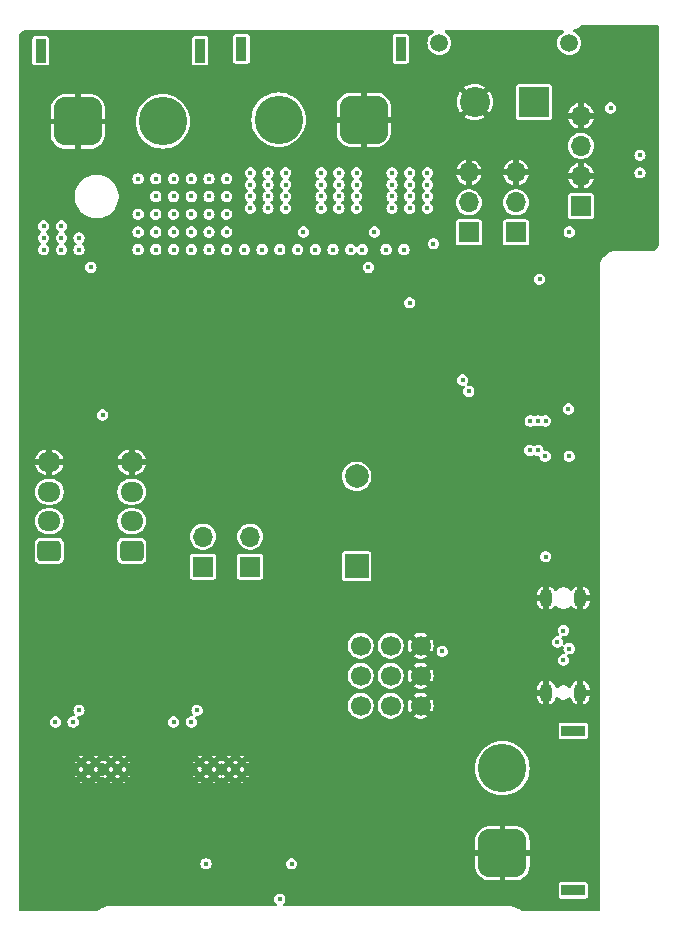
<source format=gbr>
%TF.GenerationSoftware,KiCad,Pcbnew,8.0.2-1*%
%TF.CreationDate,2024-11-11T16:17:41-08:00*%
%TF.ProjectId,Main_Board_V2,4d61696e-5f42-46f6-9172-645f56322e6b,rev?*%
%TF.SameCoordinates,Original*%
%TF.FileFunction,Copper,L2,Inr*%
%TF.FilePolarity,Positive*%
%FSLAX46Y46*%
G04 Gerber Fmt 4.6, Leading zero omitted, Abs format (unit mm)*
G04 Created by KiCad (PCBNEW 8.0.2-1) date 2024-11-11 16:17:41*
%MOMM*%
%LPD*%
G01*
G04 APERTURE LIST*
G04 Aperture macros list*
%AMRoundRect*
0 Rectangle with rounded corners*
0 $1 Rounding radius*
0 $2 $3 $4 $5 $6 $7 $8 $9 X,Y pos of 4 corners*
0 Add a 4 corners polygon primitive as box body*
4,1,4,$2,$3,$4,$5,$6,$7,$8,$9,$2,$3,0*
0 Add four circle primitives for the rounded corners*
1,1,$1+$1,$2,$3*
1,1,$1+$1,$4,$5*
1,1,$1+$1,$6,$7*
1,1,$1+$1,$8,$9*
0 Add four rect primitives between the rounded corners*
20,1,$1+$1,$2,$3,$4,$5,0*
20,1,$1+$1,$4,$5,$6,$7,0*
20,1,$1+$1,$6,$7,$8,$9,0*
20,1,$1+$1,$8,$9,$2,$3,0*%
G04 Aperture macros list end*
%TA.AperFunction,ComponentPad*%
%ADD10R,2.000000X2.000000*%
%TD*%
%TA.AperFunction,ComponentPad*%
%ADD11C,2.000000*%
%TD*%
%TA.AperFunction,ComponentPad*%
%ADD12C,1.508000*%
%TD*%
%TA.AperFunction,ComponentPad*%
%ADD13R,2.550000X2.550000*%
%TD*%
%TA.AperFunction,ComponentPad*%
%ADD14C,2.550000*%
%TD*%
%TA.AperFunction,ComponentPad*%
%ADD15C,1.700000*%
%TD*%
%TA.AperFunction,ComponentPad*%
%ADD16R,0.900000X2.000000*%
%TD*%
%TA.AperFunction,ComponentPad*%
%ADD17RoundRect,1.025000X-1.025000X-1.025000X1.025000X-1.025000X1.025000X1.025000X-1.025000X1.025000X0*%
%TD*%
%TA.AperFunction,ComponentPad*%
%ADD18C,4.100000*%
%TD*%
%TA.AperFunction,ComponentPad*%
%ADD19O,1.100000X1.600000*%
%TD*%
%TA.AperFunction,ComponentPad*%
%ADD20R,1.700000X1.700000*%
%TD*%
%TA.AperFunction,ComponentPad*%
%ADD21O,1.700000X1.700000*%
%TD*%
%TA.AperFunction,ComponentPad*%
%ADD22R,2.000000X0.900000*%
%TD*%
%TA.AperFunction,ComponentPad*%
%ADD23RoundRect,1.025000X-1.025000X1.025000X-1.025000X-1.025000X1.025000X-1.025000X1.025000X1.025000X0*%
%TD*%
%TA.AperFunction,ComponentPad*%
%ADD24C,0.600000*%
%TD*%
%TA.AperFunction,ComponentPad*%
%ADD25RoundRect,0.250000X0.725000X-0.600000X0.725000X0.600000X-0.725000X0.600000X-0.725000X-0.600000X0*%
%TD*%
%TA.AperFunction,ComponentPad*%
%ADD26O,1.950000X1.700000*%
%TD*%
%TA.AperFunction,ViaPad*%
%ADD27C,0.450000*%
%TD*%
G04 APERTURE END LIST*
D10*
%TO.N,+17V_SW*%
%TO.C,BZ3*%
X129000000Y-95800000D03*
D11*
%TO.N,unconnected-(Q8-D-Pad3)*%
X129000000Y-88200000D03*
%TD*%
D12*
%TO.N,*%
%TO.C,J1*%
X136000000Y-51500000D03*
X147000000Y-51500000D03*
D13*
%TO.N,+17V_SW*%
X144000000Y-56500000D03*
D14*
%TO.N,GND*%
X139000000Y-56500000D03*
%TD*%
D15*
%TO.N,GND*%
%TO.C,U10*%
X134420000Y-102519492D03*
X134420000Y-105059492D03*
X134420000Y-107599492D03*
%TO.N,+6V*%
X131880000Y-102519492D03*
X131880000Y-105059492D03*
X131880000Y-107599492D03*
%TO.N,unconnected-(U10-CH1-Pad7)*%
X129340000Y-102519492D03*
%TO.N,/Drive System/STEERING_RECEIVER*%
X129340000Y-105059492D03*
%TO.N,/Drive System/THROTTLE_RECEIVER*%
X129340000Y-107599492D03*
%TD*%
D16*
%TO.N,*%
%TO.C,J4*%
X102250000Y-52150000D03*
X115750000Y-52150000D03*
D17*
%TO.N,GND*%
X105400000Y-58150000D03*
D18*
%TO.N,+17V*%
X112600000Y-58150000D03*
%TD*%
D19*
%TO.N,GND*%
%TO.C,J13*%
X145070000Y-106500000D03*
X145070000Y-98500000D03*
X147930000Y-106500000D03*
X147930000Y-98500000D03*
%TD*%
D16*
%TO.N,*%
%TO.C,J8*%
X119250000Y-52000000D03*
X132750000Y-52000000D03*
D17*
%TO.N,GND*%
X129600000Y-58000000D03*
D18*
%TO.N,+17V_SW*%
X122400000Y-58000000D03*
%TD*%
D20*
%TO.N,/PWR & USB/ON*%
%TO.C,J5*%
X148000000Y-65300000D03*
D21*
%TO.N,GND*%
X148000000Y-62760000D03*
%TO.N,/ESP32/PWRBUT*%
X148000000Y-60220000D03*
%TO.N,GND*%
X148000000Y-57680000D03*
%TD*%
D22*
%TO.N,*%
%TO.C,J6*%
X147350000Y-109750000D03*
X147350000Y-123250000D03*
D23*
%TO.N,GND*%
X141350000Y-120100000D03*
D18*
%TO.N,+17V*%
X141350000Y-112900000D03*
%TD*%
D20*
%TO.N,+17V_SW*%
%TO.C,M2*%
X120000000Y-95837500D03*
D21*
%TO.N,Net-(M2--)*%
X120000000Y-93297500D03*
%TD*%
D20*
%TO.N,/Drive System/THROTTLE_RECEIVER*%
%TO.C,J7*%
X138500000Y-67540000D03*
D21*
%TO.N,+6V*%
X138500000Y-65000000D03*
%TO.N,GND*%
X138500000Y-62460000D03*
%TD*%
D20*
%TO.N,/Drive System/STEERING_RECEIVER*%
%TO.C,J2*%
X142500000Y-67540000D03*
D21*
%TO.N,unconnected-(J2-Pin_2-Pad2)*%
X142500000Y-65000000D03*
%TO.N,GND*%
X142500000Y-62460000D03*
%TD*%
D24*
%TO.N,GND*%
%TO.C,U8*%
X115700000Y-113600000D03*
X116900000Y-113600000D03*
X118200000Y-113600000D03*
X119300000Y-113600000D03*
X115700000Y-112400000D03*
X116900000Y-112400000D03*
X118200000Y-112400000D03*
X119300000Y-112400000D03*
%TD*%
D25*
%TO.N,+17V_SW*%
%TO.C,J3*%
X102975000Y-94500000D03*
D26*
%TO.N,Net-(J3-Pin_2)*%
X102975000Y-92000000D03*
%TO.N,/ESP32/LED_SIG_FRONT*%
X102975000Y-89500000D03*
%TO.N,GND*%
X102975000Y-87000000D03*
%TD*%
D24*
%TO.N,GND*%
%TO.C,U7*%
X105700000Y-113600000D03*
X106900000Y-113600000D03*
X108200000Y-113600000D03*
X109300000Y-113600000D03*
X105700000Y-112400000D03*
X106900000Y-112400000D03*
X108200000Y-112400000D03*
X109300000Y-112400000D03*
%TD*%
D25*
%TO.N,+17V_SW*%
%TO.C,J12*%
X109975000Y-94500000D03*
D26*
%TO.N,Net-(J12-Pin_2)*%
X109975000Y-92000000D03*
%TO.N,/ESP32/LED_SIG_REAR*%
X109975000Y-89500000D03*
%TO.N,GND*%
X109975000Y-87000000D03*
%TD*%
D20*
%TO.N,+6V*%
%TO.C,M3*%
X116000000Y-95837500D03*
D21*
%TO.N,Net-(M3--)*%
X116000000Y-93297500D03*
%TD*%
D27*
%TO.N,/PWR & USB/ON*%
X135500000Y-68500000D03*
X130000000Y-70500000D03*
X130500000Y-67500000D03*
X124500000Y-67500000D03*
%TO.N,/Drive System/STEERING_RECEIVER*%
X138500000Y-81000000D03*
%TO.N,GND*%
X106500000Y-78500000D03*
X141000000Y-76000000D03*
X105000000Y-77500000D03*
X118750000Y-123000000D03*
X147750000Y-69500000D03*
X133750000Y-70500000D03*
X141000000Y-79000000D03*
X154000000Y-66000000D03*
X148500000Y-96000000D03*
X135000000Y-86250000D03*
X141000000Y-77500000D03*
X119000000Y-86250000D03*
X115000000Y-86250000D03*
X150500000Y-53000000D03*
X141500000Y-94000000D03*
X152000000Y-59000000D03*
X114000000Y-79500000D03*
X125500000Y-72500000D03*
X119250000Y-123500000D03*
X148500000Y-92000000D03*
X121500000Y-84000000D03*
X145525000Y-87490000D03*
X106000000Y-77500000D03*
%TO.N,+3V3*%
X150500000Y-57000000D03*
X122500000Y-124000000D03*
X147000000Y-86500000D03*
X147000000Y-67500000D03*
X133500000Y-73500000D03*
X146925000Y-82500000D03*
%TO.N,+5V*%
X146500000Y-101250000D03*
X106500000Y-70500000D03*
X146500000Y-103750000D03*
X136250000Y-103000000D03*
X145000000Y-95000000D03*
X107500000Y-83000000D03*
%TO.N,+17V*%
X115000000Y-63000000D03*
X112000000Y-67500000D03*
X110500000Y-69000000D03*
X112000000Y-66000000D03*
X115000000Y-69000000D03*
X112000000Y-64500000D03*
X118000000Y-67500000D03*
X113500000Y-67500000D03*
X116500000Y-69000000D03*
X116500000Y-64500000D03*
X110500000Y-67500000D03*
X115000000Y-67500000D03*
X113500000Y-66000000D03*
X121000000Y-69000000D03*
X129500000Y-69000000D03*
X133000000Y-69000000D03*
X115000000Y-64500000D03*
X118000000Y-63000000D03*
X110500000Y-63000000D03*
X116500000Y-67500000D03*
X128500000Y-69000000D03*
X115000000Y-66000000D03*
X127000000Y-69000000D03*
X118000000Y-66000000D03*
X125500000Y-69000000D03*
X113500000Y-69000000D03*
X119500000Y-69000000D03*
X113500000Y-63000000D03*
X124000000Y-69000000D03*
X116500000Y-63000000D03*
X131500000Y-69000000D03*
X110500000Y-66000000D03*
X112000000Y-69000000D03*
X118000000Y-69000000D03*
X118000000Y-64500000D03*
X122500000Y-69000000D03*
X116500000Y-66000000D03*
X112000000Y-63000000D03*
X113500000Y-64500000D03*
%TO.N,/Drive System/THROTTLE_RECEIVER*%
X137969668Y-80030332D03*
%TO.N,/ESP32/DN*%
X144350000Y-86000000D03*
X146000000Y-102225000D03*
X144349996Y-83496852D03*
X146997102Y-102775000D03*
%TO.N,/ESP32/DP*%
X143650000Y-86000000D03*
X143700001Y-83500000D03*
%TO.N,/ESP32/PWRBUT*%
X144500000Y-71500000D03*
%TO.N,+17V_SW*%
X135000000Y-64500000D03*
X126000000Y-64500000D03*
X135000000Y-62500000D03*
X126000000Y-63500000D03*
X127500000Y-65500000D03*
X105000000Y-109000000D03*
X104000000Y-69000000D03*
X126000000Y-65500000D03*
X113500000Y-109000000D03*
X105500000Y-69000000D03*
X127500000Y-63500000D03*
X129000000Y-63500000D03*
X133500000Y-64500000D03*
X133500000Y-63500000D03*
X121500000Y-62500000D03*
X135000000Y-65500000D03*
X127500000Y-62500000D03*
X132000000Y-62500000D03*
X127500000Y-64500000D03*
X104000000Y-68000000D03*
X132000000Y-64500000D03*
X105500000Y-108000000D03*
X123000000Y-64500000D03*
X135000000Y-63500000D03*
X102500000Y-68000000D03*
X115000000Y-109000000D03*
X115500000Y-108000000D03*
X133500000Y-65500000D03*
X129000000Y-65500000D03*
X121500000Y-64500000D03*
X103500000Y-109000000D03*
X123000000Y-62500000D03*
X129000000Y-64500000D03*
X105500000Y-68000000D03*
X132000000Y-65500000D03*
X132000000Y-63500000D03*
X123000000Y-65500000D03*
X102500000Y-67000000D03*
X120000000Y-64500000D03*
X121500000Y-65500000D03*
X120000000Y-62500000D03*
X102500000Y-69000000D03*
X126000000Y-62500000D03*
X104000000Y-67000000D03*
X123000000Y-63500000D03*
X120000000Y-63500000D03*
X121500000Y-63500000D03*
X133500000Y-62500000D03*
X120000000Y-65500000D03*
X129000000Y-62500000D03*
%TO.N,/ESP32/ADXL_SCL*%
X123500000Y-121000000D03*
X116250000Y-120990000D03*
%TO.N,/ESP32/ONBOARD_LED_SIG*%
X153000000Y-62500000D03*
X153000000Y-61000000D03*
%TO.N,Net-(U1-IO0{slash}BOOT)*%
X144999991Y-83500126D03*
X144975000Y-86500000D03*
%TD*%
%TA.AperFunction,Conductor*%
%TO.N,GND*%
G36*
X154542539Y-50019685D02*
G01*
X154588294Y-50072489D01*
X154599500Y-50124000D01*
X154599500Y-68493038D01*
X154598720Y-68506922D01*
X154586033Y-68619515D01*
X154579855Y-68646585D01*
X154544745Y-68746925D01*
X154532697Y-68771943D01*
X154476140Y-68861953D01*
X154458827Y-68883662D01*
X154383662Y-68958827D01*
X154361953Y-68976140D01*
X154271943Y-69032697D01*
X154246925Y-69044745D01*
X154146585Y-69079855D01*
X154119516Y-69086033D01*
X154034855Y-69095572D01*
X154006921Y-69098720D01*
X153993039Y-69099500D01*
X150939677Y-69099500D01*
X150939661Y-69099501D01*
X150889776Y-69099501D01*
X150672049Y-69133985D01*
X150672046Y-69133985D01*
X150462392Y-69202107D01*
X150265978Y-69302185D01*
X150182199Y-69363055D01*
X150087636Y-69431759D01*
X150087634Y-69431761D01*
X150087633Y-69431761D01*
X149931761Y-69587633D01*
X149931761Y-69587634D01*
X149931759Y-69587636D01*
X149876111Y-69664227D01*
X149802185Y-69765978D01*
X149702107Y-69962392D01*
X149633985Y-70172046D01*
X149633985Y-70172049D01*
X149599501Y-70389775D01*
X149599501Y-70439660D01*
X149599500Y-70439678D01*
X149599500Y-124876000D01*
X149579815Y-124943039D01*
X149527011Y-124988794D01*
X149475500Y-125000000D01*
X143031967Y-125000000D01*
X142964928Y-124980315D01*
X142944286Y-124963681D01*
X142912366Y-124931761D01*
X142912364Y-124931759D01*
X142734021Y-124802185D01*
X142537605Y-124702106D01*
X142428859Y-124666772D01*
X142327951Y-124633985D01*
X142110224Y-124599501D01*
X142110220Y-124599501D01*
X142060339Y-124599501D01*
X142060323Y-124599500D01*
X142052727Y-124599500D01*
X122868978Y-124599500D01*
X122801939Y-124579815D01*
X122756184Y-124527011D01*
X122746240Y-124457853D01*
X122775265Y-124394297D01*
X122801941Y-124371183D01*
X122814589Y-124363055D01*
X122904130Y-124259718D01*
X122960931Y-124135342D01*
X122980390Y-124000000D01*
X122960931Y-123864658D01*
X122948677Y-123837827D01*
X122904132Y-123740285D01*
X122904127Y-123740278D01*
X122814590Y-123636946D01*
X122814586Y-123636942D01*
X122699559Y-123563021D01*
X122568368Y-123524500D01*
X122568367Y-123524500D01*
X122431633Y-123524500D01*
X122431632Y-123524500D01*
X122300440Y-123563021D01*
X122185413Y-123636942D01*
X122185409Y-123636946D01*
X122095872Y-123740278D01*
X122095867Y-123740285D01*
X122039070Y-123864654D01*
X122039068Y-123864662D01*
X122019610Y-124000000D01*
X122039068Y-124135337D01*
X122039070Y-124135345D01*
X122095867Y-124259714D01*
X122095872Y-124259721D01*
X122185409Y-124363053D01*
X122185411Y-124363055D01*
X122198059Y-124371183D01*
X122243815Y-124423986D01*
X122253760Y-124493145D01*
X122224737Y-124556701D01*
X122165959Y-124594476D01*
X122131022Y-124599500D01*
X107939677Y-124599500D01*
X107939661Y-124599501D01*
X107889776Y-124599501D01*
X107672049Y-124633985D01*
X107672046Y-124633985D01*
X107462392Y-124702107D01*
X107265978Y-124802185D01*
X107164382Y-124876000D01*
X107087636Y-124931759D01*
X107087634Y-124931761D01*
X107087633Y-124931761D01*
X107055714Y-124963681D01*
X106994391Y-124997166D01*
X106968033Y-125000000D01*
X100524500Y-125000000D01*
X100457461Y-124980315D01*
X100411706Y-124927511D01*
X100400500Y-124876000D01*
X100400500Y-122775321D01*
X146099500Y-122775321D01*
X146099500Y-123724678D01*
X146114032Y-123797735D01*
X146114033Y-123797739D01*
X146114034Y-123797740D01*
X146169399Y-123880601D01*
X146252260Y-123935966D01*
X146252264Y-123935967D01*
X146325321Y-123950499D01*
X146325324Y-123950500D01*
X146325326Y-123950500D01*
X148374676Y-123950500D01*
X148374677Y-123950499D01*
X148447740Y-123935966D01*
X148530601Y-123880601D01*
X148585966Y-123797740D01*
X148600500Y-123724674D01*
X148600500Y-122775326D01*
X148600500Y-122775323D01*
X148600499Y-122775321D01*
X148585967Y-122702264D01*
X148585966Y-122702260D01*
X148530601Y-122619399D01*
X148447740Y-122564034D01*
X148447739Y-122564033D01*
X148447735Y-122564032D01*
X148374677Y-122549500D01*
X148374674Y-122549500D01*
X146325326Y-122549500D01*
X146325323Y-122549500D01*
X146252264Y-122564032D01*
X146252260Y-122564033D01*
X146169399Y-122619399D01*
X146114033Y-122702260D01*
X146114032Y-122702264D01*
X146099500Y-122775321D01*
X100400500Y-122775321D01*
X100400500Y-120990000D01*
X115769610Y-120990000D01*
X115789068Y-121125337D01*
X115789070Y-121125345D01*
X115845867Y-121249714D01*
X115845872Y-121249721D01*
X115935409Y-121353053D01*
X115935413Y-121353057D01*
X115995979Y-121391979D01*
X116050439Y-121426978D01*
X116084496Y-121436978D01*
X116181632Y-121465500D01*
X116181633Y-121465500D01*
X116318367Y-121465500D01*
X116449561Y-121426978D01*
X116564589Y-121353055D01*
X116654130Y-121249718D01*
X116710931Y-121125342D01*
X116728952Y-121000000D01*
X123019610Y-121000000D01*
X123039068Y-121135337D01*
X123039070Y-121135345D01*
X123095867Y-121259714D01*
X123095872Y-121259721D01*
X123185409Y-121363053D01*
X123185413Y-121363057D01*
X123245979Y-121401979D01*
X123300439Y-121436978D01*
X123344788Y-121450000D01*
X123431632Y-121475500D01*
X123431633Y-121475500D01*
X123568367Y-121475500D01*
X123699561Y-121436978D01*
X123814589Y-121363055D01*
X123904130Y-121259718D01*
X123960931Y-121135342D01*
X123980390Y-121000000D01*
X123960931Y-120864658D01*
X123934852Y-120807554D01*
X123904132Y-120740285D01*
X123904127Y-120740278D01*
X123814590Y-120636946D01*
X123814586Y-120636942D01*
X123699559Y-120563021D01*
X123568368Y-120524500D01*
X123568367Y-120524500D01*
X123431633Y-120524500D01*
X123431632Y-120524500D01*
X123300440Y-120563021D01*
X123185413Y-120636942D01*
X123185409Y-120636946D01*
X123095872Y-120740278D01*
X123095867Y-120740285D01*
X123039070Y-120864654D01*
X123039068Y-120864662D01*
X123019610Y-121000000D01*
X116728952Y-121000000D01*
X116730390Y-120990000D01*
X116710931Y-120854658D01*
X116689419Y-120807554D01*
X116654132Y-120730285D01*
X116654127Y-120730278D01*
X116564590Y-120626946D01*
X116564586Y-120626942D01*
X116473736Y-120568558D01*
X116449561Y-120553022D01*
X116449560Y-120553021D01*
X116449559Y-120553021D01*
X116318368Y-120514500D01*
X116318367Y-120514500D01*
X116181633Y-120514500D01*
X116181632Y-120514500D01*
X116050440Y-120553021D01*
X115935413Y-120626942D01*
X115935409Y-120626946D01*
X115845872Y-120730278D01*
X115845867Y-120730285D01*
X115789070Y-120854654D01*
X115789068Y-120854662D01*
X115769610Y-120990000D01*
X100400500Y-120990000D01*
X100400500Y-119009507D01*
X139050000Y-119009507D01*
X139050000Y-119850000D01*
X140022769Y-119850000D01*
X140000000Y-119993753D01*
X140000000Y-120206247D01*
X140022769Y-120350000D01*
X139050001Y-120350000D01*
X139050001Y-121190493D01*
X139060607Y-121325259D01*
X139116684Y-121547810D01*
X139211595Y-121756764D01*
X139211596Y-121756766D01*
X139342297Y-121945420D01*
X139504579Y-122107702D01*
X139693233Y-122238403D01*
X139693235Y-122238404D01*
X139902189Y-122333315D01*
X140124740Y-122389392D01*
X140259514Y-122399999D01*
X141099999Y-122399999D01*
X141100000Y-122399998D01*
X141100000Y-121427231D01*
X141243753Y-121450000D01*
X141456247Y-121450000D01*
X141600000Y-121427231D01*
X141600000Y-122399999D01*
X142440478Y-122399999D01*
X142440493Y-122399998D01*
X142575259Y-122389392D01*
X142797810Y-122333315D01*
X143006764Y-122238404D01*
X143006766Y-122238403D01*
X143195420Y-122107702D01*
X143357702Y-121945420D01*
X143488403Y-121756766D01*
X143488404Y-121756764D01*
X143583315Y-121547810D01*
X143639392Y-121325259D01*
X143649999Y-121190492D01*
X143650000Y-121190479D01*
X143650000Y-120350000D01*
X142677231Y-120350000D01*
X142700000Y-120206247D01*
X142700000Y-119993753D01*
X142677231Y-119850000D01*
X143649999Y-119850000D01*
X143649999Y-119009521D01*
X143649998Y-119009506D01*
X143639392Y-118874740D01*
X143583315Y-118652189D01*
X143488404Y-118443235D01*
X143488403Y-118443233D01*
X143357702Y-118254579D01*
X143195420Y-118092297D01*
X143006766Y-117961596D01*
X143006764Y-117961595D01*
X142797810Y-117866684D01*
X142575259Y-117810607D01*
X142440492Y-117800000D01*
X141600000Y-117800000D01*
X141600000Y-118772768D01*
X141456247Y-118750000D01*
X141243753Y-118750000D01*
X141100000Y-118772768D01*
X141100000Y-117800000D01*
X140259521Y-117800000D01*
X140259506Y-117800001D01*
X140124740Y-117810607D01*
X139902189Y-117866684D01*
X139693235Y-117961595D01*
X139693233Y-117961596D01*
X139504579Y-118092297D01*
X139342297Y-118254579D01*
X139211596Y-118443233D01*
X139211595Y-118443235D01*
X139116684Y-118652189D01*
X139060607Y-118874740D01*
X139050000Y-119009507D01*
X100400500Y-119009507D01*
X100400500Y-114124503D01*
X105529048Y-114124503D01*
X105529048Y-114124504D01*
X105556420Y-114135842D01*
X105699999Y-114154746D01*
X105700001Y-114154746D01*
X105843574Y-114135843D01*
X105843578Y-114135842D01*
X105870951Y-114124503D01*
X106729048Y-114124503D01*
X106729048Y-114124504D01*
X106756420Y-114135842D01*
X106899999Y-114154746D01*
X106900001Y-114154746D01*
X107043574Y-114135843D01*
X107043578Y-114135842D01*
X107070951Y-114124503D01*
X108029048Y-114124503D01*
X108029048Y-114124504D01*
X108056420Y-114135842D01*
X108199999Y-114154746D01*
X108200001Y-114154746D01*
X108343574Y-114135843D01*
X108343578Y-114135842D01*
X108370951Y-114124503D01*
X109129048Y-114124503D01*
X109129048Y-114124504D01*
X109156420Y-114135842D01*
X109299999Y-114154746D01*
X109300001Y-114154746D01*
X109443574Y-114135843D01*
X109443578Y-114135842D01*
X109470951Y-114124503D01*
X115529048Y-114124503D01*
X115529048Y-114124504D01*
X115556420Y-114135842D01*
X115699999Y-114154746D01*
X115700001Y-114154746D01*
X115843574Y-114135843D01*
X115843578Y-114135842D01*
X115870951Y-114124503D01*
X116729048Y-114124503D01*
X116729048Y-114124504D01*
X116756420Y-114135842D01*
X116899999Y-114154746D01*
X116900001Y-114154746D01*
X117043574Y-114135843D01*
X117043578Y-114135842D01*
X117070951Y-114124503D01*
X118029048Y-114124503D01*
X118029048Y-114124504D01*
X118056420Y-114135842D01*
X118199999Y-114154746D01*
X118200001Y-114154746D01*
X118343574Y-114135843D01*
X118343578Y-114135842D01*
X118370951Y-114124503D01*
X119129048Y-114124503D01*
X119129048Y-114124504D01*
X119156420Y-114135842D01*
X119299999Y-114154746D01*
X119300001Y-114154746D01*
X119443574Y-114135843D01*
X119443578Y-114135842D01*
X119470951Y-114124503D01*
X119300001Y-113953553D01*
X119129048Y-114124503D01*
X118370951Y-114124503D01*
X118200001Y-113953553D01*
X118029048Y-114124503D01*
X117070951Y-114124503D01*
X116900001Y-113953553D01*
X116729048Y-114124503D01*
X115870951Y-114124503D01*
X115700001Y-113953553D01*
X115529048Y-114124503D01*
X109470951Y-114124503D01*
X109300001Y-113953553D01*
X109129048Y-114124503D01*
X108370951Y-114124503D01*
X108200001Y-113953553D01*
X108029048Y-114124503D01*
X107070951Y-114124503D01*
X106900001Y-113953553D01*
X106729048Y-114124503D01*
X105870951Y-114124503D01*
X105700001Y-113953553D01*
X105529048Y-114124503D01*
X100400500Y-114124503D01*
X100400500Y-113599999D01*
X105145254Y-113599999D01*
X105145254Y-113600000D01*
X105164157Y-113743579D01*
X105164157Y-113743580D01*
X105175494Y-113770950D01*
X105346446Y-113599999D01*
X105316610Y-113570163D01*
X105550000Y-113570163D01*
X105550000Y-113629837D01*
X105572836Y-113684968D01*
X105615032Y-113727164D01*
X105670163Y-113750000D01*
X105729837Y-113750000D01*
X105784968Y-113727164D01*
X105827164Y-113684968D01*
X105850000Y-113629837D01*
X105850000Y-113600000D01*
X106053553Y-113600000D01*
X106053553Y-113600001D01*
X106224502Y-113770950D01*
X106275812Y-113760745D01*
X106324194Y-113760746D01*
X106375494Y-113770950D01*
X106546446Y-113599999D01*
X106516610Y-113570163D01*
X106750000Y-113570163D01*
X106750000Y-113629837D01*
X106772836Y-113684968D01*
X106815032Y-113727164D01*
X106870163Y-113750000D01*
X106929837Y-113750000D01*
X106984968Y-113727164D01*
X107027164Y-113684968D01*
X107050000Y-113629837D01*
X107050000Y-113600000D01*
X107253553Y-113600000D01*
X107253553Y-113600001D01*
X107424503Y-113770951D01*
X107435439Y-113744551D01*
X107479281Y-113690149D01*
X107545575Y-113668085D01*
X107613274Y-113685365D01*
X107660884Y-113736503D01*
X107664560Y-113744553D01*
X107675494Y-113770950D01*
X107846446Y-113599999D01*
X107816610Y-113570163D01*
X108050000Y-113570163D01*
X108050000Y-113629837D01*
X108072836Y-113684968D01*
X108115032Y-113727164D01*
X108170163Y-113750000D01*
X108229837Y-113750000D01*
X108284968Y-113727164D01*
X108327164Y-113684968D01*
X108350000Y-113629837D01*
X108350000Y-113600000D01*
X108553553Y-113600000D01*
X108553553Y-113600001D01*
X108724502Y-113770950D01*
X108725810Y-113770691D01*
X108774190Y-113770692D01*
X108775493Y-113770951D01*
X108946446Y-113599999D01*
X108916610Y-113570163D01*
X109150000Y-113570163D01*
X109150000Y-113629837D01*
X109172836Y-113684968D01*
X109215032Y-113727164D01*
X109270163Y-113750000D01*
X109329837Y-113750000D01*
X109384968Y-113727164D01*
X109427164Y-113684968D01*
X109450000Y-113629837D01*
X109450000Y-113600000D01*
X109653553Y-113600000D01*
X109653553Y-113600001D01*
X109824503Y-113770951D01*
X109835842Y-113743578D01*
X109835843Y-113743574D01*
X109854746Y-113600000D01*
X109854746Y-113599999D01*
X115145254Y-113599999D01*
X115145254Y-113600000D01*
X115164157Y-113743579D01*
X115164157Y-113743580D01*
X115175494Y-113770950D01*
X115346446Y-113599999D01*
X115316610Y-113570163D01*
X115550000Y-113570163D01*
X115550000Y-113629837D01*
X115572836Y-113684968D01*
X115615032Y-113727164D01*
X115670163Y-113750000D01*
X115729837Y-113750000D01*
X115784968Y-113727164D01*
X115827164Y-113684968D01*
X115850000Y-113629837D01*
X115850000Y-113600000D01*
X116053553Y-113600000D01*
X116053553Y-113600001D01*
X116224502Y-113770950D01*
X116275812Y-113760745D01*
X116324194Y-113760746D01*
X116375494Y-113770950D01*
X116546446Y-113599999D01*
X116516610Y-113570163D01*
X116750000Y-113570163D01*
X116750000Y-113629837D01*
X116772836Y-113684968D01*
X116815032Y-113727164D01*
X116870163Y-113750000D01*
X116929837Y-113750000D01*
X116984968Y-113727164D01*
X117027164Y-113684968D01*
X117050000Y-113629837D01*
X117050000Y-113600000D01*
X117253553Y-113600000D01*
X117253553Y-113600001D01*
X117424503Y-113770951D01*
X117435439Y-113744551D01*
X117479281Y-113690149D01*
X117545575Y-113668085D01*
X117613274Y-113685365D01*
X117660884Y-113736503D01*
X117664560Y-113744553D01*
X117675494Y-113770950D01*
X117846446Y-113599999D01*
X117816610Y-113570163D01*
X118050000Y-113570163D01*
X118050000Y-113629837D01*
X118072836Y-113684968D01*
X118115032Y-113727164D01*
X118170163Y-113750000D01*
X118229837Y-113750000D01*
X118284968Y-113727164D01*
X118327164Y-113684968D01*
X118350000Y-113629837D01*
X118350000Y-113600000D01*
X118553553Y-113600000D01*
X118553553Y-113600001D01*
X118724502Y-113770950D01*
X118725810Y-113770691D01*
X118774190Y-113770692D01*
X118775493Y-113770951D01*
X118946446Y-113599999D01*
X118916610Y-113570163D01*
X119150000Y-113570163D01*
X119150000Y-113629837D01*
X119172836Y-113684968D01*
X119215032Y-113727164D01*
X119270163Y-113750000D01*
X119329837Y-113750000D01*
X119384968Y-113727164D01*
X119427164Y-113684968D01*
X119450000Y-113629837D01*
X119450000Y-113600000D01*
X119653553Y-113600000D01*
X119653553Y-113600001D01*
X119824503Y-113770951D01*
X119835842Y-113743578D01*
X119835843Y-113743574D01*
X119854746Y-113600000D01*
X119854746Y-113599999D01*
X119835842Y-113456420D01*
X119824504Y-113429048D01*
X119824503Y-113429048D01*
X119653553Y-113600000D01*
X119450000Y-113600000D01*
X119450000Y-113570163D01*
X119427164Y-113515032D01*
X119384968Y-113472836D01*
X119329837Y-113450000D01*
X119270163Y-113450000D01*
X119215032Y-113472836D01*
X119172836Y-113515032D01*
X119150000Y-113570163D01*
X118916610Y-113570163D01*
X118775494Y-113429047D01*
X118774190Y-113429307D01*
X118725810Y-113429308D01*
X118724504Y-113429048D01*
X118553553Y-113600000D01*
X118350000Y-113600000D01*
X118350000Y-113570163D01*
X118327164Y-113515032D01*
X118284968Y-113472836D01*
X118229837Y-113450000D01*
X118170163Y-113450000D01*
X118115032Y-113472836D01*
X118072836Y-113515032D01*
X118050000Y-113570163D01*
X117816610Y-113570163D01*
X117675495Y-113429048D01*
X117664562Y-113455445D01*
X117620721Y-113509849D01*
X117554427Y-113531914D01*
X117486728Y-113514635D01*
X117439117Y-113463499D01*
X117435440Y-113455448D01*
X117424504Y-113429048D01*
X117253553Y-113600000D01*
X117050000Y-113600000D01*
X117050000Y-113570163D01*
X117027164Y-113515032D01*
X116984968Y-113472836D01*
X116929837Y-113450000D01*
X116870163Y-113450000D01*
X116815032Y-113472836D01*
X116772836Y-113515032D01*
X116750000Y-113570163D01*
X116516610Y-113570163D01*
X116375494Y-113429047D01*
X116324193Y-113439252D01*
X116275813Y-113439253D01*
X116224504Y-113429048D01*
X116053553Y-113600000D01*
X115850000Y-113600000D01*
X115850000Y-113570163D01*
X115827164Y-113515032D01*
X115784968Y-113472836D01*
X115729837Y-113450000D01*
X115670163Y-113450000D01*
X115615032Y-113472836D01*
X115572836Y-113515032D01*
X115550000Y-113570163D01*
X115316610Y-113570163D01*
X115175495Y-113429048D01*
X115164156Y-113456422D01*
X115145254Y-113599999D01*
X109854746Y-113599999D01*
X109835842Y-113456420D01*
X109824504Y-113429048D01*
X109824503Y-113429048D01*
X109653553Y-113600000D01*
X109450000Y-113600000D01*
X109450000Y-113570163D01*
X109427164Y-113515032D01*
X109384968Y-113472836D01*
X109329837Y-113450000D01*
X109270163Y-113450000D01*
X109215032Y-113472836D01*
X109172836Y-113515032D01*
X109150000Y-113570163D01*
X108916610Y-113570163D01*
X108775494Y-113429047D01*
X108774190Y-113429307D01*
X108725810Y-113429308D01*
X108724504Y-113429048D01*
X108553553Y-113600000D01*
X108350000Y-113600000D01*
X108350000Y-113570163D01*
X108327164Y-113515032D01*
X108284968Y-113472836D01*
X108229837Y-113450000D01*
X108170163Y-113450000D01*
X108115032Y-113472836D01*
X108072836Y-113515032D01*
X108050000Y-113570163D01*
X107816610Y-113570163D01*
X107675495Y-113429048D01*
X107664562Y-113455445D01*
X107620721Y-113509849D01*
X107554427Y-113531914D01*
X107486728Y-113514635D01*
X107439117Y-113463499D01*
X107435440Y-113455448D01*
X107424504Y-113429048D01*
X107424503Y-113429048D01*
X107253553Y-113600000D01*
X107050000Y-113600000D01*
X107050000Y-113570163D01*
X107027164Y-113515032D01*
X106984968Y-113472836D01*
X106929837Y-113450000D01*
X106870163Y-113450000D01*
X106815032Y-113472836D01*
X106772836Y-113515032D01*
X106750000Y-113570163D01*
X106516610Y-113570163D01*
X106375494Y-113429047D01*
X106324193Y-113439252D01*
X106275813Y-113439253D01*
X106224504Y-113429048D01*
X106053553Y-113600000D01*
X105850000Y-113600000D01*
X105850000Y-113570163D01*
X105827164Y-113515032D01*
X105784968Y-113472836D01*
X105729837Y-113450000D01*
X105670163Y-113450000D01*
X105615032Y-113472836D01*
X105572836Y-113515032D01*
X105550000Y-113570163D01*
X105316610Y-113570163D01*
X105175495Y-113429048D01*
X105164156Y-113456422D01*
X105145254Y-113599999D01*
X100400500Y-113599999D01*
X100400500Y-113075494D01*
X105529047Y-113075494D01*
X105699999Y-113246446D01*
X105870950Y-113075494D01*
X106729047Y-113075494D01*
X106899999Y-113246446D01*
X107070950Y-113075494D01*
X108029047Y-113075494D01*
X108199999Y-113246446D01*
X108370950Y-113075494D01*
X109129047Y-113075494D01*
X109299999Y-113246446D01*
X109470950Y-113075494D01*
X115529047Y-113075494D01*
X115699999Y-113246446D01*
X115870950Y-113075494D01*
X116729047Y-113075494D01*
X116899999Y-113246446D01*
X117070950Y-113075494D01*
X118029047Y-113075494D01*
X118199999Y-113246446D01*
X118370950Y-113075494D01*
X119129047Y-113075494D01*
X119299999Y-113246446D01*
X119470950Y-113075494D01*
X119460746Y-113024194D01*
X119460745Y-112975812D01*
X119470950Y-112924502D01*
X119446448Y-112900000D01*
X139044564Y-112900000D01*
X139064287Y-113200918D01*
X139064288Y-113200930D01*
X139123118Y-113496683D01*
X139123122Y-113496698D01*
X139220053Y-113782247D01*
X139220062Y-113782268D01*
X139353431Y-114052713D01*
X139353435Y-114052720D01*
X139520973Y-114303459D01*
X139719810Y-114530189D01*
X139946540Y-114729026D01*
X140197279Y-114896564D01*
X140197286Y-114896568D01*
X140467731Y-115029937D01*
X140467736Y-115029939D01*
X140467748Y-115029945D01*
X140753309Y-115126880D01*
X140953251Y-115166651D01*
X141049069Y-115185711D01*
X141049070Y-115185711D01*
X141049080Y-115185713D01*
X141350000Y-115205436D01*
X141650920Y-115185713D01*
X141946691Y-115126880D01*
X142232252Y-115029945D01*
X142502718Y-114896566D01*
X142753461Y-114729025D01*
X142980189Y-114530189D01*
X143179025Y-114303461D01*
X143346566Y-114052718D01*
X143479945Y-113782252D01*
X143576880Y-113496691D01*
X143635713Y-113200920D01*
X143655436Y-112900000D01*
X143635713Y-112599080D01*
X143576880Y-112303309D01*
X143479945Y-112017748D01*
X143404202Y-111864157D01*
X143346568Y-111747286D01*
X143346564Y-111747279D01*
X143179026Y-111496540D01*
X142980189Y-111269810D01*
X142753459Y-111070973D01*
X142502720Y-110903435D01*
X142502713Y-110903431D01*
X142232268Y-110770062D01*
X142232247Y-110770053D01*
X141946698Y-110673122D01*
X141946692Y-110673120D01*
X141946691Y-110673120D01*
X141946689Y-110673119D01*
X141946683Y-110673118D01*
X141650930Y-110614288D01*
X141650921Y-110614287D01*
X141650920Y-110614287D01*
X141350000Y-110594564D01*
X141049080Y-110614287D01*
X141049079Y-110614287D01*
X141049069Y-110614288D01*
X140753316Y-110673118D01*
X140753301Y-110673122D01*
X140467752Y-110770053D01*
X140467731Y-110770062D01*
X140197286Y-110903431D01*
X140197279Y-110903435D01*
X139946540Y-111070973D01*
X139719810Y-111269810D01*
X139520973Y-111496540D01*
X139353435Y-111747279D01*
X139353431Y-111747286D01*
X139220062Y-112017731D01*
X139220053Y-112017752D01*
X139123122Y-112303301D01*
X139123118Y-112303316D01*
X139064288Y-112599069D01*
X139064287Y-112599079D01*
X139064287Y-112599080D01*
X139044564Y-112900000D01*
X119446448Y-112900000D01*
X119300001Y-112753553D01*
X119129048Y-112924504D01*
X119139253Y-112975813D01*
X119139252Y-113024193D01*
X119129047Y-113075494D01*
X118370950Y-113075494D01*
X118360746Y-113024194D01*
X118360745Y-112975812D01*
X118370950Y-112924502D01*
X118200001Y-112753553D01*
X118029048Y-112924504D01*
X118039253Y-112975813D01*
X118039252Y-113024193D01*
X118029047Y-113075494D01*
X117070950Y-113075494D01*
X117060746Y-113024194D01*
X117060745Y-112975812D01*
X117070950Y-112924502D01*
X116900001Y-112753553D01*
X116729048Y-112924504D01*
X116739253Y-112975813D01*
X116739252Y-113024193D01*
X116729047Y-113075494D01*
X115870950Y-113075494D01*
X115860746Y-113024194D01*
X115860745Y-112975812D01*
X115870950Y-112924502D01*
X115700001Y-112753553D01*
X115529048Y-112924504D01*
X115539253Y-112975813D01*
X115539252Y-113024193D01*
X115529047Y-113075494D01*
X109470950Y-113075494D01*
X109460746Y-113024194D01*
X109460745Y-112975812D01*
X109470950Y-112924502D01*
X109300001Y-112753553D01*
X109129048Y-112924504D01*
X109139253Y-112975813D01*
X109139252Y-113024193D01*
X109129047Y-113075494D01*
X108370950Y-113075494D01*
X108360746Y-113024194D01*
X108360745Y-112975812D01*
X108370950Y-112924502D01*
X108200001Y-112753553D01*
X108029048Y-112924504D01*
X108039253Y-112975813D01*
X108039252Y-113024193D01*
X108029047Y-113075494D01*
X107070950Y-113075494D01*
X107060746Y-113024194D01*
X107060745Y-112975812D01*
X107070950Y-112924502D01*
X106900001Y-112753553D01*
X106729048Y-112924504D01*
X106739253Y-112975813D01*
X106739252Y-113024193D01*
X106729047Y-113075494D01*
X105870950Y-113075494D01*
X105860746Y-113024194D01*
X105860745Y-112975812D01*
X105870950Y-112924502D01*
X105700001Y-112753553D01*
X105529048Y-112924504D01*
X105539253Y-112975813D01*
X105539252Y-113024193D01*
X105529047Y-113075494D01*
X100400500Y-113075494D01*
X100400500Y-112399999D01*
X105145254Y-112399999D01*
X105145254Y-112400000D01*
X105164157Y-112543579D01*
X105164157Y-112543580D01*
X105175494Y-112570950D01*
X105346446Y-112399999D01*
X105316610Y-112370163D01*
X105550000Y-112370163D01*
X105550000Y-112429837D01*
X105572836Y-112484968D01*
X105615032Y-112527164D01*
X105670163Y-112550000D01*
X105729837Y-112550000D01*
X105784968Y-112527164D01*
X105827164Y-112484968D01*
X105850000Y-112429837D01*
X105850000Y-112400000D01*
X106053553Y-112400000D01*
X106053553Y-112400001D01*
X106224502Y-112570950D01*
X106275812Y-112560745D01*
X106324194Y-112560746D01*
X106375494Y-112570950D01*
X106546446Y-112399999D01*
X106516610Y-112370163D01*
X106750000Y-112370163D01*
X106750000Y-112429837D01*
X106772836Y-112484968D01*
X106815032Y-112527164D01*
X106870163Y-112550000D01*
X106929837Y-112550000D01*
X106984968Y-112527164D01*
X107027164Y-112484968D01*
X107050000Y-112429837D01*
X107050000Y-112400000D01*
X107253553Y-112400000D01*
X107253553Y-112400001D01*
X107424503Y-112570951D01*
X107435439Y-112544551D01*
X107479281Y-112490149D01*
X107545575Y-112468085D01*
X107613274Y-112485365D01*
X107660884Y-112536503D01*
X107664560Y-112544553D01*
X107675494Y-112570950D01*
X107846446Y-112399999D01*
X107816610Y-112370163D01*
X108050000Y-112370163D01*
X108050000Y-112429837D01*
X108072836Y-112484968D01*
X108115032Y-112527164D01*
X108170163Y-112550000D01*
X108229837Y-112550000D01*
X108284968Y-112527164D01*
X108327164Y-112484968D01*
X108350000Y-112429837D01*
X108350000Y-112400000D01*
X108553553Y-112400000D01*
X108553553Y-112400001D01*
X108724502Y-112570950D01*
X108725810Y-112570691D01*
X108774190Y-112570692D01*
X108775493Y-112570951D01*
X108946446Y-112399999D01*
X108916610Y-112370163D01*
X109150000Y-112370163D01*
X109150000Y-112429837D01*
X109172836Y-112484968D01*
X109215032Y-112527164D01*
X109270163Y-112550000D01*
X109329837Y-112550000D01*
X109384968Y-112527164D01*
X109427164Y-112484968D01*
X109450000Y-112429837D01*
X109450000Y-112400000D01*
X109653553Y-112400000D01*
X109653553Y-112400001D01*
X109824503Y-112570951D01*
X109835842Y-112543578D01*
X109835843Y-112543574D01*
X109854746Y-112400000D01*
X109854746Y-112399999D01*
X115145254Y-112399999D01*
X115145254Y-112400000D01*
X115164157Y-112543579D01*
X115164157Y-112543580D01*
X115175494Y-112570950D01*
X115346446Y-112399999D01*
X115316610Y-112370163D01*
X115550000Y-112370163D01*
X115550000Y-112429837D01*
X115572836Y-112484968D01*
X115615032Y-112527164D01*
X115670163Y-112550000D01*
X115729837Y-112550000D01*
X115784968Y-112527164D01*
X115827164Y-112484968D01*
X115850000Y-112429837D01*
X115850000Y-112400000D01*
X116053553Y-112400000D01*
X116053553Y-112400001D01*
X116224502Y-112570950D01*
X116275812Y-112560745D01*
X116324194Y-112560746D01*
X116375494Y-112570950D01*
X116546446Y-112399999D01*
X116516610Y-112370163D01*
X116750000Y-112370163D01*
X116750000Y-112429837D01*
X116772836Y-112484968D01*
X116815032Y-112527164D01*
X116870163Y-112550000D01*
X116929837Y-112550000D01*
X116984968Y-112527164D01*
X117027164Y-112484968D01*
X117050000Y-112429837D01*
X117050000Y-112400000D01*
X117253553Y-112400000D01*
X117253553Y-112400001D01*
X117424503Y-112570951D01*
X117435439Y-112544551D01*
X117479281Y-112490149D01*
X117545575Y-112468085D01*
X117613274Y-112485365D01*
X117660884Y-112536503D01*
X117664560Y-112544553D01*
X117675494Y-112570950D01*
X117846446Y-112399999D01*
X117816610Y-112370163D01*
X118050000Y-112370163D01*
X118050000Y-112429837D01*
X118072836Y-112484968D01*
X118115032Y-112527164D01*
X118170163Y-112550000D01*
X118229837Y-112550000D01*
X118284968Y-112527164D01*
X118327164Y-112484968D01*
X118350000Y-112429837D01*
X118350000Y-112400000D01*
X118553553Y-112400000D01*
X118553553Y-112400001D01*
X118724502Y-112570950D01*
X118725810Y-112570691D01*
X118774190Y-112570692D01*
X118775493Y-112570951D01*
X118946446Y-112399999D01*
X118916610Y-112370163D01*
X119150000Y-112370163D01*
X119150000Y-112429837D01*
X119172836Y-112484968D01*
X119215032Y-112527164D01*
X119270163Y-112550000D01*
X119329837Y-112550000D01*
X119384968Y-112527164D01*
X119427164Y-112484968D01*
X119450000Y-112429837D01*
X119450000Y-112400000D01*
X119653553Y-112400000D01*
X119653553Y-112400001D01*
X119824503Y-112570951D01*
X119835842Y-112543578D01*
X119835843Y-112543574D01*
X119854746Y-112400000D01*
X119854746Y-112399999D01*
X119835842Y-112256420D01*
X119824504Y-112229048D01*
X119824503Y-112229048D01*
X119653553Y-112400000D01*
X119450000Y-112400000D01*
X119450000Y-112370163D01*
X119427164Y-112315032D01*
X119384968Y-112272836D01*
X119329837Y-112250000D01*
X119270163Y-112250000D01*
X119215032Y-112272836D01*
X119172836Y-112315032D01*
X119150000Y-112370163D01*
X118916610Y-112370163D01*
X118775494Y-112229047D01*
X118774190Y-112229307D01*
X118725810Y-112229308D01*
X118724504Y-112229048D01*
X118553553Y-112400000D01*
X118350000Y-112400000D01*
X118350000Y-112370163D01*
X118327164Y-112315032D01*
X118284968Y-112272836D01*
X118229837Y-112250000D01*
X118170163Y-112250000D01*
X118115032Y-112272836D01*
X118072836Y-112315032D01*
X118050000Y-112370163D01*
X117816610Y-112370163D01*
X117675495Y-112229048D01*
X117664562Y-112255445D01*
X117620721Y-112309849D01*
X117554427Y-112331914D01*
X117486728Y-112314635D01*
X117439117Y-112263499D01*
X117435440Y-112255448D01*
X117424504Y-112229048D01*
X117253553Y-112400000D01*
X117050000Y-112400000D01*
X117050000Y-112370163D01*
X117027164Y-112315032D01*
X116984968Y-112272836D01*
X116929837Y-112250000D01*
X116870163Y-112250000D01*
X116815032Y-112272836D01*
X116772836Y-112315032D01*
X116750000Y-112370163D01*
X116516610Y-112370163D01*
X116375494Y-112229047D01*
X116324193Y-112239252D01*
X116275813Y-112239253D01*
X116224504Y-112229048D01*
X116053553Y-112400000D01*
X115850000Y-112400000D01*
X115850000Y-112370163D01*
X115827164Y-112315032D01*
X115784968Y-112272836D01*
X115729837Y-112250000D01*
X115670163Y-112250000D01*
X115615032Y-112272836D01*
X115572836Y-112315032D01*
X115550000Y-112370163D01*
X115316610Y-112370163D01*
X115175495Y-112229048D01*
X115164156Y-112256422D01*
X115145254Y-112399999D01*
X109854746Y-112399999D01*
X109835842Y-112256420D01*
X109824504Y-112229048D01*
X109824503Y-112229048D01*
X109653553Y-112400000D01*
X109450000Y-112400000D01*
X109450000Y-112370163D01*
X109427164Y-112315032D01*
X109384968Y-112272836D01*
X109329837Y-112250000D01*
X109270163Y-112250000D01*
X109215032Y-112272836D01*
X109172836Y-112315032D01*
X109150000Y-112370163D01*
X108916610Y-112370163D01*
X108775494Y-112229047D01*
X108774190Y-112229307D01*
X108725810Y-112229308D01*
X108724504Y-112229048D01*
X108553553Y-112400000D01*
X108350000Y-112400000D01*
X108350000Y-112370163D01*
X108327164Y-112315032D01*
X108284968Y-112272836D01*
X108229837Y-112250000D01*
X108170163Y-112250000D01*
X108115032Y-112272836D01*
X108072836Y-112315032D01*
X108050000Y-112370163D01*
X107816610Y-112370163D01*
X107675495Y-112229048D01*
X107664562Y-112255445D01*
X107620721Y-112309849D01*
X107554427Y-112331914D01*
X107486728Y-112314635D01*
X107439117Y-112263499D01*
X107435440Y-112255448D01*
X107424504Y-112229048D01*
X107424503Y-112229048D01*
X107253553Y-112400000D01*
X107050000Y-112400000D01*
X107050000Y-112370163D01*
X107027164Y-112315032D01*
X106984968Y-112272836D01*
X106929837Y-112250000D01*
X106870163Y-112250000D01*
X106815032Y-112272836D01*
X106772836Y-112315032D01*
X106750000Y-112370163D01*
X106516610Y-112370163D01*
X106375494Y-112229047D01*
X106324193Y-112239252D01*
X106275813Y-112239253D01*
X106224504Y-112229048D01*
X106053553Y-112400000D01*
X105850000Y-112400000D01*
X105850000Y-112370163D01*
X105827164Y-112315032D01*
X105784968Y-112272836D01*
X105729837Y-112250000D01*
X105670163Y-112250000D01*
X105615032Y-112272836D01*
X105572836Y-112315032D01*
X105550000Y-112370163D01*
X105316610Y-112370163D01*
X105175495Y-112229048D01*
X105164156Y-112256422D01*
X105145254Y-112399999D01*
X100400500Y-112399999D01*
X100400500Y-111875495D01*
X105529048Y-111875495D01*
X105699999Y-112046446D01*
X105870949Y-111875495D01*
X106729048Y-111875495D01*
X106899999Y-112046446D01*
X107070949Y-111875495D01*
X108029048Y-111875495D01*
X108199999Y-112046446D01*
X108370949Y-111875495D01*
X109129048Y-111875495D01*
X109299999Y-112046446D01*
X109470949Y-111875495D01*
X115529048Y-111875495D01*
X115699999Y-112046446D01*
X115870949Y-111875495D01*
X116729048Y-111875495D01*
X116899999Y-112046446D01*
X117070949Y-111875495D01*
X118029048Y-111875495D01*
X118199999Y-112046446D01*
X118370949Y-111875495D01*
X119129048Y-111875495D01*
X119299999Y-112046446D01*
X119470950Y-111875494D01*
X119443579Y-111864157D01*
X119300001Y-111845254D01*
X119299999Y-111845254D01*
X119156422Y-111864156D01*
X119129048Y-111875495D01*
X118370949Y-111875495D01*
X118370950Y-111875494D01*
X118343579Y-111864157D01*
X118200001Y-111845254D01*
X118199999Y-111845254D01*
X118056422Y-111864156D01*
X118029048Y-111875495D01*
X117070949Y-111875495D01*
X117070950Y-111875494D01*
X117043579Y-111864157D01*
X116900001Y-111845254D01*
X116899999Y-111845254D01*
X116756422Y-111864156D01*
X116729048Y-111875495D01*
X115870949Y-111875495D01*
X115870950Y-111875494D01*
X115843579Y-111864157D01*
X115700001Y-111845254D01*
X115699999Y-111845254D01*
X115556422Y-111864156D01*
X115529048Y-111875495D01*
X109470949Y-111875495D01*
X109470950Y-111875494D01*
X109443579Y-111864157D01*
X109300001Y-111845254D01*
X109299999Y-111845254D01*
X109156422Y-111864156D01*
X109129048Y-111875495D01*
X108370949Y-111875495D01*
X108370950Y-111875494D01*
X108343579Y-111864157D01*
X108200001Y-111845254D01*
X108199999Y-111845254D01*
X108056422Y-111864156D01*
X108029048Y-111875495D01*
X107070949Y-111875495D01*
X107070950Y-111875494D01*
X107043579Y-111864157D01*
X106900001Y-111845254D01*
X106899999Y-111845254D01*
X106756422Y-111864156D01*
X106729048Y-111875495D01*
X105870949Y-111875495D01*
X105870950Y-111875494D01*
X105843579Y-111864157D01*
X105700001Y-111845254D01*
X105699999Y-111845254D01*
X105556422Y-111864156D01*
X105529048Y-111875495D01*
X100400500Y-111875495D01*
X100400500Y-109000000D01*
X103019610Y-109000000D01*
X103039068Y-109135337D01*
X103039070Y-109135345D01*
X103095867Y-109259714D01*
X103095872Y-109259721D01*
X103185409Y-109363053D01*
X103185413Y-109363057D01*
X103245979Y-109401979D01*
X103300439Y-109436978D01*
X103366036Y-109456239D01*
X103431632Y-109475500D01*
X103431633Y-109475500D01*
X103568367Y-109475500D01*
X103699561Y-109436978D01*
X103814589Y-109363055D01*
X103904130Y-109259718D01*
X103960931Y-109135342D01*
X103980390Y-109000000D01*
X104519610Y-109000000D01*
X104539068Y-109135337D01*
X104539070Y-109135345D01*
X104595867Y-109259714D01*
X104595872Y-109259721D01*
X104685409Y-109363053D01*
X104685413Y-109363057D01*
X104745979Y-109401979D01*
X104800439Y-109436978D01*
X104866036Y-109456239D01*
X104931632Y-109475500D01*
X104931633Y-109475500D01*
X105068367Y-109475500D01*
X105199561Y-109436978D01*
X105314589Y-109363055D01*
X105404130Y-109259718D01*
X105460931Y-109135342D01*
X105480390Y-109000000D01*
X113019610Y-109000000D01*
X113039068Y-109135337D01*
X113039070Y-109135345D01*
X113095867Y-109259714D01*
X113095872Y-109259721D01*
X113185409Y-109363053D01*
X113185413Y-109363057D01*
X113245979Y-109401979D01*
X113300439Y-109436978D01*
X113366036Y-109456239D01*
X113431632Y-109475500D01*
X113431633Y-109475500D01*
X113568367Y-109475500D01*
X113699561Y-109436978D01*
X113814589Y-109363055D01*
X113904130Y-109259718D01*
X113960931Y-109135342D01*
X113980390Y-109000000D01*
X114519610Y-109000000D01*
X114539068Y-109135337D01*
X114539070Y-109135345D01*
X114595867Y-109259714D01*
X114595872Y-109259721D01*
X114685409Y-109363053D01*
X114685413Y-109363057D01*
X114745979Y-109401979D01*
X114800439Y-109436978D01*
X114866036Y-109456239D01*
X114931632Y-109475500D01*
X114931633Y-109475500D01*
X115068367Y-109475500D01*
X115199561Y-109436978D01*
X115314589Y-109363055D01*
X115390610Y-109275321D01*
X146099500Y-109275321D01*
X146099500Y-110224678D01*
X146114032Y-110297735D01*
X146114033Y-110297739D01*
X146114034Y-110297740D01*
X146169399Y-110380601D01*
X146252260Y-110435966D01*
X146252264Y-110435967D01*
X146325321Y-110450499D01*
X146325324Y-110450500D01*
X146325326Y-110450500D01*
X148374676Y-110450500D01*
X148374677Y-110450499D01*
X148447740Y-110435966D01*
X148530601Y-110380601D01*
X148585966Y-110297740D01*
X148600500Y-110224674D01*
X148600500Y-109275326D01*
X148600500Y-109275323D01*
X148600499Y-109275321D01*
X148585967Y-109202264D01*
X148585966Y-109202260D01*
X148530601Y-109119399D01*
X148447740Y-109064034D01*
X148447739Y-109064033D01*
X148447735Y-109064032D01*
X148374677Y-109049500D01*
X148374674Y-109049500D01*
X146325326Y-109049500D01*
X146325323Y-109049500D01*
X146252264Y-109064032D01*
X146252260Y-109064033D01*
X146169399Y-109119399D01*
X146114033Y-109202260D01*
X146114032Y-109202264D01*
X146099500Y-109275321D01*
X115390610Y-109275321D01*
X115404130Y-109259718D01*
X115460931Y-109135342D01*
X115480390Y-109000000D01*
X115460931Y-108864658D01*
X115448677Y-108837827D01*
X115404132Y-108740285D01*
X115404127Y-108740277D01*
X115352505Y-108680702D01*
X115323480Y-108617146D01*
X115333424Y-108547988D01*
X115379179Y-108495184D01*
X115446218Y-108475500D01*
X115568367Y-108475500D01*
X115699561Y-108436978D01*
X115814589Y-108363055D01*
X115904130Y-108259718D01*
X115960931Y-108135342D01*
X115980390Y-108000000D01*
X115960931Y-107864658D01*
X115948677Y-107837827D01*
X115904132Y-107740285D01*
X115904127Y-107740278D01*
X115814590Y-107636946D01*
X115814586Y-107636942D01*
X115756309Y-107599491D01*
X128234785Y-107599491D01*
X128234785Y-107599492D01*
X128253602Y-107802574D01*
X128309417Y-107998739D01*
X128309422Y-107998752D01*
X128400327Y-108181313D01*
X128523237Y-108344073D01*
X128673958Y-108481472D01*
X128673960Y-108481474D01*
X128696103Y-108495184D01*
X128847363Y-108588840D01*
X129037544Y-108662516D01*
X129238024Y-108699992D01*
X129238026Y-108699992D01*
X129441974Y-108699992D01*
X129441976Y-108699992D01*
X129642456Y-108662516D01*
X129832637Y-108588840D01*
X130006041Y-108481473D01*
X130156764Y-108344071D01*
X130279673Y-108181313D01*
X130370582Y-107998742D01*
X130426397Y-107802575D01*
X130445215Y-107599492D01*
X130445215Y-107599491D01*
X130774785Y-107599491D01*
X130774785Y-107599492D01*
X130793602Y-107802574D01*
X130849417Y-107998739D01*
X130849422Y-107998752D01*
X130940327Y-108181313D01*
X131063237Y-108344073D01*
X131213958Y-108481472D01*
X131213960Y-108481474D01*
X131236103Y-108495184D01*
X131387363Y-108588840D01*
X131577544Y-108662516D01*
X131778024Y-108699992D01*
X131778026Y-108699992D01*
X131981974Y-108699992D01*
X131981976Y-108699992D01*
X132182456Y-108662516D01*
X132372637Y-108588840D01*
X132546041Y-108481473D01*
X132696764Y-108344071D01*
X132819673Y-108181313D01*
X132910582Y-107998742D01*
X132966397Y-107802575D01*
X132985215Y-107599492D01*
X132985215Y-107599491D01*
X133315287Y-107599491D01*
X133315287Y-107599492D01*
X133334096Y-107802481D01*
X133334097Y-107802484D01*
X133389883Y-107998555D01*
X133389886Y-107998561D01*
X133480751Y-108181043D01*
X133482533Y-108183403D01*
X133937037Y-107728900D01*
X133954075Y-107792485D01*
X134019901Y-107906499D01*
X134112993Y-107999591D01*
X134227007Y-108065417D01*
X134290590Y-108082454D01*
X133839311Y-108533732D01*
X133927585Y-108588389D01*
X134117678Y-108662031D01*
X134318072Y-108699492D01*
X134521928Y-108699492D01*
X134722322Y-108662031D01*
X134912412Y-108588391D01*
X134912416Y-108588389D01*
X135000686Y-108533733D01*
X135000686Y-108533732D01*
X134549409Y-108082454D01*
X134612993Y-108065417D01*
X134727007Y-107999591D01*
X134820099Y-107906499D01*
X134885925Y-107792485D01*
X134902962Y-107728901D01*
X135357465Y-108183404D01*
X135359247Y-108181045D01*
X135359248Y-108181043D01*
X135450113Y-107998561D01*
X135450116Y-107998555D01*
X135505902Y-107802484D01*
X135505903Y-107802481D01*
X135524713Y-107599492D01*
X135524713Y-107599491D01*
X135505903Y-107396502D01*
X135505902Y-107396499D01*
X135450116Y-107200428D01*
X135450113Y-107200422D01*
X135359249Y-107017941D01*
X135359247Y-107017939D01*
X135357465Y-107015579D01*
X134902962Y-107470082D01*
X134885925Y-107406499D01*
X134820099Y-107292485D01*
X134727007Y-107199393D01*
X134612993Y-107133567D01*
X134549409Y-107116529D01*
X135000687Y-106665250D01*
X134912413Y-106610593D01*
X134912411Y-106610592D01*
X134722321Y-106536952D01*
X134521928Y-106499492D01*
X134318072Y-106499492D01*
X134117678Y-106536952D01*
X133927588Y-106610592D01*
X133927581Y-106610596D01*
X133839312Y-106665249D01*
X133839311Y-106665250D01*
X134290591Y-107116529D01*
X134227007Y-107133567D01*
X134112993Y-107199393D01*
X134019901Y-107292485D01*
X133954075Y-107406499D01*
X133937037Y-107470083D01*
X133482533Y-107015579D01*
X133480755Y-107017934D01*
X133480754Y-107017935D01*
X133389886Y-107200422D01*
X133389883Y-107200428D01*
X133334097Y-107396499D01*
X133334096Y-107396502D01*
X133315287Y-107599491D01*
X132985215Y-107599491D01*
X132979115Y-107533666D01*
X132966397Y-107396409D01*
X132959281Y-107371398D01*
X132910582Y-107200242D01*
X132910159Y-107199393D01*
X132819804Y-107017935D01*
X132819673Y-107017671D01*
X132709506Y-106871786D01*
X132696762Y-106854910D01*
X132546041Y-106717511D01*
X132546039Y-106717509D01*
X132372642Y-106610147D01*
X132372635Y-106610143D01*
X132183705Y-106536952D01*
X132182456Y-106536468D01*
X131981976Y-106498992D01*
X131778024Y-106498992D01*
X131577544Y-106536468D01*
X131577541Y-106536468D01*
X131577541Y-106536469D01*
X131387364Y-106610143D01*
X131387357Y-106610147D01*
X131213960Y-106717509D01*
X131213958Y-106717511D01*
X131063237Y-106854910D01*
X130940327Y-107017670D01*
X130849422Y-107200231D01*
X130849417Y-107200244D01*
X130793602Y-107396409D01*
X130774785Y-107599491D01*
X130445215Y-107599491D01*
X130439115Y-107533666D01*
X130426397Y-107396409D01*
X130419281Y-107371398D01*
X130370582Y-107200242D01*
X130370159Y-107199393D01*
X130279804Y-107017935D01*
X130279673Y-107017671D01*
X130169506Y-106871786D01*
X130156762Y-106854910D01*
X130006041Y-106717511D01*
X130006039Y-106717509D01*
X129832642Y-106610147D01*
X129832635Y-106610143D01*
X129643705Y-106536952D01*
X129642456Y-106536468D01*
X129441976Y-106498992D01*
X129238024Y-106498992D01*
X129037544Y-106536468D01*
X129037541Y-106536468D01*
X129037541Y-106536469D01*
X128847364Y-106610143D01*
X128847357Y-106610147D01*
X128673960Y-106717509D01*
X128673958Y-106717511D01*
X128523237Y-106854910D01*
X128400327Y-107017670D01*
X128309422Y-107200231D01*
X128309417Y-107200244D01*
X128253602Y-107396409D01*
X128234785Y-107599491D01*
X115756309Y-107599491D01*
X115699559Y-107563021D01*
X115568368Y-107524500D01*
X115568367Y-107524500D01*
X115431633Y-107524500D01*
X115431632Y-107524500D01*
X115300440Y-107563021D01*
X115185413Y-107636942D01*
X115185409Y-107636946D01*
X115095872Y-107740278D01*
X115095867Y-107740285D01*
X115039070Y-107864654D01*
X115039068Y-107864662D01*
X115019610Y-108000000D01*
X115039068Y-108135337D01*
X115039070Y-108135345D01*
X115095867Y-108259714D01*
X115095872Y-108259722D01*
X115147495Y-108319298D01*
X115176520Y-108382854D01*
X115166576Y-108452012D01*
X115120821Y-108504816D01*
X115053782Y-108524500D01*
X114931632Y-108524500D01*
X114800440Y-108563021D01*
X114685413Y-108636942D01*
X114685409Y-108636946D01*
X114595872Y-108740278D01*
X114595867Y-108740285D01*
X114539070Y-108864654D01*
X114539068Y-108864662D01*
X114519610Y-109000000D01*
X113980390Y-109000000D01*
X113960931Y-108864658D01*
X113948677Y-108837827D01*
X113904132Y-108740285D01*
X113904127Y-108740278D01*
X113814590Y-108636946D01*
X113814586Y-108636942D01*
X113699559Y-108563021D01*
X113568368Y-108524500D01*
X113568367Y-108524500D01*
X113431633Y-108524500D01*
X113431632Y-108524500D01*
X113300440Y-108563021D01*
X113185413Y-108636942D01*
X113185409Y-108636946D01*
X113095872Y-108740278D01*
X113095867Y-108740285D01*
X113039070Y-108864654D01*
X113039068Y-108864662D01*
X113019610Y-109000000D01*
X105480390Y-109000000D01*
X105460931Y-108864658D01*
X105448677Y-108837827D01*
X105404132Y-108740285D01*
X105404127Y-108740277D01*
X105352505Y-108680702D01*
X105323480Y-108617146D01*
X105333424Y-108547988D01*
X105379179Y-108495184D01*
X105446218Y-108475500D01*
X105568367Y-108475500D01*
X105699561Y-108436978D01*
X105814589Y-108363055D01*
X105904130Y-108259718D01*
X105960931Y-108135342D01*
X105980390Y-108000000D01*
X105960931Y-107864658D01*
X105948677Y-107837827D01*
X105904132Y-107740285D01*
X105904127Y-107740278D01*
X105814590Y-107636946D01*
X105814586Y-107636942D01*
X105699559Y-107563021D01*
X105568368Y-107524500D01*
X105568367Y-107524500D01*
X105431633Y-107524500D01*
X105431632Y-107524500D01*
X105300440Y-107563021D01*
X105185413Y-107636942D01*
X105185409Y-107636946D01*
X105095872Y-107740278D01*
X105095867Y-107740285D01*
X105039070Y-107864654D01*
X105039068Y-107864662D01*
X105019610Y-108000000D01*
X105039068Y-108135337D01*
X105039070Y-108135345D01*
X105095867Y-108259714D01*
X105095872Y-108259722D01*
X105147495Y-108319298D01*
X105176520Y-108382854D01*
X105166576Y-108452012D01*
X105120821Y-108504816D01*
X105053782Y-108524500D01*
X104931632Y-108524500D01*
X104800440Y-108563021D01*
X104685413Y-108636942D01*
X104685409Y-108636946D01*
X104595872Y-108740278D01*
X104595867Y-108740285D01*
X104539070Y-108864654D01*
X104539068Y-108864662D01*
X104519610Y-109000000D01*
X103980390Y-109000000D01*
X103960931Y-108864658D01*
X103948677Y-108837827D01*
X103904132Y-108740285D01*
X103904127Y-108740278D01*
X103814590Y-108636946D01*
X103814586Y-108636942D01*
X103699559Y-108563021D01*
X103568368Y-108524500D01*
X103568367Y-108524500D01*
X103431633Y-108524500D01*
X103431632Y-108524500D01*
X103300440Y-108563021D01*
X103185413Y-108636942D01*
X103185409Y-108636946D01*
X103095872Y-108740278D01*
X103095867Y-108740285D01*
X103039070Y-108864654D01*
X103039068Y-108864662D01*
X103019610Y-109000000D01*
X100400500Y-109000000D01*
X100400500Y-106171202D01*
X144270000Y-106171202D01*
X144270000Y-106250000D01*
X144770000Y-106250000D01*
X144770000Y-106750000D01*
X144270000Y-106750000D01*
X144270000Y-106828797D01*
X144300741Y-106983343D01*
X144300743Y-106983351D01*
X144361047Y-107128939D01*
X144361052Y-107128948D01*
X144448598Y-107259969D01*
X144448601Y-107259973D01*
X144560026Y-107371398D01*
X144560034Y-107371404D01*
X144691047Y-107458944D01*
X144691065Y-107458954D01*
X144819999Y-107512360D01*
X144820000Y-107512360D01*
X144820000Y-106916988D01*
X144829940Y-106934205D01*
X144885795Y-106990060D01*
X144954204Y-107029556D01*
X145030504Y-107050000D01*
X145109496Y-107050000D01*
X145185796Y-107029556D01*
X145254205Y-106990060D01*
X145310060Y-106934205D01*
X145320000Y-106916988D01*
X145320000Y-107512360D01*
X145448934Y-107458954D01*
X145448952Y-107458944D01*
X145579965Y-107371404D01*
X145579973Y-107371398D01*
X145691398Y-107259973D01*
X145691401Y-107259969D01*
X145778947Y-107128948D01*
X145778952Y-107128939D01*
X145839256Y-106983352D01*
X145841743Y-106970847D01*
X145874125Y-106908934D01*
X145934839Y-106874356D01*
X146004608Y-106878092D01*
X146051043Y-106907350D01*
X146128214Y-106984521D01*
X146266286Y-107064236D01*
X146420284Y-107105500D01*
X146420287Y-107105500D01*
X146579713Y-107105500D01*
X146579716Y-107105500D01*
X146733714Y-107064236D01*
X146871786Y-106984521D01*
X146948959Y-106907347D01*
X147010278Y-106873865D01*
X147079970Y-106878849D01*
X147135904Y-106920720D01*
X147158254Y-106970840D01*
X147160741Y-106983344D01*
X147160743Y-106983351D01*
X147221047Y-107128939D01*
X147221052Y-107128948D01*
X147308598Y-107259969D01*
X147308601Y-107259973D01*
X147420026Y-107371398D01*
X147420034Y-107371404D01*
X147551047Y-107458944D01*
X147551065Y-107458954D01*
X147679999Y-107512360D01*
X147680000Y-107512360D01*
X147680000Y-106916988D01*
X147689940Y-106934205D01*
X147745795Y-106990060D01*
X147814204Y-107029556D01*
X147890504Y-107050000D01*
X147969496Y-107050000D01*
X148045796Y-107029556D01*
X148114205Y-106990060D01*
X148170060Y-106934205D01*
X148180000Y-106916988D01*
X148180000Y-107512360D01*
X148308934Y-107458954D01*
X148308952Y-107458944D01*
X148439965Y-107371404D01*
X148439973Y-107371398D01*
X148551398Y-107259973D01*
X148551401Y-107259969D01*
X148638947Y-107128948D01*
X148638952Y-107128939D01*
X148699256Y-106983351D01*
X148699258Y-106983343D01*
X148729999Y-106828797D01*
X148730000Y-106828794D01*
X148730000Y-106750000D01*
X148230000Y-106750000D01*
X148230000Y-106250000D01*
X148730000Y-106250000D01*
X148730000Y-106171206D01*
X148729999Y-106171202D01*
X148699258Y-106016656D01*
X148699256Y-106016648D01*
X148638952Y-105871060D01*
X148638947Y-105871051D01*
X148551401Y-105740030D01*
X148551398Y-105740026D01*
X148439973Y-105628601D01*
X148439969Y-105628598D01*
X148308948Y-105541052D01*
X148308938Y-105541047D01*
X148180000Y-105487639D01*
X148180000Y-106083011D01*
X148170060Y-106065795D01*
X148114205Y-106009940D01*
X148045796Y-105970444D01*
X147969496Y-105950000D01*
X147890504Y-105950000D01*
X147814204Y-105970444D01*
X147745795Y-106009940D01*
X147689940Y-106065795D01*
X147680000Y-106083011D01*
X147680000Y-105487639D01*
X147679999Y-105487639D01*
X147551061Y-105541047D01*
X147551051Y-105541052D01*
X147420030Y-105628598D01*
X147420026Y-105628601D01*
X147308601Y-105740026D01*
X147308598Y-105740030D01*
X147221052Y-105871051D01*
X147221047Y-105871060D01*
X147160743Y-106016648D01*
X147160741Y-106016654D01*
X147158254Y-106029160D01*
X147125869Y-106091071D01*
X147065153Y-106125645D01*
X146995383Y-106121904D01*
X146948956Y-106092649D01*
X146871787Y-106015480D01*
X146871786Y-106015479D01*
X146733714Y-105935764D01*
X146733715Y-105935764D01*
X146695214Y-105925448D01*
X146579716Y-105894500D01*
X146420284Y-105894500D01*
X146304785Y-105925448D01*
X146266285Y-105935764D01*
X146128215Y-106015477D01*
X146051043Y-106092650D01*
X145989719Y-106126134D01*
X145920028Y-106121150D01*
X145864094Y-106079278D01*
X145841743Y-106029154D01*
X145839255Y-106016646D01*
X145778952Y-105871060D01*
X145778947Y-105871051D01*
X145691401Y-105740030D01*
X145691398Y-105740026D01*
X145579973Y-105628601D01*
X145579969Y-105628598D01*
X145448948Y-105541052D01*
X145448938Y-105541047D01*
X145320000Y-105487639D01*
X145320000Y-106083011D01*
X145310060Y-106065795D01*
X145254205Y-106009940D01*
X145185796Y-105970444D01*
X145109496Y-105950000D01*
X145030504Y-105950000D01*
X144954204Y-105970444D01*
X144885795Y-106009940D01*
X144829940Y-106065795D01*
X144820000Y-106083011D01*
X144820000Y-105487639D01*
X144819999Y-105487639D01*
X144691061Y-105541047D01*
X144691051Y-105541052D01*
X144560030Y-105628598D01*
X144560026Y-105628601D01*
X144448601Y-105740026D01*
X144448598Y-105740030D01*
X144361052Y-105871051D01*
X144361047Y-105871060D01*
X144300743Y-106016648D01*
X144300741Y-106016656D01*
X144270000Y-106171202D01*
X100400500Y-106171202D01*
X100400500Y-105059491D01*
X128234785Y-105059491D01*
X128234785Y-105059492D01*
X128253602Y-105262574D01*
X128309417Y-105458739D01*
X128309422Y-105458752D01*
X128400327Y-105641313D01*
X128523237Y-105804073D01*
X128673958Y-105941472D01*
X128673960Y-105941474D01*
X128720749Y-105970444D01*
X128847363Y-106048840D01*
X129037544Y-106122516D01*
X129238024Y-106159992D01*
X129238026Y-106159992D01*
X129441974Y-106159992D01*
X129441976Y-106159992D01*
X129642456Y-106122516D01*
X129832637Y-106048840D01*
X130006041Y-105941473D01*
X130156764Y-105804071D01*
X130279673Y-105641313D01*
X130370582Y-105458742D01*
X130426397Y-105262575D01*
X130445215Y-105059492D01*
X130445215Y-105059491D01*
X130774785Y-105059491D01*
X130774785Y-105059492D01*
X130793602Y-105262574D01*
X130849417Y-105458739D01*
X130849422Y-105458752D01*
X130940327Y-105641313D01*
X131063237Y-105804073D01*
X131213958Y-105941472D01*
X131213960Y-105941474D01*
X131260749Y-105970444D01*
X131387363Y-106048840D01*
X131577544Y-106122516D01*
X131778024Y-106159992D01*
X131778026Y-106159992D01*
X131981974Y-106159992D01*
X131981976Y-106159992D01*
X132182456Y-106122516D01*
X132372637Y-106048840D01*
X132546041Y-105941473D01*
X132696764Y-105804071D01*
X132819673Y-105641313D01*
X132910582Y-105458742D01*
X132966397Y-105262575D01*
X132985215Y-105059492D01*
X132985215Y-105059491D01*
X133315287Y-105059491D01*
X133315287Y-105059492D01*
X133334096Y-105262481D01*
X133334097Y-105262484D01*
X133389883Y-105458555D01*
X133389886Y-105458561D01*
X133480751Y-105641043D01*
X133482533Y-105643403D01*
X133937037Y-105188900D01*
X133954075Y-105252485D01*
X134019901Y-105366499D01*
X134112993Y-105459591D01*
X134227007Y-105525417D01*
X134290590Y-105542454D01*
X133839311Y-105993732D01*
X133927585Y-106048389D01*
X134117678Y-106122031D01*
X134318072Y-106159492D01*
X134521928Y-106159492D01*
X134722322Y-106122031D01*
X134912412Y-106048391D01*
X134912416Y-106048389D01*
X135000686Y-105993733D01*
X135000686Y-105993732D01*
X134549409Y-105542454D01*
X134612993Y-105525417D01*
X134727007Y-105459591D01*
X134820099Y-105366499D01*
X134885925Y-105252485D01*
X134902962Y-105188902D01*
X135357465Y-105643404D01*
X135359247Y-105641045D01*
X135359248Y-105641043D01*
X135450113Y-105458561D01*
X135450116Y-105458555D01*
X135505902Y-105262484D01*
X135505903Y-105262481D01*
X135524713Y-105059492D01*
X135524713Y-105059491D01*
X135505903Y-104856502D01*
X135505902Y-104856499D01*
X135450116Y-104660428D01*
X135450113Y-104660422D01*
X135359249Y-104477941D01*
X135359247Y-104477939D01*
X135357465Y-104475579D01*
X134902962Y-104930081D01*
X134885925Y-104866499D01*
X134820099Y-104752485D01*
X134727007Y-104659393D01*
X134612993Y-104593567D01*
X134549409Y-104576529D01*
X135000687Y-104125250D01*
X134912413Y-104070593D01*
X134912411Y-104070592D01*
X134722321Y-103996952D01*
X134521928Y-103959492D01*
X134318072Y-103959492D01*
X134117678Y-103996952D01*
X133927588Y-104070592D01*
X133927581Y-104070596D01*
X133839312Y-104125249D01*
X133839311Y-104125250D01*
X134290591Y-104576529D01*
X134227007Y-104593567D01*
X134112993Y-104659393D01*
X134019901Y-104752485D01*
X133954075Y-104866499D01*
X133937037Y-104930083D01*
X133482533Y-104475579D01*
X133480755Y-104477934D01*
X133480754Y-104477935D01*
X133389886Y-104660422D01*
X133389883Y-104660428D01*
X133334097Y-104856499D01*
X133334096Y-104856502D01*
X133315287Y-105059491D01*
X132985215Y-105059491D01*
X132979115Y-104993666D01*
X132966397Y-104856409D01*
X132910582Y-104660242D01*
X132910159Y-104659393D01*
X132819804Y-104477935D01*
X132819673Y-104477671D01*
X132696764Y-104314913D01*
X132696762Y-104314910D01*
X132546041Y-104177511D01*
X132546039Y-104177509D01*
X132372642Y-104070147D01*
X132372635Y-104070143D01*
X132183705Y-103996952D01*
X132182456Y-103996468D01*
X131981976Y-103958992D01*
X131778024Y-103958992D01*
X131577544Y-103996468D01*
X131577541Y-103996468D01*
X131577541Y-103996469D01*
X131387364Y-104070143D01*
X131387357Y-104070147D01*
X131213960Y-104177509D01*
X131213958Y-104177511D01*
X131063237Y-104314910D01*
X130940327Y-104477670D01*
X130849422Y-104660231D01*
X130849417Y-104660244D01*
X130793602Y-104856409D01*
X130774785Y-105059491D01*
X130445215Y-105059491D01*
X130439115Y-104993666D01*
X130426397Y-104856409D01*
X130370582Y-104660242D01*
X130370159Y-104659393D01*
X130279804Y-104477935D01*
X130279673Y-104477671D01*
X130156764Y-104314913D01*
X130156762Y-104314910D01*
X130006041Y-104177511D01*
X130006039Y-104177509D01*
X129832642Y-104070147D01*
X129832635Y-104070143D01*
X129643705Y-103996952D01*
X129642456Y-103996468D01*
X129441976Y-103958992D01*
X129238024Y-103958992D01*
X129037544Y-103996468D01*
X129037541Y-103996468D01*
X129037541Y-103996469D01*
X128847364Y-104070143D01*
X128847357Y-104070147D01*
X128673960Y-104177509D01*
X128673958Y-104177511D01*
X128523237Y-104314910D01*
X128400327Y-104477670D01*
X128309422Y-104660231D01*
X128309417Y-104660244D01*
X128253602Y-104856409D01*
X128234785Y-105059491D01*
X100400500Y-105059491D01*
X100400500Y-102519491D01*
X128234785Y-102519491D01*
X128234785Y-102519492D01*
X128253602Y-102722574D01*
X128309417Y-102918739D01*
X128309422Y-102918752D01*
X128400327Y-103101313D01*
X128523237Y-103264073D01*
X128673958Y-103401472D01*
X128673960Y-103401474D01*
X128758360Y-103453732D01*
X128847363Y-103508840D01*
X129037544Y-103582516D01*
X129238024Y-103619992D01*
X129238026Y-103619992D01*
X129441974Y-103619992D01*
X129441976Y-103619992D01*
X129642456Y-103582516D01*
X129832637Y-103508840D01*
X130006041Y-103401473D01*
X130156764Y-103264071D01*
X130279673Y-103101313D01*
X130370582Y-102918742D01*
X130426397Y-102722575D01*
X130445215Y-102519492D01*
X130445215Y-102519491D01*
X130774785Y-102519491D01*
X130774785Y-102519492D01*
X130793602Y-102722574D01*
X130849417Y-102918739D01*
X130849422Y-102918752D01*
X130940327Y-103101313D01*
X131063237Y-103264073D01*
X131213958Y-103401472D01*
X131213960Y-103401474D01*
X131298360Y-103453732D01*
X131387363Y-103508840D01*
X131577544Y-103582516D01*
X131778024Y-103619992D01*
X131778026Y-103619992D01*
X131981974Y-103619992D01*
X131981976Y-103619992D01*
X132182456Y-103582516D01*
X132372637Y-103508840D01*
X132546041Y-103401473D01*
X132696764Y-103264071D01*
X132819673Y-103101313D01*
X132910582Y-102918742D01*
X132966397Y-102722575D01*
X132985215Y-102519492D01*
X132985215Y-102519491D01*
X133315287Y-102519491D01*
X133315287Y-102519492D01*
X133334096Y-102722481D01*
X133334097Y-102722484D01*
X133389883Y-102918555D01*
X133389886Y-102918561D01*
X133480751Y-103101043D01*
X133482533Y-103103403D01*
X133937037Y-102648900D01*
X133954075Y-102712485D01*
X134019901Y-102826499D01*
X134112993Y-102919591D01*
X134227007Y-102985417D01*
X134290590Y-103002454D01*
X133839311Y-103453732D01*
X133927585Y-103508389D01*
X134117678Y-103582031D01*
X134318072Y-103619492D01*
X134521928Y-103619492D01*
X134722322Y-103582031D01*
X134912412Y-103508391D01*
X134912416Y-103508389D01*
X135000686Y-103453733D01*
X135000686Y-103453732D01*
X134549409Y-103002454D01*
X134612993Y-102985417D01*
X134727007Y-102919591D01*
X134820099Y-102826499D01*
X134885925Y-102712485D01*
X134902962Y-102648902D01*
X135357465Y-103103404D01*
X135359247Y-103101045D01*
X135359248Y-103101043D01*
X135409561Y-103000000D01*
X135769610Y-103000000D01*
X135789068Y-103135337D01*
X135789070Y-103135345D01*
X135845867Y-103259714D01*
X135845872Y-103259721D01*
X135935409Y-103363053D01*
X135935413Y-103363057D01*
X135995190Y-103401472D01*
X136050439Y-103436978D01*
X136107498Y-103453732D01*
X136181632Y-103475500D01*
X136181633Y-103475500D01*
X136318367Y-103475500D01*
X136449561Y-103436978D01*
X136564589Y-103363055D01*
X136654130Y-103259718D01*
X136710931Y-103135342D01*
X136730390Y-103000000D01*
X136710931Y-102864658D01*
X136693504Y-102826499D01*
X136654132Y-102740285D01*
X136654127Y-102740278D01*
X136564590Y-102636946D01*
X136564586Y-102636942D01*
X136449559Y-102563021D01*
X136318368Y-102524500D01*
X136318367Y-102524500D01*
X136181633Y-102524500D01*
X136181632Y-102524500D01*
X136050440Y-102563021D01*
X135935413Y-102636942D01*
X135935409Y-102636946D01*
X135845872Y-102740278D01*
X135845867Y-102740285D01*
X135789070Y-102864654D01*
X135789068Y-102864662D01*
X135769610Y-103000000D01*
X135409561Y-103000000D01*
X135450113Y-102918561D01*
X135450116Y-102918555D01*
X135505902Y-102722484D01*
X135505903Y-102722481D01*
X135524713Y-102519492D01*
X135524713Y-102519491D01*
X135505903Y-102316502D01*
X135505902Y-102316499D01*
X135479869Y-102225000D01*
X145519610Y-102225000D01*
X145539068Y-102360337D01*
X145539070Y-102360345D01*
X145595867Y-102484714D01*
X145595872Y-102484721D01*
X145685409Y-102588053D01*
X145685413Y-102588057D01*
X145745979Y-102626979D01*
X145800439Y-102661978D01*
X145866036Y-102681239D01*
X145931632Y-102700500D01*
X145931633Y-102700500D01*
X146068367Y-102700500D01*
X146199561Y-102661978D01*
X146314589Y-102588055D01*
X146314591Y-102588052D01*
X146321289Y-102582249D01*
X146322692Y-102583868D01*
X146371357Y-102552584D01*
X146441227Y-102552574D01*
X146500010Y-102590340D01*
X146529044Y-102653892D01*
X146529047Y-102689202D01*
X146516712Y-102774999D01*
X146536170Y-102910337D01*
X146536172Y-102910345D01*
X146592969Y-103034714D01*
X146592972Y-103034718D01*
X146622935Y-103069297D01*
X146651960Y-103132853D01*
X146642016Y-103202012D01*
X146596261Y-103254815D01*
X146529222Y-103274500D01*
X146431632Y-103274500D01*
X146300440Y-103313021D01*
X146185413Y-103386942D01*
X146185409Y-103386946D01*
X146095872Y-103490278D01*
X146095867Y-103490285D01*
X146039070Y-103614654D01*
X146039068Y-103614662D01*
X146019610Y-103750000D01*
X146039068Y-103885337D01*
X146039070Y-103885345D01*
X146095867Y-104009714D01*
X146095872Y-104009721D01*
X146185409Y-104113053D01*
X146185413Y-104113057D01*
X146245979Y-104151979D01*
X146300439Y-104186978D01*
X146366036Y-104206239D01*
X146431632Y-104225500D01*
X146431633Y-104225500D01*
X146568367Y-104225500D01*
X146699561Y-104186978D01*
X146814589Y-104113055D01*
X146904130Y-104009718D01*
X146960931Y-103885342D01*
X146980390Y-103750000D01*
X146960931Y-103614658D01*
X146946031Y-103582031D01*
X146904132Y-103490285D01*
X146904129Y-103490281D01*
X146874166Y-103455701D01*
X146845142Y-103392147D01*
X146855086Y-103322988D01*
X146900841Y-103270185D01*
X146967880Y-103250500D01*
X147065469Y-103250500D01*
X147196663Y-103211978D01*
X147311691Y-103138055D01*
X147401232Y-103034718D01*
X147458033Y-102910342D01*
X147477492Y-102775000D01*
X147458033Y-102639658D01*
X147435510Y-102590340D01*
X147401234Y-102515285D01*
X147401229Y-102515278D01*
X147311692Y-102411946D01*
X147311688Y-102411942D01*
X147220838Y-102353558D01*
X147196663Y-102338022D01*
X147196662Y-102338021D01*
X147196661Y-102338021D01*
X147065470Y-102299500D01*
X147065469Y-102299500D01*
X146928735Y-102299500D01*
X146928734Y-102299500D01*
X146797542Y-102338021D01*
X146682515Y-102411942D01*
X146675813Y-102417751D01*
X146674412Y-102416134D01*
X146625715Y-102447424D01*
X146555845Y-102447417D01*
X146497071Y-102409636D01*
X146468052Y-102346078D01*
X146468053Y-102310799D01*
X146480390Y-102225000D01*
X146460931Y-102089658D01*
X146428887Y-102019492D01*
X146404132Y-101965285D01*
X146404129Y-101965281D01*
X146374166Y-101930701D01*
X146345142Y-101867147D01*
X146355086Y-101797988D01*
X146400841Y-101745185D01*
X146467880Y-101725500D01*
X146568367Y-101725500D01*
X146699561Y-101686978D01*
X146814589Y-101613055D01*
X146904130Y-101509718D01*
X146960931Y-101385342D01*
X146980390Y-101250000D01*
X146960931Y-101114658D01*
X146948677Y-101087827D01*
X146904132Y-100990285D01*
X146904127Y-100990278D01*
X146814590Y-100886946D01*
X146814586Y-100886942D01*
X146699559Y-100813021D01*
X146568368Y-100774500D01*
X146568367Y-100774500D01*
X146431633Y-100774500D01*
X146431632Y-100774500D01*
X146300440Y-100813021D01*
X146185413Y-100886942D01*
X146185409Y-100886946D01*
X146095872Y-100990278D01*
X146095867Y-100990285D01*
X146039070Y-101114654D01*
X146039068Y-101114662D01*
X146019610Y-101250000D01*
X146039068Y-101385337D01*
X146039070Y-101385345D01*
X146095867Y-101509714D01*
X146095870Y-101509718D01*
X146125833Y-101544297D01*
X146154858Y-101607853D01*
X146144914Y-101677012D01*
X146099159Y-101729815D01*
X146032120Y-101749500D01*
X145931632Y-101749500D01*
X145800440Y-101788021D01*
X145685413Y-101861942D01*
X145685409Y-101861946D01*
X145595872Y-101965278D01*
X145595867Y-101965285D01*
X145539070Y-102089654D01*
X145539068Y-102089662D01*
X145519610Y-102225000D01*
X135479869Y-102225000D01*
X135450116Y-102120428D01*
X135450113Y-102120422D01*
X135359249Y-101937941D01*
X135359247Y-101937939D01*
X135357465Y-101935579D01*
X134902962Y-102390081D01*
X134885925Y-102326499D01*
X134820099Y-102212485D01*
X134727007Y-102119393D01*
X134612993Y-102053567D01*
X134549409Y-102036529D01*
X135000687Y-101585250D01*
X134912413Y-101530593D01*
X134912411Y-101530592D01*
X134722321Y-101456952D01*
X134521928Y-101419492D01*
X134318072Y-101419492D01*
X134117678Y-101456952D01*
X133927588Y-101530592D01*
X133927581Y-101530596D01*
X133839312Y-101585249D01*
X133839311Y-101585250D01*
X134290591Y-102036529D01*
X134227007Y-102053567D01*
X134112993Y-102119393D01*
X134019901Y-102212485D01*
X133954075Y-102326499D01*
X133937037Y-102390083D01*
X133482533Y-101935579D01*
X133480755Y-101937934D01*
X133480754Y-101937935D01*
X133389886Y-102120422D01*
X133389883Y-102120428D01*
X133334097Y-102316499D01*
X133334096Y-102316502D01*
X133315287Y-102519491D01*
X132985215Y-102519491D01*
X132979115Y-102453666D01*
X132966397Y-102316409D01*
X132961586Y-102299500D01*
X132910582Y-102120242D01*
X132910159Y-102119393D01*
X132833423Y-101965285D01*
X132819673Y-101937671D01*
X132760704Y-101859583D01*
X132696762Y-101774910D01*
X132546041Y-101637511D01*
X132546039Y-101637509D01*
X132372642Y-101530147D01*
X132372635Y-101530143D01*
X132183705Y-101456952D01*
X132182456Y-101456468D01*
X131981976Y-101418992D01*
X131778024Y-101418992D01*
X131577544Y-101456468D01*
X131577541Y-101456468D01*
X131577541Y-101456469D01*
X131387364Y-101530143D01*
X131387357Y-101530147D01*
X131213960Y-101637509D01*
X131213958Y-101637511D01*
X131063237Y-101774910D01*
X130940327Y-101937670D01*
X130849422Y-102120231D01*
X130849417Y-102120244D01*
X130793602Y-102316409D01*
X130774785Y-102519491D01*
X130445215Y-102519491D01*
X130439115Y-102453666D01*
X130426397Y-102316409D01*
X130421586Y-102299500D01*
X130370582Y-102120242D01*
X130370159Y-102119393D01*
X130293423Y-101965285D01*
X130279673Y-101937671D01*
X130220704Y-101859583D01*
X130156762Y-101774910D01*
X130006041Y-101637511D01*
X130006039Y-101637509D01*
X129832642Y-101530147D01*
X129832635Y-101530143D01*
X129643705Y-101456952D01*
X129642456Y-101456468D01*
X129441976Y-101418992D01*
X129238024Y-101418992D01*
X129037544Y-101456468D01*
X129037541Y-101456468D01*
X129037541Y-101456469D01*
X128847364Y-101530143D01*
X128847357Y-101530147D01*
X128673960Y-101637509D01*
X128673958Y-101637511D01*
X128523237Y-101774910D01*
X128400327Y-101937670D01*
X128309422Y-102120231D01*
X128309417Y-102120244D01*
X128253602Y-102316409D01*
X128234785Y-102519491D01*
X100400500Y-102519491D01*
X100400500Y-98171202D01*
X144270000Y-98171202D01*
X144270000Y-98250000D01*
X144770000Y-98250000D01*
X144770000Y-98750000D01*
X144270000Y-98750000D01*
X144270000Y-98828797D01*
X144300741Y-98983343D01*
X144300743Y-98983351D01*
X144361047Y-99128939D01*
X144361052Y-99128948D01*
X144448598Y-99259969D01*
X144448601Y-99259973D01*
X144560026Y-99371398D01*
X144560034Y-99371404D01*
X144691047Y-99458944D01*
X144691065Y-99458954D01*
X144819999Y-99512360D01*
X144820000Y-99512360D01*
X144820000Y-98916988D01*
X144829940Y-98934205D01*
X144885795Y-98990060D01*
X144954204Y-99029556D01*
X145030504Y-99050000D01*
X145109496Y-99050000D01*
X145185796Y-99029556D01*
X145254205Y-98990060D01*
X145310060Y-98934205D01*
X145320000Y-98916988D01*
X145320000Y-99512360D01*
X145448934Y-99458954D01*
X145448952Y-99458944D01*
X145579965Y-99371404D01*
X145579973Y-99371398D01*
X145691398Y-99259973D01*
X145691402Y-99259968D01*
X145747698Y-99175714D01*
X145801309Y-99130908D01*
X145870634Y-99122199D01*
X145933662Y-99152353D01*
X145938482Y-99156922D01*
X146018393Y-99236833D01*
X146018397Y-99236836D01*
X146142129Y-99319512D01*
X146142142Y-99319519D01*
X146245255Y-99362229D01*
X146279629Y-99376467D01*
X146279631Y-99376467D01*
X146279636Y-99376469D01*
X146425585Y-99405499D01*
X146425589Y-99405500D01*
X146425590Y-99405500D01*
X146574411Y-99405500D01*
X146574412Y-99405499D01*
X146623063Y-99395822D01*
X146720363Y-99376469D01*
X146720366Y-99376467D01*
X146720371Y-99376467D01*
X146857864Y-99319516D01*
X146981603Y-99236836D01*
X147061517Y-99156921D01*
X147122838Y-99123438D01*
X147192530Y-99128422D01*
X147248464Y-99170293D01*
X147252299Y-99175713D01*
X147308598Y-99259969D01*
X147308601Y-99259973D01*
X147420026Y-99371398D01*
X147420034Y-99371404D01*
X147551047Y-99458944D01*
X147551065Y-99458954D01*
X147679999Y-99512360D01*
X147680000Y-99512360D01*
X147680000Y-98916988D01*
X147689940Y-98934205D01*
X147745795Y-98990060D01*
X147814204Y-99029556D01*
X147890504Y-99050000D01*
X147969496Y-99050000D01*
X148045796Y-99029556D01*
X148114205Y-98990060D01*
X148170060Y-98934205D01*
X148180000Y-98916988D01*
X148180000Y-99512360D01*
X148308934Y-99458954D01*
X148308952Y-99458944D01*
X148439965Y-99371404D01*
X148439973Y-99371398D01*
X148551398Y-99259973D01*
X148551401Y-99259969D01*
X148638947Y-99128948D01*
X148638952Y-99128939D01*
X148699256Y-98983351D01*
X148699258Y-98983343D01*
X148729999Y-98828797D01*
X148730000Y-98828794D01*
X148730000Y-98750000D01*
X148230000Y-98750000D01*
X148230000Y-98250000D01*
X148730000Y-98250000D01*
X148730000Y-98171206D01*
X148729999Y-98171202D01*
X148699258Y-98016656D01*
X148699256Y-98016648D01*
X148638952Y-97871060D01*
X148638947Y-97871051D01*
X148551401Y-97740030D01*
X148551398Y-97740026D01*
X148439973Y-97628601D01*
X148439969Y-97628598D01*
X148308948Y-97541052D01*
X148308938Y-97541047D01*
X148180000Y-97487639D01*
X148180000Y-98083011D01*
X148170060Y-98065795D01*
X148114205Y-98009940D01*
X148045796Y-97970444D01*
X147969496Y-97950000D01*
X147890504Y-97950000D01*
X147814204Y-97970444D01*
X147745795Y-98009940D01*
X147689940Y-98065795D01*
X147680000Y-98083011D01*
X147680000Y-97487639D01*
X147679999Y-97487639D01*
X147551061Y-97541047D01*
X147551051Y-97541052D01*
X147420030Y-97628598D01*
X147420026Y-97628601D01*
X147308601Y-97740026D01*
X147308596Y-97740032D01*
X147252298Y-97824287D01*
X147198686Y-97869091D01*
X147129360Y-97877798D01*
X147066333Y-97847643D01*
X147061516Y-97843076D01*
X146981606Y-97763166D01*
X146981602Y-97763163D01*
X146857870Y-97680487D01*
X146857857Y-97680480D01*
X146720372Y-97623533D01*
X146720363Y-97623530D01*
X146574414Y-97594500D01*
X146574410Y-97594500D01*
X146557583Y-97594500D01*
X146500000Y-97594500D01*
X146425590Y-97594500D01*
X146425585Y-97594500D01*
X146279636Y-97623530D01*
X146279627Y-97623533D01*
X146142142Y-97680480D01*
X146142129Y-97680487D01*
X146018397Y-97763163D01*
X145938483Y-97843077D01*
X145877159Y-97876561D01*
X145807468Y-97871577D01*
X145751534Y-97829705D01*
X145747700Y-97824286D01*
X145691401Y-97740030D01*
X145691398Y-97740026D01*
X145579973Y-97628601D01*
X145579969Y-97628598D01*
X145448948Y-97541052D01*
X145448938Y-97541047D01*
X145320000Y-97487639D01*
X145320000Y-98083011D01*
X145310060Y-98065795D01*
X145254205Y-98009940D01*
X145185796Y-97970444D01*
X145109496Y-97950000D01*
X145030504Y-97950000D01*
X144954204Y-97970444D01*
X144885795Y-98009940D01*
X144829940Y-98065795D01*
X144820000Y-98083011D01*
X144820000Y-97487639D01*
X144819999Y-97487639D01*
X144691061Y-97541047D01*
X144691051Y-97541052D01*
X144560030Y-97628598D01*
X144560026Y-97628601D01*
X144448601Y-97740026D01*
X144448598Y-97740030D01*
X144361052Y-97871051D01*
X144361047Y-97871060D01*
X144300743Y-98016648D01*
X144300741Y-98016656D01*
X144270000Y-98171202D01*
X100400500Y-98171202D01*
X100400500Y-93852135D01*
X101749500Y-93852135D01*
X101749500Y-95147870D01*
X101749501Y-95147876D01*
X101755908Y-95207483D01*
X101806202Y-95342328D01*
X101806206Y-95342335D01*
X101892452Y-95457544D01*
X101892455Y-95457547D01*
X102007664Y-95543793D01*
X102007671Y-95543797D01*
X102142517Y-95594091D01*
X102142516Y-95594091D01*
X102149444Y-95594835D01*
X102202127Y-95600500D01*
X103747872Y-95600499D01*
X103807483Y-95594091D01*
X103942331Y-95543796D01*
X104057546Y-95457546D01*
X104143796Y-95342331D01*
X104194091Y-95207483D01*
X104200500Y-95147873D01*
X104200499Y-93852135D01*
X108749500Y-93852135D01*
X108749500Y-95147870D01*
X108749501Y-95147876D01*
X108755908Y-95207483D01*
X108806202Y-95342328D01*
X108806206Y-95342335D01*
X108892452Y-95457544D01*
X108892455Y-95457547D01*
X109007664Y-95543793D01*
X109007671Y-95543797D01*
X109142517Y-95594091D01*
X109142516Y-95594091D01*
X109149444Y-95594835D01*
X109202127Y-95600500D01*
X110747872Y-95600499D01*
X110807483Y-95594091D01*
X110942331Y-95543796D01*
X111057546Y-95457546D01*
X111143796Y-95342331D01*
X111194091Y-95207483D01*
X111200500Y-95147873D01*
X111200500Y-94962821D01*
X114899500Y-94962821D01*
X114899500Y-96712178D01*
X114914032Y-96785235D01*
X114914033Y-96785239D01*
X114914034Y-96785240D01*
X114969399Y-96868101D01*
X115013758Y-96897740D01*
X115052260Y-96923466D01*
X115052264Y-96923467D01*
X115125321Y-96937999D01*
X115125324Y-96938000D01*
X115125326Y-96938000D01*
X116874676Y-96938000D01*
X116874677Y-96937999D01*
X116947740Y-96923466D01*
X117030601Y-96868101D01*
X117085966Y-96785240D01*
X117100500Y-96712174D01*
X117100500Y-94962826D01*
X117100500Y-94962823D01*
X117100499Y-94962821D01*
X118899500Y-94962821D01*
X118899500Y-96712178D01*
X118914032Y-96785235D01*
X118914033Y-96785239D01*
X118914034Y-96785240D01*
X118969399Y-96868101D01*
X119013758Y-96897740D01*
X119052260Y-96923466D01*
X119052264Y-96923467D01*
X119125321Y-96937999D01*
X119125324Y-96938000D01*
X119125326Y-96938000D01*
X120874676Y-96938000D01*
X120874677Y-96937999D01*
X120947740Y-96923466D01*
X121030601Y-96868101D01*
X121085966Y-96785240D01*
X121100500Y-96712174D01*
X121100500Y-94962826D01*
X121100500Y-94962823D01*
X121100499Y-94962821D01*
X121085967Y-94889764D01*
X121085966Y-94889760D01*
X121069196Y-94864662D01*
X121030601Y-94806899D01*
X120983340Y-94775321D01*
X127749500Y-94775321D01*
X127749500Y-96824678D01*
X127764032Y-96897735D01*
X127764033Y-96897739D01*
X127764034Y-96897740D01*
X127819399Y-96980601D01*
X127902260Y-97035966D01*
X127902264Y-97035967D01*
X127975321Y-97050499D01*
X127975324Y-97050500D01*
X127975326Y-97050500D01*
X130024676Y-97050500D01*
X130024677Y-97050499D01*
X130097740Y-97035966D01*
X130180601Y-96980601D01*
X130235966Y-96897740D01*
X130250500Y-96824674D01*
X130250500Y-95000000D01*
X144519610Y-95000000D01*
X144539068Y-95135337D01*
X144539070Y-95135345D01*
X144595867Y-95259714D01*
X144595872Y-95259721D01*
X144685409Y-95363053D01*
X144685413Y-95363057D01*
X144745979Y-95401979D01*
X144800439Y-95436978D01*
X144866036Y-95456239D01*
X144931632Y-95475500D01*
X144931633Y-95475500D01*
X145068367Y-95475500D01*
X145199561Y-95436978D01*
X145314589Y-95363055D01*
X145404130Y-95259718D01*
X145460931Y-95135342D01*
X145480390Y-95000000D01*
X145460931Y-94864658D01*
X145434553Y-94806899D01*
X145404132Y-94740285D01*
X145404127Y-94740278D01*
X145314590Y-94636946D01*
X145314586Y-94636942D01*
X145223736Y-94578558D01*
X145199561Y-94563022D01*
X145199560Y-94563021D01*
X145199559Y-94563021D01*
X145068368Y-94524500D01*
X145068367Y-94524500D01*
X144931633Y-94524500D01*
X144931632Y-94524500D01*
X144800440Y-94563021D01*
X144685413Y-94636942D01*
X144685409Y-94636946D01*
X144595872Y-94740278D01*
X144595867Y-94740285D01*
X144539070Y-94864654D01*
X144539068Y-94864662D01*
X144519610Y-95000000D01*
X130250500Y-95000000D01*
X130250500Y-94775326D01*
X130250500Y-94775323D01*
X130250499Y-94775321D01*
X130235967Y-94702264D01*
X130235966Y-94702260D01*
X130192325Y-94636946D01*
X130180601Y-94619399D01*
X130097740Y-94564034D01*
X130097739Y-94564033D01*
X130097735Y-94564032D01*
X130024677Y-94549500D01*
X130024674Y-94549500D01*
X127975326Y-94549500D01*
X127975323Y-94549500D01*
X127902264Y-94564032D01*
X127902260Y-94564033D01*
X127819399Y-94619399D01*
X127764033Y-94702260D01*
X127764032Y-94702264D01*
X127749500Y-94775321D01*
X120983340Y-94775321D01*
X120947740Y-94751534D01*
X120947739Y-94751533D01*
X120947735Y-94751532D01*
X120874677Y-94737000D01*
X120874674Y-94737000D01*
X119125326Y-94737000D01*
X119125323Y-94737000D01*
X119052264Y-94751532D01*
X119052260Y-94751533D01*
X118969399Y-94806899D01*
X118914033Y-94889760D01*
X118914032Y-94889764D01*
X118899500Y-94962821D01*
X117100499Y-94962821D01*
X117085967Y-94889764D01*
X117085966Y-94889760D01*
X117069196Y-94864662D01*
X117030601Y-94806899D01*
X116947740Y-94751534D01*
X116947739Y-94751533D01*
X116947735Y-94751532D01*
X116874677Y-94737000D01*
X116874674Y-94737000D01*
X115125326Y-94737000D01*
X115125323Y-94737000D01*
X115052264Y-94751532D01*
X115052260Y-94751533D01*
X114969399Y-94806899D01*
X114914033Y-94889760D01*
X114914032Y-94889764D01*
X114899500Y-94962821D01*
X111200500Y-94962821D01*
X111200499Y-93852128D01*
X111194091Y-93792517D01*
X111158372Y-93696750D01*
X111143797Y-93657671D01*
X111143793Y-93657664D01*
X111057547Y-93542455D01*
X111057544Y-93542452D01*
X110942335Y-93456206D01*
X110942328Y-93456202D01*
X110807482Y-93405908D01*
X110807483Y-93405908D01*
X110747883Y-93399501D01*
X110747881Y-93399500D01*
X110747873Y-93399500D01*
X110747864Y-93399500D01*
X109202129Y-93399500D01*
X109202123Y-93399501D01*
X109142516Y-93405908D01*
X109007671Y-93456202D01*
X109007664Y-93456206D01*
X108892455Y-93542452D01*
X108892452Y-93542455D01*
X108806206Y-93657664D01*
X108806202Y-93657671D01*
X108755908Y-93792517D01*
X108749501Y-93852116D01*
X108749501Y-93852123D01*
X108749500Y-93852135D01*
X104200499Y-93852135D01*
X104200499Y-93852128D01*
X104194091Y-93792517D01*
X104158372Y-93696750D01*
X104143797Y-93657671D01*
X104143793Y-93657664D01*
X104057547Y-93542455D01*
X104057544Y-93542452D01*
X103942335Y-93456206D01*
X103942328Y-93456202D01*
X103807482Y-93405908D01*
X103807483Y-93405908D01*
X103747883Y-93399501D01*
X103747881Y-93399500D01*
X103747873Y-93399500D01*
X103747864Y-93399500D01*
X102202129Y-93399500D01*
X102202123Y-93399501D01*
X102142516Y-93405908D01*
X102007671Y-93456202D01*
X102007664Y-93456206D01*
X101892455Y-93542452D01*
X101892452Y-93542455D01*
X101806206Y-93657664D01*
X101806202Y-93657671D01*
X101755908Y-93792517D01*
X101749501Y-93852116D01*
X101749501Y-93852123D01*
X101749500Y-93852135D01*
X100400500Y-93852135D01*
X100400500Y-93297499D01*
X114894785Y-93297499D01*
X114894785Y-93297500D01*
X114913602Y-93500582D01*
X114969417Y-93696747D01*
X114969422Y-93696760D01*
X115060327Y-93879321D01*
X115183237Y-94042081D01*
X115333958Y-94179480D01*
X115333960Y-94179482D01*
X115433141Y-94240892D01*
X115507363Y-94286848D01*
X115697544Y-94360524D01*
X115898024Y-94398000D01*
X115898026Y-94398000D01*
X116101974Y-94398000D01*
X116101976Y-94398000D01*
X116302456Y-94360524D01*
X116492637Y-94286848D01*
X116666041Y-94179481D01*
X116816764Y-94042079D01*
X116939673Y-93879321D01*
X117030582Y-93696750D01*
X117086397Y-93500583D01*
X117105215Y-93297500D01*
X117105215Y-93297499D01*
X118894785Y-93297499D01*
X118894785Y-93297500D01*
X118913602Y-93500582D01*
X118969417Y-93696747D01*
X118969422Y-93696760D01*
X119060327Y-93879321D01*
X119183237Y-94042081D01*
X119333958Y-94179480D01*
X119333960Y-94179482D01*
X119433141Y-94240892D01*
X119507363Y-94286848D01*
X119697544Y-94360524D01*
X119898024Y-94398000D01*
X119898026Y-94398000D01*
X120101974Y-94398000D01*
X120101976Y-94398000D01*
X120302456Y-94360524D01*
X120492637Y-94286848D01*
X120666041Y-94179481D01*
X120816764Y-94042079D01*
X120939673Y-93879321D01*
X121030582Y-93696750D01*
X121086397Y-93500583D01*
X121105215Y-93297500D01*
X121086397Y-93094417D01*
X121030582Y-92898250D01*
X120939673Y-92715679D01*
X120816764Y-92552921D01*
X120816762Y-92552918D01*
X120666041Y-92415519D01*
X120666039Y-92415517D01*
X120492642Y-92308155D01*
X120492635Y-92308151D01*
X120362397Y-92257697D01*
X120302456Y-92234476D01*
X120101976Y-92197000D01*
X119898024Y-92197000D01*
X119697544Y-92234476D01*
X119697541Y-92234476D01*
X119697541Y-92234477D01*
X119507364Y-92308151D01*
X119507357Y-92308155D01*
X119333960Y-92415517D01*
X119333958Y-92415519D01*
X119183237Y-92552918D01*
X119060327Y-92715678D01*
X118969422Y-92898239D01*
X118969417Y-92898252D01*
X118913602Y-93094417D01*
X118894785Y-93297499D01*
X117105215Y-93297499D01*
X117086397Y-93094417D01*
X117030582Y-92898250D01*
X116939673Y-92715679D01*
X116816764Y-92552921D01*
X116816762Y-92552918D01*
X116666041Y-92415519D01*
X116666039Y-92415517D01*
X116492642Y-92308155D01*
X116492635Y-92308151D01*
X116362397Y-92257697D01*
X116302456Y-92234476D01*
X116101976Y-92197000D01*
X115898024Y-92197000D01*
X115697544Y-92234476D01*
X115697541Y-92234476D01*
X115697541Y-92234477D01*
X115507364Y-92308151D01*
X115507357Y-92308155D01*
X115333960Y-92415517D01*
X115333958Y-92415519D01*
X115183237Y-92552918D01*
X115060327Y-92715678D01*
X114969422Y-92898239D01*
X114969417Y-92898252D01*
X114913602Y-93094417D01*
X114894785Y-93297499D01*
X100400500Y-93297499D01*
X100400500Y-91913389D01*
X101749500Y-91913389D01*
X101749500Y-92086610D01*
X101772919Y-92234477D01*
X101776598Y-92257701D01*
X101830127Y-92422445D01*
X101908768Y-92576788D01*
X102010586Y-92716928D01*
X102133072Y-92839414D01*
X102273212Y-92941232D01*
X102427555Y-93019873D01*
X102592299Y-93073402D01*
X102763389Y-93100500D01*
X102763390Y-93100500D01*
X103186610Y-93100500D01*
X103186611Y-93100500D01*
X103357701Y-93073402D01*
X103522445Y-93019873D01*
X103676788Y-92941232D01*
X103816928Y-92839414D01*
X103939414Y-92716928D01*
X104041232Y-92576788D01*
X104119873Y-92422445D01*
X104173402Y-92257701D01*
X104200500Y-92086611D01*
X104200500Y-91913389D01*
X108749500Y-91913389D01*
X108749500Y-92086610D01*
X108772919Y-92234477D01*
X108776598Y-92257701D01*
X108830127Y-92422445D01*
X108908768Y-92576788D01*
X109010586Y-92716928D01*
X109133072Y-92839414D01*
X109273212Y-92941232D01*
X109427555Y-93019873D01*
X109592299Y-93073402D01*
X109763389Y-93100500D01*
X109763390Y-93100500D01*
X110186610Y-93100500D01*
X110186611Y-93100500D01*
X110357701Y-93073402D01*
X110522445Y-93019873D01*
X110676788Y-92941232D01*
X110816928Y-92839414D01*
X110939414Y-92716928D01*
X111041232Y-92576788D01*
X111119873Y-92422445D01*
X111173402Y-92257701D01*
X111200500Y-92086611D01*
X111200500Y-91913389D01*
X111173402Y-91742299D01*
X111119873Y-91577555D01*
X111041232Y-91423212D01*
X110939414Y-91283072D01*
X110816928Y-91160586D01*
X110676788Y-91058768D01*
X110522445Y-90980127D01*
X110357701Y-90926598D01*
X110357699Y-90926597D01*
X110357698Y-90926597D01*
X110226271Y-90905781D01*
X110186611Y-90899500D01*
X109763389Y-90899500D01*
X109723728Y-90905781D01*
X109592302Y-90926597D01*
X109427552Y-90980128D01*
X109273211Y-91058768D01*
X109193256Y-91116859D01*
X109133072Y-91160586D01*
X109133070Y-91160588D01*
X109133069Y-91160588D01*
X109010588Y-91283069D01*
X109010588Y-91283070D01*
X109010586Y-91283072D01*
X108966859Y-91343256D01*
X108908768Y-91423211D01*
X108830128Y-91577552D01*
X108776597Y-91742302D01*
X108749500Y-91913389D01*
X104200500Y-91913389D01*
X104173402Y-91742299D01*
X104119873Y-91577555D01*
X104041232Y-91423212D01*
X103939414Y-91283072D01*
X103816928Y-91160586D01*
X103676788Y-91058768D01*
X103522445Y-90980127D01*
X103357701Y-90926598D01*
X103357699Y-90926597D01*
X103357698Y-90926597D01*
X103226271Y-90905781D01*
X103186611Y-90899500D01*
X102763389Y-90899500D01*
X102723728Y-90905781D01*
X102592302Y-90926597D01*
X102427552Y-90980128D01*
X102273211Y-91058768D01*
X102193256Y-91116859D01*
X102133072Y-91160586D01*
X102133070Y-91160588D01*
X102133069Y-91160588D01*
X102010588Y-91283069D01*
X102010588Y-91283070D01*
X102010586Y-91283072D01*
X101966859Y-91343256D01*
X101908768Y-91423211D01*
X101830128Y-91577552D01*
X101776597Y-91742302D01*
X101749500Y-91913389D01*
X100400500Y-91913389D01*
X100400500Y-89413389D01*
X101749500Y-89413389D01*
X101749500Y-89586611D01*
X101776598Y-89757701D01*
X101830127Y-89922445D01*
X101908768Y-90076788D01*
X102010586Y-90216928D01*
X102133072Y-90339414D01*
X102273212Y-90441232D01*
X102427555Y-90519873D01*
X102592299Y-90573402D01*
X102763389Y-90600500D01*
X102763390Y-90600500D01*
X103186610Y-90600500D01*
X103186611Y-90600500D01*
X103357701Y-90573402D01*
X103522445Y-90519873D01*
X103676788Y-90441232D01*
X103816928Y-90339414D01*
X103939414Y-90216928D01*
X104041232Y-90076788D01*
X104119873Y-89922445D01*
X104173402Y-89757701D01*
X104200500Y-89586611D01*
X104200500Y-89413389D01*
X108749500Y-89413389D01*
X108749500Y-89586611D01*
X108776598Y-89757701D01*
X108830127Y-89922445D01*
X108908768Y-90076788D01*
X109010586Y-90216928D01*
X109133072Y-90339414D01*
X109273212Y-90441232D01*
X109427555Y-90519873D01*
X109592299Y-90573402D01*
X109763389Y-90600500D01*
X109763390Y-90600500D01*
X110186610Y-90600500D01*
X110186611Y-90600500D01*
X110357701Y-90573402D01*
X110522445Y-90519873D01*
X110676788Y-90441232D01*
X110816928Y-90339414D01*
X110939414Y-90216928D01*
X111041232Y-90076788D01*
X111119873Y-89922445D01*
X111173402Y-89757701D01*
X111200500Y-89586611D01*
X111200500Y-89413389D01*
X111173402Y-89242299D01*
X111119873Y-89077555D01*
X111041232Y-88923212D01*
X110939414Y-88783072D01*
X110816928Y-88660586D01*
X110676788Y-88558768D01*
X110522445Y-88480127D01*
X110357701Y-88426598D01*
X110357699Y-88426597D01*
X110357698Y-88426597D01*
X110226271Y-88405781D01*
X110186611Y-88399500D01*
X109763389Y-88399500D01*
X109723728Y-88405781D01*
X109592302Y-88426597D01*
X109427552Y-88480128D01*
X109273211Y-88558768D01*
X109193256Y-88616859D01*
X109133072Y-88660586D01*
X109133070Y-88660588D01*
X109133069Y-88660588D01*
X109010588Y-88783069D01*
X109010588Y-88783070D01*
X109010586Y-88783072D01*
X108978207Y-88827638D01*
X108908768Y-88923211D01*
X108830128Y-89077552D01*
X108776597Y-89242302D01*
X108769502Y-89287102D01*
X108749500Y-89413389D01*
X104200500Y-89413389D01*
X104173402Y-89242299D01*
X104119873Y-89077555D01*
X104041232Y-88923212D01*
X103939414Y-88783072D01*
X103816928Y-88660586D01*
X103676788Y-88558768D01*
X103522445Y-88480127D01*
X103357701Y-88426598D01*
X103357699Y-88426597D01*
X103357698Y-88426597D01*
X103226271Y-88405781D01*
X103186611Y-88399500D01*
X102763389Y-88399500D01*
X102723728Y-88405781D01*
X102592302Y-88426597D01*
X102427552Y-88480128D01*
X102273211Y-88558768D01*
X102193256Y-88616859D01*
X102133072Y-88660586D01*
X102133070Y-88660588D01*
X102133069Y-88660588D01*
X102010588Y-88783069D01*
X102010588Y-88783070D01*
X102010586Y-88783072D01*
X101978207Y-88827638D01*
X101908768Y-88923211D01*
X101830128Y-89077552D01*
X101776597Y-89242302D01*
X101769502Y-89287102D01*
X101749500Y-89413389D01*
X100400500Y-89413389D01*
X100400500Y-88199997D01*
X127744723Y-88199997D01*
X127744723Y-88200002D01*
X127763793Y-88417975D01*
X127763793Y-88417979D01*
X127820422Y-88629322D01*
X127820424Y-88629326D01*
X127820425Y-88629330D01*
X127835000Y-88660586D01*
X127912897Y-88827638D01*
X127912898Y-88827639D01*
X128038402Y-89006877D01*
X128193123Y-89161598D01*
X128372361Y-89287102D01*
X128570670Y-89379575D01*
X128782023Y-89436207D01*
X128964926Y-89452208D01*
X128999998Y-89455277D01*
X129000000Y-89455277D01*
X129000002Y-89455277D01*
X129028254Y-89452805D01*
X129217977Y-89436207D01*
X129429330Y-89379575D01*
X129627639Y-89287102D01*
X129806877Y-89161598D01*
X129961598Y-89006877D01*
X130087102Y-88827639D01*
X130179575Y-88629330D01*
X130236207Y-88417977D01*
X130255277Y-88200000D01*
X130236207Y-87982023D01*
X130179575Y-87770670D01*
X130087102Y-87572362D01*
X130087100Y-87572359D01*
X130087099Y-87572357D01*
X129961599Y-87393124D01*
X129948570Y-87380095D01*
X129806877Y-87238402D01*
X129627639Y-87112898D01*
X129627640Y-87112898D01*
X129627638Y-87112897D01*
X129519635Y-87062535D01*
X129429330Y-87020425D01*
X129429326Y-87020424D01*
X129429322Y-87020422D01*
X129217977Y-86963793D01*
X129000002Y-86944723D01*
X128999998Y-86944723D01*
X128854682Y-86957436D01*
X128782023Y-86963793D01*
X128782020Y-86963793D01*
X128570677Y-87020422D01*
X128570668Y-87020426D01*
X128372361Y-87112898D01*
X128372357Y-87112900D01*
X128193121Y-87238402D01*
X128038402Y-87393121D01*
X127912900Y-87572357D01*
X127912898Y-87572361D01*
X127820426Y-87770668D01*
X127820422Y-87770677D01*
X127763793Y-87982020D01*
X127763793Y-87982024D01*
X127744723Y-88199997D01*
X100400500Y-88199997D01*
X100400500Y-86749999D01*
X101775884Y-86749999D01*
X101775885Y-86750000D01*
X102570854Y-86750000D01*
X102532370Y-86816657D01*
X102500000Y-86937465D01*
X102500000Y-87062535D01*
X102532370Y-87183343D01*
X102570854Y-87250000D01*
X101775885Y-87250000D01*
X101777085Y-87257584D01*
X101830591Y-87422255D01*
X101909195Y-87576524D01*
X102010967Y-87716602D01*
X102133397Y-87839032D01*
X102273475Y-87940804D01*
X102427744Y-88019408D01*
X102592415Y-88072913D01*
X102725000Y-88093913D01*
X102725000Y-87404145D01*
X102791657Y-87442630D01*
X102912465Y-87475000D01*
X103037535Y-87475000D01*
X103158343Y-87442630D01*
X103225000Y-87404145D01*
X103225000Y-88093912D01*
X103357584Y-88072913D01*
X103522255Y-88019408D01*
X103676524Y-87940804D01*
X103816602Y-87839032D01*
X103939032Y-87716602D01*
X104040804Y-87576524D01*
X104119408Y-87422255D01*
X104172914Y-87257584D01*
X104174115Y-87250000D01*
X103379146Y-87250000D01*
X103417630Y-87183343D01*
X103450000Y-87062535D01*
X103450000Y-86937465D01*
X103417630Y-86816657D01*
X103379146Y-86750000D01*
X104174115Y-86750000D01*
X104174115Y-86749999D01*
X108775884Y-86749999D01*
X108775885Y-86750000D01*
X109570854Y-86750000D01*
X109532370Y-86816657D01*
X109500000Y-86937465D01*
X109500000Y-87062535D01*
X109532370Y-87183343D01*
X109570854Y-87250000D01*
X108775885Y-87250000D01*
X108777085Y-87257584D01*
X108830591Y-87422255D01*
X108909195Y-87576524D01*
X109010967Y-87716602D01*
X109133397Y-87839032D01*
X109273475Y-87940804D01*
X109427744Y-88019408D01*
X109592415Y-88072913D01*
X109725000Y-88093913D01*
X109725000Y-87404145D01*
X109791657Y-87442630D01*
X109912465Y-87475000D01*
X110037535Y-87475000D01*
X110158343Y-87442630D01*
X110225000Y-87404145D01*
X110225000Y-88093912D01*
X110357584Y-88072913D01*
X110522255Y-88019408D01*
X110676524Y-87940804D01*
X110816602Y-87839032D01*
X110939032Y-87716602D01*
X111040804Y-87576524D01*
X111119408Y-87422255D01*
X111172914Y-87257584D01*
X111174115Y-87250000D01*
X110379146Y-87250000D01*
X110417630Y-87183343D01*
X110450000Y-87062535D01*
X110450000Y-86937465D01*
X110417630Y-86816657D01*
X110379146Y-86750000D01*
X111174115Y-86750000D01*
X111174115Y-86749999D01*
X111172914Y-86742415D01*
X111119408Y-86577744D01*
X111040804Y-86423475D01*
X110939032Y-86283397D01*
X110816602Y-86160967D01*
X110676524Y-86059195D01*
X110560349Y-86000000D01*
X143169610Y-86000000D01*
X143189068Y-86135337D01*
X143189070Y-86135345D01*
X143245867Y-86259714D01*
X143245872Y-86259721D01*
X143335409Y-86363053D01*
X143335413Y-86363057D01*
X143395979Y-86401979D01*
X143450439Y-86436978D01*
X143516036Y-86456239D01*
X143581632Y-86475500D01*
X143581633Y-86475500D01*
X143718367Y-86475500D01*
X143849561Y-86436978D01*
X143932963Y-86383379D01*
X144000001Y-86363696D01*
X144067036Y-86383379D01*
X144150439Y-86436978D01*
X144150441Y-86436978D01*
X144150442Y-86436979D01*
X144281632Y-86475500D01*
X144383641Y-86475500D01*
X144450680Y-86495185D01*
X144496435Y-86547989D01*
X144506379Y-86581854D01*
X144514068Y-86635336D01*
X144514070Y-86635345D01*
X144570867Y-86759714D01*
X144570872Y-86759721D01*
X144660409Y-86863053D01*
X144660413Y-86863057D01*
X144720979Y-86901979D01*
X144775439Y-86936978D01*
X144841036Y-86956239D01*
X144906632Y-86975500D01*
X144906633Y-86975500D01*
X145043367Y-86975500D01*
X145174561Y-86936978D01*
X145289589Y-86863055D01*
X145379130Y-86759718D01*
X145435931Y-86635342D01*
X145455390Y-86500000D01*
X146519610Y-86500000D01*
X146539068Y-86635337D01*
X146539070Y-86635345D01*
X146595867Y-86759714D01*
X146595872Y-86759721D01*
X146685409Y-86863053D01*
X146685413Y-86863057D01*
X146745979Y-86901979D01*
X146800439Y-86936978D01*
X146866036Y-86956239D01*
X146931632Y-86975500D01*
X146931633Y-86975500D01*
X147068367Y-86975500D01*
X147199561Y-86936978D01*
X147314589Y-86863055D01*
X147404130Y-86759718D01*
X147460931Y-86635342D01*
X147480390Y-86500000D01*
X147460931Y-86364658D01*
X147448677Y-86337827D01*
X147404132Y-86240285D01*
X147404127Y-86240278D01*
X147314590Y-86136946D01*
X147314586Y-86136942D01*
X147199559Y-86063021D01*
X147068368Y-86024500D01*
X147068367Y-86024500D01*
X146931633Y-86024500D01*
X146931632Y-86024500D01*
X146800440Y-86063021D01*
X146685413Y-86136942D01*
X146685409Y-86136946D01*
X146595872Y-86240278D01*
X146595867Y-86240285D01*
X146539070Y-86364654D01*
X146539068Y-86364662D01*
X146519610Y-86500000D01*
X145455390Y-86500000D01*
X145435931Y-86364658D01*
X145423677Y-86337827D01*
X145379132Y-86240285D01*
X145379127Y-86240278D01*
X145289590Y-86136946D01*
X145289586Y-86136942D01*
X145174559Y-86063021D01*
X145043368Y-86024500D01*
X145043367Y-86024500D01*
X144941359Y-86024500D01*
X144874320Y-86004815D01*
X144828565Y-85952011D01*
X144818621Y-85918146D01*
X144816887Y-85906086D01*
X144810931Y-85864658D01*
X144798677Y-85837827D01*
X144754132Y-85740285D01*
X144754127Y-85740278D01*
X144664590Y-85636946D01*
X144664586Y-85636942D01*
X144549559Y-85563021D01*
X144418368Y-85524500D01*
X144418367Y-85524500D01*
X144281633Y-85524500D01*
X144281632Y-85524500D01*
X144150440Y-85563021D01*
X144067038Y-85616619D01*
X143999998Y-85636303D01*
X143932962Y-85616619D01*
X143849559Y-85563021D01*
X143718368Y-85524500D01*
X143718367Y-85524500D01*
X143581633Y-85524500D01*
X143581632Y-85524500D01*
X143450440Y-85563021D01*
X143335413Y-85636942D01*
X143335409Y-85636946D01*
X143245872Y-85740278D01*
X143245867Y-85740285D01*
X143189070Y-85864654D01*
X143189068Y-85864662D01*
X143169610Y-86000000D01*
X110560349Y-86000000D01*
X110522257Y-85980591D01*
X110357585Y-85927086D01*
X110225000Y-85906086D01*
X110225000Y-86595854D01*
X110158343Y-86557370D01*
X110037535Y-86525000D01*
X109912465Y-86525000D01*
X109791657Y-86557370D01*
X109725000Y-86595854D01*
X109725000Y-85906086D01*
X109592414Y-85927086D01*
X109427742Y-85980591D01*
X109273475Y-86059195D01*
X109133397Y-86160967D01*
X109010967Y-86283397D01*
X108909195Y-86423475D01*
X108830591Y-86577744D01*
X108777085Y-86742415D01*
X108775884Y-86749999D01*
X104174115Y-86749999D01*
X104172914Y-86742415D01*
X104119408Y-86577744D01*
X104040804Y-86423475D01*
X103939032Y-86283397D01*
X103816602Y-86160967D01*
X103676524Y-86059195D01*
X103522257Y-85980591D01*
X103357585Y-85927086D01*
X103225000Y-85906086D01*
X103225000Y-86595854D01*
X103158343Y-86557370D01*
X103037535Y-86525000D01*
X102912465Y-86525000D01*
X102791657Y-86557370D01*
X102725000Y-86595854D01*
X102725000Y-85906086D01*
X102592414Y-85927086D01*
X102427742Y-85980591D01*
X102273475Y-86059195D01*
X102133397Y-86160967D01*
X102010967Y-86283397D01*
X101909195Y-86423475D01*
X101830591Y-86577744D01*
X101777085Y-86742415D01*
X101775884Y-86749999D01*
X100400500Y-86749999D01*
X100400500Y-83500000D01*
X143219611Y-83500000D01*
X143239069Y-83635337D01*
X143239071Y-83635345D01*
X143295868Y-83759714D01*
X143295873Y-83759721D01*
X143385410Y-83863053D01*
X143385414Y-83863057D01*
X143439592Y-83897874D01*
X143500440Y-83936978D01*
X143566037Y-83956239D01*
X143631633Y-83975500D01*
X143631634Y-83975500D01*
X143768368Y-83975500D01*
X143899562Y-83936978D01*
X143960411Y-83897873D01*
X144027447Y-83878190D01*
X144094485Y-83897874D01*
X144115680Y-83911495D01*
X144150435Y-83933830D01*
X144161589Y-83937105D01*
X144281628Y-83972352D01*
X144281629Y-83972352D01*
X144418363Y-83972352D01*
X144549557Y-83933830D01*
X144605409Y-83897936D01*
X144672447Y-83878253D01*
X144739483Y-83897936D01*
X144800430Y-83937104D01*
X144800432Y-83937104D01*
X144800433Y-83937105D01*
X144931623Y-83975626D01*
X144931624Y-83975626D01*
X145068358Y-83975626D01*
X145199552Y-83937104D01*
X145314580Y-83863181D01*
X145404121Y-83759844D01*
X145404181Y-83759714D01*
X145416374Y-83733013D01*
X145460922Y-83635468D01*
X145480381Y-83500126D01*
X145460922Y-83364784D01*
X145448668Y-83337953D01*
X145404123Y-83240411D01*
X145404118Y-83240404D01*
X145314581Y-83137072D01*
X145314577Y-83137068D01*
X145199550Y-83063147D01*
X145068359Y-83024626D01*
X145068358Y-83024626D01*
X144931624Y-83024626D01*
X144931623Y-83024626D01*
X144800432Y-83063146D01*
X144744577Y-83099041D01*
X144677537Y-83118724D01*
X144610502Y-83099040D01*
X144573536Y-83075284D01*
X144549557Y-83059874D01*
X144549556Y-83059873D01*
X144549555Y-83059873D01*
X144418364Y-83021352D01*
X144418363Y-83021352D01*
X144281629Y-83021352D01*
X144281628Y-83021352D01*
X144150437Y-83059872D01*
X144089586Y-83098978D01*
X144022547Y-83118661D01*
X143955511Y-83098978D01*
X143899562Y-83063022D01*
X143899558Y-83063020D01*
X143899557Y-83063020D01*
X143768369Y-83024500D01*
X143768368Y-83024500D01*
X143631634Y-83024500D01*
X143631633Y-83024500D01*
X143500441Y-83063021D01*
X143385414Y-83136942D01*
X143385410Y-83136946D01*
X143295873Y-83240278D01*
X143295868Y-83240285D01*
X143239071Y-83364654D01*
X143239069Y-83364662D01*
X143219611Y-83500000D01*
X100400500Y-83500000D01*
X100400500Y-83000000D01*
X107019610Y-83000000D01*
X107039068Y-83135337D01*
X107039070Y-83135345D01*
X107095867Y-83259714D01*
X107095872Y-83259721D01*
X107185409Y-83363053D01*
X107185413Y-83363057D01*
X107245979Y-83401979D01*
X107300439Y-83436978D01*
X107366036Y-83456239D01*
X107431632Y-83475500D01*
X107431633Y-83475500D01*
X107568367Y-83475500D01*
X107699561Y-83436978D01*
X107814589Y-83363055D01*
X107904130Y-83259718D01*
X107912951Y-83240404D01*
X107955403Y-83147446D01*
X107960931Y-83135342D01*
X107980390Y-83000000D01*
X107960931Y-82864658D01*
X107913008Y-82759721D01*
X107904132Y-82740285D01*
X107904127Y-82740278D01*
X107814590Y-82636946D01*
X107814586Y-82636942D01*
X107699559Y-82563021D01*
X107568368Y-82524500D01*
X107568367Y-82524500D01*
X107431633Y-82524500D01*
X107431632Y-82524500D01*
X107300440Y-82563021D01*
X107185413Y-82636942D01*
X107185409Y-82636946D01*
X107095872Y-82740278D01*
X107095867Y-82740285D01*
X107039070Y-82864654D01*
X107039068Y-82864662D01*
X107019610Y-83000000D01*
X100400500Y-83000000D01*
X100400500Y-82500000D01*
X146444610Y-82500000D01*
X146464068Y-82635337D01*
X146464070Y-82635345D01*
X146520867Y-82759714D01*
X146520872Y-82759721D01*
X146610409Y-82863053D01*
X146610413Y-82863057D01*
X146670979Y-82901979D01*
X146725439Y-82936978D01*
X146791036Y-82956239D01*
X146856632Y-82975500D01*
X146856633Y-82975500D01*
X146993367Y-82975500D01*
X147124561Y-82936978D01*
X147239589Y-82863055D01*
X147329130Y-82759718D01*
X147385931Y-82635342D01*
X147405390Y-82500000D01*
X147385931Y-82364658D01*
X147373677Y-82337827D01*
X147329132Y-82240285D01*
X147329127Y-82240278D01*
X147239590Y-82136946D01*
X147239586Y-82136942D01*
X147124559Y-82063021D01*
X146993368Y-82024500D01*
X146993367Y-82024500D01*
X146856633Y-82024500D01*
X146856632Y-82024500D01*
X146725440Y-82063021D01*
X146610413Y-82136942D01*
X146610409Y-82136946D01*
X146520872Y-82240278D01*
X146520867Y-82240285D01*
X146464070Y-82364654D01*
X146464068Y-82364662D01*
X146444610Y-82500000D01*
X100400500Y-82500000D01*
X100400500Y-80030332D01*
X137489278Y-80030332D01*
X137508736Y-80165669D01*
X137508738Y-80165677D01*
X137565535Y-80290046D01*
X137565540Y-80290053D01*
X137655077Y-80393385D01*
X137655081Y-80393389D01*
X137715647Y-80432311D01*
X137770107Y-80467310D01*
X137835704Y-80486571D01*
X137901300Y-80505832D01*
X138027500Y-80505832D01*
X138094539Y-80525517D01*
X138140294Y-80578321D01*
X138150238Y-80647479D01*
X138121213Y-80711033D01*
X138095873Y-80740278D01*
X138095870Y-80740282D01*
X138095867Y-80740285D01*
X138039070Y-80864654D01*
X138039068Y-80864662D01*
X138019610Y-81000000D01*
X138039068Y-81135337D01*
X138039070Y-81135345D01*
X138095867Y-81259714D01*
X138095872Y-81259721D01*
X138185409Y-81363053D01*
X138185413Y-81363057D01*
X138245979Y-81401979D01*
X138300439Y-81436978D01*
X138366036Y-81456239D01*
X138431632Y-81475500D01*
X138431633Y-81475500D01*
X138568367Y-81475500D01*
X138699561Y-81436978D01*
X138814589Y-81363055D01*
X138904130Y-81259718D01*
X138960931Y-81135342D01*
X138980390Y-81000000D01*
X138960931Y-80864658D01*
X138948677Y-80837827D01*
X138904132Y-80740285D01*
X138904127Y-80740278D01*
X138814590Y-80636946D01*
X138814586Y-80636942D01*
X138699559Y-80563021D01*
X138568368Y-80524500D01*
X138568367Y-80524500D01*
X138442168Y-80524500D01*
X138375129Y-80504815D01*
X138329374Y-80452011D01*
X138319430Y-80382853D01*
X138348454Y-80319298D01*
X138373798Y-80290050D01*
X138430599Y-80165674D01*
X138450058Y-80030332D01*
X138430599Y-79894990D01*
X138418345Y-79868159D01*
X138373800Y-79770617D01*
X138373795Y-79770610D01*
X138284258Y-79667278D01*
X138284254Y-79667274D01*
X138169227Y-79593353D01*
X138038036Y-79554832D01*
X138038035Y-79554832D01*
X137901301Y-79554832D01*
X137901300Y-79554832D01*
X137770108Y-79593353D01*
X137655081Y-79667274D01*
X137655077Y-79667278D01*
X137565540Y-79770610D01*
X137565535Y-79770617D01*
X137508738Y-79894986D01*
X137508736Y-79894994D01*
X137489278Y-80030332D01*
X100400500Y-80030332D01*
X100400500Y-73500000D01*
X133019610Y-73500000D01*
X133039068Y-73635337D01*
X133039070Y-73635345D01*
X133095867Y-73759714D01*
X133095872Y-73759721D01*
X133185409Y-73863053D01*
X133185413Y-73863057D01*
X133245979Y-73901979D01*
X133300439Y-73936978D01*
X133366036Y-73956239D01*
X133431632Y-73975500D01*
X133431633Y-73975500D01*
X133568367Y-73975500D01*
X133699561Y-73936978D01*
X133814589Y-73863055D01*
X133904130Y-73759718D01*
X133960931Y-73635342D01*
X133980390Y-73500000D01*
X133960931Y-73364658D01*
X133948677Y-73337827D01*
X133904132Y-73240285D01*
X133904127Y-73240278D01*
X133814590Y-73136946D01*
X133814586Y-73136942D01*
X133699559Y-73063021D01*
X133568368Y-73024500D01*
X133568367Y-73024500D01*
X133431633Y-73024500D01*
X133431632Y-73024500D01*
X133300440Y-73063021D01*
X133185413Y-73136942D01*
X133185409Y-73136946D01*
X133095872Y-73240278D01*
X133095867Y-73240285D01*
X133039070Y-73364654D01*
X133039068Y-73364662D01*
X133019610Y-73500000D01*
X100400500Y-73500000D01*
X100400500Y-71500000D01*
X144019610Y-71500000D01*
X144039068Y-71635337D01*
X144039070Y-71635345D01*
X144095867Y-71759714D01*
X144095872Y-71759721D01*
X144185409Y-71863053D01*
X144185413Y-71863057D01*
X144245979Y-71901979D01*
X144300439Y-71936978D01*
X144366036Y-71956239D01*
X144431632Y-71975500D01*
X144431633Y-71975500D01*
X144568367Y-71975500D01*
X144699561Y-71936978D01*
X144814589Y-71863055D01*
X144904130Y-71759718D01*
X144960931Y-71635342D01*
X144980390Y-71500000D01*
X144960931Y-71364658D01*
X144948677Y-71337827D01*
X144904132Y-71240285D01*
X144904127Y-71240278D01*
X144814590Y-71136946D01*
X144814586Y-71136942D01*
X144699559Y-71063021D01*
X144568368Y-71024500D01*
X144568367Y-71024500D01*
X144431633Y-71024500D01*
X144431632Y-71024500D01*
X144300440Y-71063021D01*
X144185413Y-71136942D01*
X144185409Y-71136946D01*
X144095872Y-71240278D01*
X144095867Y-71240285D01*
X144039070Y-71364654D01*
X144039068Y-71364662D01*
X144019610Y-71500000D01*
X100400500Y-71500000D01*
X100400500Y-70500000D01*
X106019610Y-70500000D01*
X106039068Y-70635337D01*
X106039070Y-70635345D01*
X106095867Y-70759714D01*
X106095872Y-70759721D01*
X106185409Y-70863053D01*
X106185413Y-70863057D01*
X106245979Y-70901979D01*
X106300439Y-70936978D01*
X106366036Y-70956239D01*
X106431632Y-70975500D01*
X106431633Y-70975500D01*
X106568367Y-70975500D01*
X106699561Y-70936978D01*
X106814589Y-70863055D01*
X106904130Y-70759718D01*
X106960931Y-70635342D01*
X106980390Y-70500000D01*
X129519610Y-70500000D01*
X129539068Y-70635337D01*
X129539070Y-70635345D01*
X129595867Y-70759714D01*
X129595872Y-70759721D01*
X129685409Y-70863053D01*
X129685413Y-70863057D01*
X129745979Y-70901979D01*
X129800439Y-70936978D01*
X129866036Y-70956239D01*
X129931632Y-70975500D01*
X129931633Y-70975500D01*
X130068367Y-70975500D01*
X130199561Y-70936978D01*
X130314589Y-70863055D01*
X130404130Y-70759718D01*
X130460931Y-70635342D01*
X130480390Y-70500000D01*
X130460931Y-70364658D01*
X130448677Y-70337827D01*
X130404132Y-70240285D01*
X130404127Y-70240278D01*
X130314590Y-70136946D01*
X130314586Y-70136942D01*
X130199559Y-70063021D01*
X130068368Y-70024500D01*
X130068367Y-70024500D01*
X129931633Y-70024500D01*
X129931632Y-70024500D01*
X129800440Y-70063021D01*
X129685413Y-70136942D01*
X129685409Y-70136946D01*
X129595872Y-70240278D01*
X129595867Y-70240285D01*
X129539070Y-70364654D01*
X129539068Y-70364662D01*
X129519610Y-70500000D01*
X106980390Y-70500000D01*
X106960931Y-70364658D01*
X106948677Y-70337827D01*
X106904132Y-70240285D01*
X106904127Y-70240278D01*
X106814590Y-70136946D01*
X106814586Y-70136942D01*
X106699559Y-70063021D01*
X106568368Y-70024500D01*
X106568367Y-70024500D01*
X106431633Y-70024500D01*
X106431632Y-70024500D01*
X106300440Y-70063021D01*
X106185413Y-70136942D01*
X106185409Y-70136946D01*
X106095872Y-70240278D01*
X106095867Y-70240285D01*
X106039070Y-70364654D01*
X106039068Y-70364662D01*
X106019610Y-70500000D01*
X100400500Y-70500000D01*
X100400500Y-67000000D01*
X102019610Y-67000000D01*
X102039068Y-67135337D01*
X102039070Y-67135345D01*
X102095867Y-67259714D01*
X102095872Y-67259721D01*
X102185409Y-67363053D01*
X102185411Y-67363055D01*
X102236184Y-67395684D01*
X102281939Y-67448488D01*
X102291883Y-67517646D01*
X102262859Y-67581202D01*
X102236185Y-67604314D01*
X102236182Y-67604317D01*
X102185410Y-67636945D01*
X102185409Y-67636946D01*
X102095872Y-67740278D01*
X102095867Y-67740285D01*
X102039070Y-67864654D01*
X102039068Y-67864662D01*
X102019610Y-68000000D01*
X102039068Y-68135337D01*
X102039070Y-68135345D01*
X102095867Y-68259714D01*
X102095872Y-68259721D01*
X102185409Y-68363053D01*
X102185411Y-68363055D01*
X102236184Y-68395684D01*
X102281939Y-68448488D01*
X102291883Y-68517646D01*
X102262859Y-68581202D01*
X102236185Y-68604314D01*
X102217274Y-68616467D01*
X102185410Y-68636945D01*
X102185409Y-68636946D01*
X102095872Y-68740278D01*
X102095867Y-68740285D01*
X102039070Y-68864654D01*
X102039068Y-68864662D01*
X102019610Y-69000000D01*
X102039068Y-69135337D01*
X102039070Y-69135345D01*
X102095867Y-69259714D01*
X102095872Y-69259721D01*
X102185409Y-69363053D01*
X102185413Y-69363057D01*
X102245979Y-69401979D01*
X102300439Y-69436978D01*
X102366036Y-69456239D01*
X102431632Y-69475500D01*
X102431633Y-69475500D01*
X102568367Y-69475500D01*
X102699561Y-69436978D01*
X102814589Y-69363055D01*
X102904130Y-69259718D01*
X102960931Y-69135342D01*
X102980390Y-69000000D01*
X102960931Y-68864658D01*
X102922518Y-68780545D01*
X102904132Y-68740285D01*
X102904127Y-68740278D01*
X102814590Y-68636946D01*
X102814591Y-68636946D01*
X102805899Y-68631360D01*
X102763813Y-68604313D01*
X102718060Y-68551513D01*
X102708116Y-68482355D01*
X102737140Y-68418799D01*
X102763809Y-68395688D01*
X102814589Y-68363055D01*
X102904130Y-68259718D01*
X102960931Y-68135342D01*
X102980390Y-68000000D01*
X102960931Y-67864658D01*
X102913008Y-67759721D01*
X102904132Y-67740285D01*
X102904127Y-67740278D01*
X102814590Y-67636946D01*
X102814591Y-67636946D01*
X102805899Y-67631360D01*
X102763813Y-67604313D01*
X102718060Y-67551513D01*
X102708116Y-67482355D01*
X102737140Y-67418799D01*
X102763809Y-67395688D01*
X102814589Y-67363055D01*
X102904130Y-67259718D01*
X102960931Y-67135342D01*
X102980390Y-67000000D01*
X103519610Y-67000000D01*
X103539068Y-67135337D01*
X103539070Y-67135345D01*
X103595867Y-67259714D01*
X103595872Y-67259721D01*
X103685409Y-67363053D01*
X103685411Y-67363055D01*
X103736184Y-67395684D01*
X103781939Y-67448488D01*
X103791883Y-67517646D01*
X103762859Y-67581202D01*
X103736185Y-67604314D01*
X103736182Y-67604317D01*
X103685410Y-67636945D01*
X103685409Y-67636946D01*
X103595872Y-67740278D01*
X103595867Y-67740285D01*
X103539070Y-67864654D01*
X103539068Y-67864662D01*
X103519610Y-68000000D01*
X103539068Y-68135337D01*
X103539070Y-68135345D01*
X103595867Y-68259714D01*
X103595872Y-68259721D01*
X103685409Y-68363053D01*
X103685411Y-68363055D01*
X103736184Y-68395684D01*
X103781939Y-68448488D01*
X103791883Y-68517646D01*
X103762859Y-68581202D01*
X103736185Y-68604314D01*
X103717274Y-68616467D01*
X103685410Y-68636945D01*
X103685409Y-68636946D01*
X103595872Y-68740278D01*
X103595867Y-68740285D01*
X103539070Y-68864654D01*
X103539068Y-68864662D01*
X103519610Y-69000000D01*
X103539068Y-69135337D01*
X103539070Y-69135345D01*
X103595867Y-69259714D01*
X103595872Y-69259721D01*
X103685409Y-69363053D01*
X103685413Y-69363057D01*
X103745979Y-69401979D01*
X103800439Y-69436978D01*
X103866036Y-69456239D01*
X103931632Y-69475500D01*
X103931633Y-69475500D01*
X104068367Y-69475500D01*
X104199561Y-69436978D01*
X104314589Y-69363055D01*
X104404130Y-69259718D01*
X104460931Y-69135342D01*
X104480390Y-69000000D01*
X104460931Y-68864658D01*
X104422518Y-68780545D01*
X104404132Y-68740285D01*
X104404127Y-68740278D01*
X104314590Y-68636946D01*
X104314591Y-68636946D01*
X104305899Y-68631360D01*
X104263813Y-68604313D01*
X104218060Y-68551513D01*
X104208116Y-68482355D01*
X104237140Y-68418799D01*
X104263809Y-68395688D01*
X104314589Y-68363055D01*
X104404130Y-68259718D01*
X104460931Y-68135342D01*
X104480390Y-68000000D01*
X105019610Y-68000000D01*
X105039068Y-68135337D01*
X105039070Y-68135345D01*
X105095867Y-68259714D01*
X105095872Y-68259721D01*
X105185409Y-68363053D01*
X105185411Y-68363055D01*
X105236184Y-68395684D01*
X105281939Y-68448488D01*
X105291883Y-68517646D01*
X105262859Y-68581202D01*
X105236185Y-68604314D01*
X105217274Y-68616467D01*
X105185410Y-68636945D01*
X105185409Y-68636946D01*
X105095872Y-68740278D01*
X105095867Y-68740285D01*
X105039070Y-68864654D01*
X105039068Y-68864662D01*
X105019610Y-69000000D01*
X105039068Y-69135337D01*
X105039070Y-69135345D01*
X105095867Y-69259714D01*
X105095872Y-69259721D01*
X105185409Y-69363053D01*
X105185413Y-69363057D01*
X105245979Y-69401979D01*
X105300439Y-69436978D01*
X105366036Y-69456239D01*
X105431632Y-69475500D01*
X105431633Y-69475500D01*
X105568367Y-69475500D01*
X105699561Y-69436978D01*
X105814589Y-69363055D01*
X105904130Y-69259718D01*
X105960931Y-69135342D01*
X105980390Y-69000000D01*
X110019610Y-69000000D01*
X110039068Y-69135337D01*
X110039070Y-69135345D01*
X110095867Y-69259714D01*
X110095872Y-69259721D01*
X110185409Y-69363053D01*
X110185413Y-69363057D01*
X110245979Y-69401979D01*
X110300439Y-69436978D01*
X110366036Y-69456239D01*
X110431632Y-69475500D01*
X110431633Y-69475500D01*
X110568367Y-69475500D01*
X110699561Y-69436978D01*
X110814589Y-69363055D01*
X110904130Y-69259718D01*
X110960931Y-69135342D01*
X110980390Y-69000000D01*
X111519610Y-69000000D01*
X111539068Y-69135337D01*
X111539070Y-69135345D01*
X111595867Y-69259714D01*
X111595872Y-69259721D01*
X111685409Y-69363053D01*
X111685413Y-69363057D01*
X111745979Y-69401979D01*
X111800439Y-69436978D01*
X111866036Y-69456239D01*
X111931632Y-69475500D01*
X111931633Y-69475500D01*
X112068367Y-69475500D01*
X112199561Y-69436978D01*
X112314589Y-69363055D01*
X112404130Y-69259718D01*
X112460931Y-69135342D01*
X112480390Y-69000000D01*
X113019610Y-69000000D01*
X113039068Y-69135337D01*
X113039070Y-69135345D01*
X113095867Y-69259714D01*
X113095872Y-69259721D01*
X113185409Y-69363053D01*
X113185413Y-69363057D01*
X113245979Y-69401979D01*
X113300439Y-69436978D01*
X113366036Y-69456239D01*
X113431632Y-69475500D01*
X113431633Y-69475500D01*
X113568367Y-69475500D01*
X113699561Y-69436978D01*
X113814589Y-69363055D01*
X113904130Y-69259718D01*
X113960931Y-69135342D01*
X113980390Y-69000000D01*
X114519610Y-69000000D01*
X114539068Y-69135337D01*
X114539070Y-69135345D01*
X114595867Y-69259714D01*
X114595872Y-69259721D01*
X114685409Y-69363053D01*
X114685413Y-69363057D01*
X114745979Y-69401979D01*
X114800439Y-69436978D01*
X114866036Y-69456239D01*
X114931632Y-69475500D01*
X114931633Y-69475500D01*
X115068367Y-69475500D01*
X115199561Y-69436978D01*
X115314589Y-69363055D01*
X115404130Y-69259718D01*
X115460931Y-69135342D01*
X115480390Y-69000000D01*
X116019610Y-69000000D01*
X116039068Y-69135337D01*
X116039070Y-69135345D01*
X116095867Y-69259714D01*
X116095872Y-69259721D01*
X116185409Y-69363053D01*
X116185413Y-69363057D01*
X116245979Y-69401979D01*
X116300439Y-69436978D01*
X116366036Y-69456239D01*
X116431632Y-69475500D01*
X116431633Y-69475500D01*
X116568367Y-69475500D01*
X116699561Y-69436978D01*
X116814589Y-69363055D01*
X116904130Y-69259718D01*
X116960931Y-69135342D01*
X116980390Y-69000000D01*
X117519610Y-69000000D01*
X117539068Y-69135337D01*
X117539070Y-69135345D01*
X117595867Y-69259714D01*
X117595872Y-69259721D01*
X117685409Y-69363053D01*
X117685413Y-69363057D01*
X117745979Y-69401979D01*
X117800439Y-69436978D01*
X117866036Y-69456239D01*
X117931632Y-69475500D01*
X117931633Y-69475500D01*
X118068367Y-69475500D01*
X118199561Y-69436978D01*
X118314589Y-69363055D01*
X118404130Y-69259718D01*
X118460931Y-69135342D01*
X118480390Y-69000000D01*
X119019610Y-69000000D01*
X119039068Y-69135337D01*
X119039070Y-69135345D01*
X119095867Y-69259714D01*
X119095872Y-69259721D01*
X119185409Y-69363053D01*
X119185413Y-69363057D01*
X119245979Y-69401979D01*
X119300439Y-69436978D01*
X119366036Y-69456239D01*
X119431632Y-69475500D01*
X119431633Y-69475500D01*
X119568367Y-69475500D01*
X119699561Y-69436978D01*
X119814589Y-69363055D01*
X119904130Y-69259718D01*
X119960931Y-69135342D01*
X119980390Y-69000000D01*
X120519610Y-69000000D01*
X120539068Y-69135337D01*
X120539070Y-69135345D01*
X120595867Y-69259714D01*
X120595872Y-69259721D01*
X120685409Y-69363053D01*
X120685413Y-69363057D01*
X120745979Y-69401979D01*
X120800439Y-69436978D01*
X120866036Y-69456239D01*
X120931632Y-69475500D01*
X120931633Y-69475500D01*
X121068367Y-69475500D01*
X121199561Y-69436978D01*
X121314589Y-69363055D01*
X121404130Y-69259718D01*
X121460931Y-69135342D01*
X121480390Y-69000000D01*
X122019610Y-69000000D01*
X122039068Y-69135337D01*
X122039070Y-69135345D01*
X122095867Y-69259714D01*
X122095872Y-69259721D01*
X122185409Y-69363053D01*
X122185413Y-69363057D01*
X122245979Y-69401979D01*
X122300439Y-69436978D01*
X122366036Y-69456239D01*
X122431632Y-69475500D01*
X122431633Y-69475500D01*
X122568367Y-69475500D01*
X122699561Y-69436978D01*
X122814589Y-69363055D01*
X122904130Y-69259718D01*
X122960931Y-69135342D01*
X122980390Y-69000000D01*
X123519610Y-69000000D01*
X123539068Y-69135337D01*
X123539070Y-69135345D01*
X123595867Y-69259714D01*
X123595872Y-69259721D01*
X123685409Y-69363053D01*
X123685413Y-69363057D01*
X123745979Y-69401979D01*
X123800439Y-69436978D01*
X123866036Y-69456239D01*
X123931632Y-69475500D01*
X123931633Y-69475500D01*
X124068367Y-69475500D01*
X124199561Y-69436978D01*
X124314589Y-69363055D01*
X124404130Y-69259718D01*
X124460931Y-69135342D01*
X124480390Y-69000000D01*
X125019610Y-69000000D01*
X125039068Y-69135337D01*
X125039070Y-69135345D01*
X125095867Y-69259714D01*
X125095872Y-69259721D01*
X125185409Y-69363053D01*
X125185413Y-69363057D01*
X125245979Y-69401979D01*
X125300439Y-69436978D01*
X125366036Y-69456239D01*
X125431632Y-69475500D01*
X125431633Y-69475500D01*
X125568367Y-69475500D01*
X125699561Y-69436978D01*
X125814589Y-69363055D01*
X125904130Y-69259718D01*
X125960931Y-69135342D01*
X125980390Y-69000000D01*
X126519610Y-69000000D01*
X126539068Y-69135337D01*
X126539070Y-69135345D01*
X126595867Y-69259714D01*
X126595872Y-69259721D01*
X126685409Y-69363053D01*
X126685413Y-69363057D01*
X126745979Y-69401979D01*
X126800439Y-69436978D01*
X126866036Y-69456239D01*
X126931632Y-69475500D01*
X126931633Y-69475500D01*
X127068367Y-69475500D01*
X127199561Y-69436978D01*
X127314589Y-69363055D01*
X127404130Y-69259718D01*
X127460931Y-69135342D01*
X127480390Y-69000000D01*
X128019610Y-69000000D01*
X128039068Y-69135337D01*
X128039070Y-69135345D01*
X128095867Y-69259714D01*
X128095872Y-69259721D01*
X128185409Y-69363053D01*
X128185413Y-69363057D01*
X128245979Y-69401979D01*
X128300439Y-69436978D01*
X128366036Y-69456239D01*
X128431632Y-69475500D01*
X128431633Y-69475500D01*
X128568367Y-69475500D01*
X128699561Y-69436978D01*
X128814589Y-69363055D01*
X128880049Y-69287508D01*
X128906287Y-69257229D01*
X128965065Y-69219454D01*
X129034934Y-69219454D01*
X129093713Y-69257228D01*
X129093713Y-69257229D01*
X129185409Y-69363053D01*
X129185413Y-69363057D01*
X129245979Y-69401979D01*
X129300439Y-69436978D01*
X129366036Y-69456239D01*
X129431632Y-69475500D01*
X129431633Y-69475500D01*
X129568367Y-69475500D01*
X129699561Y-69436978D01*
X129814589Y-69363055D01*
X129904130Y-69259718D01*
X129960931Y-69135342D01*
X129980390Y-69000000D01*
X131019610Y-69000000D01*
X131039068Y-69135337D01*
X131039070Y-69135345D01*
X131095867Y-69259714D01*
X131095872Y-69259721D01*
X131185409Y-69363053D01*
X131185413Y-69363057D01*
X131245979Y-69401979D01*
X131300439Y-69436978D01*
X131366036Y-69456239D01*
X131431632Y-69475500D01*
X131431633Y-69475500D01*
X131568367Y-69475500D01*
X131699561Y-69436978D01*
X131814589Y-69363055D01*
X131904130Y-69259718D01*
X131960931Y-69135342D01*
X131980390Y-69000000D01*
X132519610Y-69000000D01*
X132539068Y-69135337D01*
X132539070Y-69135345D01*
X132595867Y-69259714D01*
X132595872Y-69259721D01*
X132685409Y-69363053D01*
X132685413Y-69363057D01*
X132745979Y-69401979D01*
X132800439Y-69436978D01*
X132866036Y-69456239D01*
X132931632Y-69475500D01*
X132931633Y-69475500D01*
X133068367Y-69475500D01*
X133199561Y-69436978D01*
X133314589Y-69363055D01*
X133404130Y-69259718D01*
X133460931Y-69135342D01*
X133480390Y-69000000D01*
X133460931Y-68864658D01*
X133422518Y-68780545D01*
X133404132Y-68740285D01*
X133404127Y-68740278D01*
X133314590Y-68636946D01*
X133314586Y-68636942D01*
X133199559Y-68563021D01*
X133068368Y-68524500D01*
X133068367Y-68524500D01*
X132931633Y-68524500D01*
X132931632Y-68524500D01*
X132800440Y-68563021D01*
X132685413Y-68636942D01*
X132685409Y-68636946D01*
X132595872Y-68740278D01*
X132595867Y-68740285D01*
X132539070Y-68864654D01*
X132539068Y-68864662D01*
X132519610Y-69000000D01*
X131980390Y-69000000D01*
X131960931Y-68864658D01*
X131922518Y-68780545D01*
X131904132Y-68740285D01*
X131904127Y-68740278D01*
X131814590Y-68636946D01*
X131814586Y-68636942D01*
X131699559Y-68563021D01*
X131568368Y-68524500D01*
X131568367Y-68524500D01*
X131431633Y-68524500D01*
X131431632Y-68524500D01*
X131300440Y-68563021D01*
X131185413Y-68636942D01*
X131185409Y-68636946D01*
X131095872Y-68740278D01*
X131095867Y-68740285D01*
X131039070Y-68864654D01*
X131039068Y-68864662D01*
X131019610Y-69000000D01*
X129980390Y-69000000D01*
X129960931Y-68864658D01*
X129922518Y-68780545D01*
X129904132Y-68740285D01*
X129904127Y-68740278D01*
X129814590Y-68636946D01*
X129814586Y-68636942D01*
X129699559Y-68563021D01*
X129568368Y-68524500D01*
X129568367Y-68524500D01*
X129431633Y-68524500D01*
X129431632Y-68524500D01*
X129300440Y-68563021D01*
X129185413Y-68636942D01*
X129185413Y-68636943D01*
X129185411Y-68636944D01*
X129185411Y-68636945D01*
X129182331Y-68640500D01*
X129093713Y-68742771D01*
X129034935Y-68780545D01*
X128965065Y-68780545D01*
X128906287Y-68742771D01*
X128889025Y-68722850D01*
X128814589Y-68636945D01*
X128814586Y-68636943D01*
X128814586Y-68636942D01*
X128699559Y-68563021D01*
X128568368Y-68524500D01*
X128568367Y-68524500D01*
X128431633Y-68524500D01*
X128431632Y-68524500D01*
X128300440Y-68563021D01*
X128185413Y-68636942D01*
X128185409Y-68636946D01*
X128095872Y-68740278D01*
X128095867Y-68740285D01*
X128039070Y-68864654D01*
X128039068Y-68864662D01*
X128019610Y-69000000D01*
X127480390Y-69000000D01*
X127460931Y-68864658D01*
X127422518Y-68780545D01*
X127404132Y-68740285D01*
X127404127Y-68740278D01*
X127314590Y-68636946D01*
X127314586Y-68636942D01*
X127199559Y-68563021D01*
X127068368Y-68524500D01*
X127068367Y-68524500D01*
X126931633Y-68524500D01*
X126931632Y-68524500D01*
X126800440Y-68563021D01*
X126685413Y-68636942D01*
X126685409Y-68636946D01*
X126595872Y-68740278D01*
X126595867Y-68740285D01*
X126539070Y-68864654D01*
X126539068Y-68864662D01*
X126519610Y-69000000D01*
X125980390Y-69000000D01*
X125960931Y-68864658D01*
X125922518Y-68780545D01*
X125904132Y-68740285D01*
X125904127Y-68740278D01*
X125814590Y-68636946D01*
X125814586Y-68636942D01*
X125699559Y-68563021D01*
X125568368Y-68524500D01*
X125568367Y-68524500D01*
X125431633Y-68524500D01*
X125431632Y-68524500D01*
X125300440Y-68563021D01*
X125185413Y-68636942D01*
X125185409Y-68636946D01*
X125095872Y-68740278D01*
X125095867Y-68740285D01*
X125039070Y-68864654D01*
X125039068Y-68864662D01*
X125019610Y-69000000D01*
X124480390Y-69000000D01*
X124460931Y-68864658D01*
X124422518Y-68780545D01*
X124404132Y-68740285D01*
X124404127Y-68740278D01*
X124314590Y-68636946D01*
X124314586Y-68636942D01*
X124199559Y-68563021D01*
X124068368Y-68524500D01*
X124068367Y-68524500D01*
X123931633Y-68524500D01*
X123931632Y-68524500D01*
X123800440Y-68563021D01*
X123685413Y-68636942D01*
X123685409Y-68636946D01*
X123595872Y-68740278D01*
X123595867Y-68740285D01*
X123539070Y-68864654D01*
X123539068Y-68864662D01*
X123519610Y-69000000D01*
X122980390Y-69000000D01*
X122960931Y-68864658D01*
X122922518Y-68780545D01*
X122904132Y-68740285D01*
X122904127Y-68740278D01*
X122814590Y-68636946D01*
X122814586Y-68636942D01*
X122699559Y-68563021D01*
X122568368Y-68524500D01*
X122568367Y-68524500D01*
X122431633Y-68524500D01*
X122431632Y-68524500D01*
X122300440Y-68563021D01*
X122185413Y-68636942D01*
X122185409Y-68636946D01*
X122095872Y-68740278D01*
X122095867Y-68740285D01*
X122039070Y-68864654D01*
X122039068Y-68864662D01*
X122019610Y-69000000D01*
X121480390Y-69000000D01*
X121460931Y-68864658D01*
X121422518Y-68780545D01*
X121404132Y-68740285D01*
X121404127Y-68740278D01*
X121314590Y-68636946D01*
X121314586Y-68636942D01*
X121199559Y-68563021D01*
X121068368Y-68524500D01*
X121068367Y-68524500D01*
X120931633Y-68524500D01*
X120931632Y-68524500D01*
X120800440Y-68563021D01*
X120685413Y-68636942D01*
X120685409Y-68636946D01*
X120595872Y-68740278D01*
X120595867Y-68740285D01*
X120539070Y-68864654D01*
X120539068Y-68864662D01*
X120519610Y-69000000D01*
X119980390Y-69000000D01*
X119960931Y-68864658D01*
X119922518Y-68780545D01*
X119904132Y-68740285D01*
X119904127Y-68740278D01*
X119814590Y-68636946D01*
X119814586Y-68636942D01*
X119699559Y-68563021D01*
X119568368Y-68524500D01*
X119568367Y-68524500D01*
X119431633Y-68524500D01*
X119431632Y-68524500D01*
X119300440Y-68563021D01*
X119185413Y-68636942D01*
X119185409Y-68636946D01*
X119095872Y-68740278D01*
X119095867Y-68740285D01*
X119039070Y-68864654D01*
X119039068Y-68864662D01*
X119019610Y-69000000D01*
X118480390Y-69000000D01*
X118460931Y-68864658D01*
X118422518Y-68780545D01*
X118404132Y-68740285D01*
X118404127Y-68740278D01*
X118314590Y-68636946D01*
X118314586Y-68636942D01*
X118199559Y-68563021D01*
X118068368Y-68524500D01*
X118068367Y-68524500D01*
X117931633Y-68524500D01*
X117931632Y-68524500D01*
X117800440Y-68563021D01*
X117685413Y-68636942D01*
X117685409Y-68636946D01*
X117595872Y-68740278D01*
X117595867Y-68740285D01*
X117539070Y-68864654D01*
X117539068Y-68864662D01*
X117519610Y-69000000D01*
X116980390Y-69000000D01*
X116960931Y-68864658D01*
X116922518Y-68780545D01*
X116904132Y-68740285D01*
X116904127Y-68740278D01*
X116814590Y-68636946D01*
X116814586Y-68636942D01*
X116699559Y-68563021D01*
X116568368Y-68524500D01*
X116568367Y-68524500D01*
X116431633Y-68524500D01*
X116431632Y-68524500D01*
X116300440Y-68563021D01*
X116185413Y-68636942D01*
X116185409Y-68636946D01*
X116095872Y-68740278D01*
X116095867Y-68740285D01*
X116039070Y-68864654D01*
X116039068Y-68864662D01*
X116019610Y-69000000D01*
X115480390Y-69000000D01*
X115460931Y-68864658D01*
X115422518Y-68780545D01*
X115404132Y-68740285D01*
X115404127Y-68740278D01*
X115314590Y-68636946D01*
X115314586Y-68636942D01*
X115199559Y-68563021D01*
X115068368Y-68524500D01*
X115068367Y-68524500D01*
X114931633Y-68524500D01*
X114931632Y-68524500D01*
X114800440Y-68563021D01*
X114685413Y-68636942D01*
X114685409Y-68636946D01*
X114595872Y-68740278D01*
X114595867Y-68740285D01*
X114539070Y-68864654D01*
X114539068Y-68864662D01*
X114519610Y-69000000D01*
X113980390Y-69000000D01*
X113960931Y-68864658D01*
X113922518Y-68780545D01*
X113904132Y-68740285D01*
X113904127Y-68740278D01*
X113814590Y-68636946D01*
X113814586Y-68636942D01*
X113699559Y-68563021D01*
X113568368Y-68524500D01*
X113568367Y-68524500D01*
X113431633Y-68524500D01*
X113431632Y-68524500D01*
X113300440Y-68563021D01*
X113185413Y-68636942D01*
X113185409Y-68636946D01*
X113095872Y-68740278D01*
X113095867Y-68740285D01*
X113039070Y-68864654D01*
X113039068Y-68864662D01*
X113019610Y-69000000D01*
X112480390Y-69000000D01*
X112460931Y-68864658D01*
X112422518Y-68780545D01*
X112404132Y-68740285D01*
X112404127Y-68740278D01*
X112314590Y-68636946D01*
X112314586Y-68636942D01*
X112199559Y-68563021D01*
X112068368Y-68524500D01*
X112068367Y-68524500D01*
X111931633Y-68524500D01*
X111931632Y-68524500D01*
X111800440Y-68563021D01*
X111685413Y-68636942D01*
X111685409Y-68636946D01*
X111595872Y-68740278D01*
X111595867Y-68740285D01*
X111539070Y-68864654D01*
X111539068Y-68864662D01*
X111519610Y-69000000D01*
X110980390Y-69000000D01*
X110960931Y-68864658D01*
X110922518Y-68780545D01*
X110904132Y-68740285D01*
X110904127Y-68740278D01*
X110814590Y-68636946D01*
X110814586Y-68636942D01*
X110699559Y-68563021D01*
X110568368Y-68524500D01*
X110568367Y-68524500D01*
X110431633Y-68524500D01*
X110431632Y-68524500D01*
X110300440Y-68563021D01*
X110185413Y-68636942D01*
X110185409Y-68636946D01*
X110095872Y-68740278D01*
X110095867Y-68740285D01*
X110039070Y-68864654D01*
X110039068Y-68864662D01*
X110019610Y-69000000D01*
X105980390Y-69000000D01*
X105960931Y-68864658D01*
X105922518Y-68780545D01*
X105904132Y-68740285D01*
X105904127Y-68740278D01*
X105814590Y-68636946D01*
X105814591Y-68636946D01*
X105805899Y-68631360D01*
X105763813Y-68604313D01*
X105718060Y-68551513D01*
X105710653Y-68500000D01*
X135019610Y-68500000D01*
X135039068Y-68635337D01*
X135039070Y-68635345D01*
X135095867Y-68759714D01*
X135095872Y-68759721D01*
X135185409Y-68863053D01*
X135185413Y-68863057D01*
X135245979Y-68901979D01*
X135300439Y-68936978D01*
X135366036Y-68956239D01*
X135431632Y-68975500D01*
X135431633Y-68975500D01*
X135568367Y-68975500D01*
X135699561Y-68936978D01*
X135814589Y-68863055D01*
X135904130Y-68759718D01*
X135911870Y-68742771D01*
X135958575Y-68640500D01*
X135960931Y-68635342D01*
X135980390Y-68500000D01*
X135960931Y-68364658D01*
X135913008Y-68259721D01*
X135904132Y-68240285D01*
X135904127Y-68240278D01*
X135814590Y-68136946D01*
X135814586Y-68136942D01*
X135699559Y-68063021D01*
X135568368Y-68024500D01*
X135568367Y-68024500D01*
X135431633Y-68024500D01*
X135431632Y-68024500D01*
X135300440Y-68063021D01*
X135185413Y-68136942D01*
X135185409Y-68136946D01*
X135095872Y-68240278D01*
X135095867Y-68240285D01*
X135039070Y-68364654D01*
X135039068Y-68364662D01*
X135019610Y-68500000D01*
X105710653Y-68500000D01*
X105708116Y-68482355D01*
X105737140Y-68418799D01*
X105763809Y-68395688D01*
X105814589Y-68363055D01*
X105904130Y-68259718D01*
X105960931Y-68135342D01*
X105980390Y-68000000D01*
X105960931Y-67864658D01*
X105913008Y-67759721D01*
X105904132Y-67740285D01*
X105904127Y-67740278D01*
X105814590Y-67636946D01*
X105814586Y-67636942D01*
X105699559Y-67563021D01*
X105568368Y-67524500D01*
X105568367Y-67524500D01*
X105431633Y-67524500D01*
X105431632Y-67524500D01*
X105300440Y-67563021D01*
X105185413Y-67636942D01*
X105185409Y-67636946D01*
X105095872Y-67740278D01*
X105095867Y-67740285D01*
X105039070Y-67864654D01*
X105039068Y-67864662D01*
X105019610Y-68000000D01*
X104480390Y-68000000D01*
X104460931Y-67864658D01*
X104413008Y-67759721D01*
X104404132Y-67740285D01*
X104404127Y-67740278D01*
X104314590Y-67636946D01*
X104314591Y-67636946D01*
X104305899Y-67631360D01*
X104263813Y-67604313D01*
X104218060Y-67551513D01*
X104210653Y-67500000D01*
X110019610Y-67500000D01*
X110039068Y-67635337D01*
X110039070Y-67635345D01*
X110095867Y-67759714D01*
X110095872Y-67759721D01*
X110185409Y-67863053D01*
X110185413Y-67863057D01*
X110245979Y-67901979D01*
X110300439Y-67936978D01*
X110366036Y-67956239D01*
X110431632Y-67975500D01*
X110431633Y-67975500D01*
X110568367Y-67975500D01*
X110699561Y-67936978D01*
X110814589Y-67863055D01*
X110904130Y-67759718D01*
X110960931Y-67635342D01*
X110980390Y-67500000D01*
X111519610Y-67500000D01*
X111539068Y-67635337D01*
X111539070Y-67635345D01*
X111595867Y-67759714D01*
X111595872Y-67759721D01*
X111685409Y-67863053D01*
X111685413Y-67863057D01*
X111745979Y-67901979D01*
X111800439Y-67936978D01*
X111866036Y-67956239D01*
X111931632Y-67975500D01*
X111931633Y-67975500D01*
X112068367Y-67975500D01*
X112199561Y-67936978D01*
X112314589Y-67863055D01*
X112404130Y-67759718D01*
X112460931Y-67635342D01*
X112480390Y-67500000D01*
X113019610Y-67500000D01*
X113039068Y-67635337D01*
X113039070Y-67635345D01*
X113095867Y-67759714D01*
X113095872Y-67759721D01*
X113185409Y-67863053D01*
X113185413Y-67863057D01*
X113245979Y-67901979D01*
X113300439Y-67936978D01*
X113366036Y-67956239D01*
X113431632Y-67975500D01*
X113431633Y-67975500D01*
X113568367Y-67975500D01*
X113699561Y-67936978D01*
X113814589Y-67863055D01*
X113904130Y-67759718D01*
X113960931Y-67635342D01*
X113980390Y-67500000D01*
X114519610Y-67500000D01*
X114539068Y-67635337D01*
X114539070Y-67635345D01*
X114595867Y-67759714D01*
X114595872Y-67759721D01*
X114685409Y-67863053D01*
X114685413Y-67863057D01*
X114745979Y-67901979D01*
X114800439Y-67936978D01*
X114866036Y-67956239D01*
X114931632Y-67975500D01*
X114931633Y-67975500D01*
X115068367Y-67975500D01*
X115199561Y-67936978D01*
X115314589Y-67863055D01*
X115404130Y-67759718D01*
X115460931Y-67635342D01*
X115480390Y-67500000D01*
X116019610Y-67500000D01*
X116039068Y-67635337D01*
X116039070Y-67635345D01*
X116095867Y-67759714D01*
X116095872Y-67759721D01*
X116185409Y-67863053D01*
X116185413Y-67863057D01*
X116245979Y-67901979D01*
X116300439Y-67936978D01*
X116366036Y-67956239D01*
X116431632Y-67975500D01*
X116431633Y-67975500D01*
X116568367Y-67975500D01*
X116699561Y-67936978D01*
X116814589Y-67863055D01*
X116904130Y-67759718D01*
X116960931Y-67635342D01*
X116980390Y-67500000D01*
X117519610Y-67500000D01*
X117539068Y-67635337D01*
X117539070Y-67635345D01*
X117595867Y-67759714D01*
X117595872Y-67759721D01*
X117685409Y-67863053D01*
X117685413Y-67863057D01*
X117745979Y-67901979D01*
X117800439Y-67936978D01*
X117866036Y-67956239D01*
X117931632Y-67975500D01*
X117931633Y-67975500D01*
X118068367Y-67975500D01*
X118199561Y-67936978D01*
X118314589Y-67863055D01*
X118404130Y-67759718D01*
X118460931Y-67635342D01*
X118480390Y-67500000D01*
X124019610Y-67500000D01*
X124039068Y-67635337D01*
X124039070Y-67635345D01*
X124095867Y-67759714D01*
X124095872Y-67759721D01*
X124185409Y-67863053D01*
X124185413Y-67863057D01*
X124245979Y-67901979D01*
X124300439Y-67936978D01*
X124366036Y-67956239D01*
X124431632Y-67975500D01*
X124431633Y-67975500D01*
X124568367Y-67975500D01*
X124699561Y-67936978D01*
X124814589Y-67863055D01*
X124904130Y-67759718D01*
X124960931Y-67635342D01*
X124980390Y-67500000D01*
X130019610Y-67500000D01*
X130039068Y-67635337D01*
X130039070Y-67635345D01*
X130095867Y-67759714D01*
X130095872Y-67759721D01*
X130185409Y-67863053D01*
X130185413Y-67863057D01*
X130245979Y-67901979D01*
X130300439Y-67936978D01*
X130366036Y-67956239D01*
X130431632Y-67975500D01*
X130431633Y-67975500D01*
X130568367Y-67975500D01*
X130699561Y-67936978D01*
X130814589Y-67863055D01*
X130904130Y-67759718D01*
X130960931Y-67635342D01*
X130980390Y-67500000D01*
X130960931Y-67364658D01*
X130913008Y-67259721D01*
X130904132Y-67240285D01*
X130904127Y-67240278D01*
X130814590Y-67136946D01*
X130814586Y-67136942D01*
X130699559Y-67063021D01*
X130568368Y-67024500D01*
X130568367Y-67024500D01*
X130431633Y-67024500D01*
X130431632Y-67024500D01*
X130300440Y-67063021D01*
X130185413Y-67136942D01*
X130185409Y-67136946D01*
X130095872Y-67240278D01*
X130095867Y-67240285D01*
X130039070Y-67364654D01*
X130039068Y-67364662D01*
X130019610Y-67500000D01*
X124980390Y-67500000D01*
X124960931Y-67364658D01*
X124913008Y-67259721D01*
X124904132Y-67240285D01*
X124904127Y-67240278D01*
X124814590Y-67136946D01*
X124814586Y-67136942D01*
X124699559Y-67063021D01*
X124568368Y-67024500D01*
X124568367Y-67024500D01*
X124431633Y-67024500D01*
X124431632Y-67024500D01*
X124300440Y-67063021D01*
X124185413Y-67136942D01*
X124185409Y-67136946D01*
X124095872Y-67240278D01*
X124095867Y-67240285D01*
X124039070Y-67364654D01*
X124039068Y-67364662D01*
X124019610Y-67500000D01*
X118480390Y-67500000D01*
X118460931Y-67364658D01*
X118413008Y-67259721D01*
X118404132Y-67240285D01*
X118404127Y-67240278D01*
X118314590Y-67136946D01*
X118314586Y-67136942D01*
X118199559Y-67063021D01*
X118068368Y-67024500D01*
X118068367Y-67024500D01*
X117931633Y-67024500D01*
X117931632Y-67024500D01*
X117800440Y-67063021D01*
X117685413Y-67136942D01*
X117685409Y-67136946D01*
X117595872Y-67240278D01*
X117595867Y-67240285D01*
X117539070Y-67364654D01*
X117539068Y-67364662D01*
X117519610Y-67500000D01*
X116980390Y-67500000D01*
X116960931Y-67364658D01*
X116913008Y-67259721D01*
X116904132Y-67240285D01*
X116904127Y-67240278D01*
X116814590Y-67136946D01*
X116814586Y-67136942D01*
X116699559Y-67063021D01*
X116568368Y-67024500D01*
X116568367Y-67024500D01*
X116431633Y-67024500D01*
X116431632Y-67024500D01*
X116300440Y-67063021D01*
X116185413Y-67136942D01*
X116185409Y-67136946D01*
X116095872Y-67240278D01*
X116095867Y-67240285D01*
X116039070Y-67364654D01*
X116039068Y-67364662D01*
X116019610Y-67500000D01*
X115480390Y-67500000D01*
X115460931Y-67364658D01*
X115413008Y-67259721D01*
X115404132Y-67240285D01*
X115404127Y-67240278D01*
X115314590Y-67136946D01*
X115314586Y-67136942D01*
X115199559Y-67063021D01*
X115068368Y-67024500D01*
X115068367Y-67024500D01*
X114931633Y-67024500D01*
X114931632Y-67024500D01*
X114800440Y-67063021D01*
X114685413Y-67136942D01*
X114685409Y-67136946D01*
X114595872Y-67240278D01*
X114595867Y-67240285D01*
X114539070Y-67364654D01*
X114539068Y-67364662D01*
X114519610Y-67500000D01*
X113980390Y-67500000D01*
X113960931Y-67364658D01*
X113913008Y-67259721D01*
X113904132Y-67240285D01*
X113904127Y-67240278D01*
X113814590Y-67136946D01*
X113814586Y-67136942D01*
X113699559Y-67063021D01*
X113568368Y-67024500D01*
X113568367Y-67024500D01*
X113431633Y-67024500D01*
X113431632Y-67024500D01*
X113300440Y-67063021D01*
X113185413Y-67136942D01*
X113185409Y-67136946D01*
X113095872Y-67240278D01*
X113095867Y-67240285D01*
X113039070Y-67364654D01*
X113039068Y-67364662D01*
X113019610Y-67500000D01*
X112480390Y-67500000D01*
X112460931Y-67364658D01*
X112413008Y-67259721D01*
X112404132Y-67240285D01*
X112404127Y-67240278D01*
X112314590Y-67136946D01*
X112314586Y-67136942D01*
X112199559Y-67063021D01*
X112068368Y-67024500D01*
X112068367Y-67024500D01*
X111931633Y-67024500D01*
X111931632Y-67024500D01*
X111800440Y-67063021D01*
X111685413Y-67136942D01*
X111685409Y-67136946D01*
X111595872Y-67240278D01*
X111595867Y-67240285D01*
X111539070Y-67364654D01*
X111539068Y-67364662D01*
X111519610Y-67500000D01*
X110980390Y-67500000D01*
X110960931Y-67364658D01*
X110913008Y-67259721D01*
X110904132Y-67240285D01*
X110904127Y-67240278D01*
X110814590Y-67136946D01*
X110814586Y-67136942D01*
X110699559Y-67063021D01*
X110568368Y-67024500D01*
X110568367Y-67024500D01*
X110431633Y-67024500D01*
X110431632Y-67024500D01*
X110300440Y-67063021D01*
X110185413Y-67136942D01*
X110185409Y-67136946D01*
X110095872Y-67240278D01*
X110095867Y-67240285D01*
X110039070Y-67364654D01*
X110039068Y-67364662D01*
X110019610Y-67500000D01*
X104210653Y-67500000D01*
X104208116Y-67482355D01*
X104237140Y-67418799D01*
X104263809Y-67395688D01*
X104314589Y-67363055D01*
X104404130Y-67259718D01*
X104460931Y-67135342D01*
X104480390Y-67000000D01*
X104460931Y-66864658D01*
X104448677Y-66837827D01*
X104404132Y-66740285D01*
X104404127Y-66740278D01*
X104339177Y-66665321D01*
X137399500Y-66665321D01*
X137399500Y-68414678D01*
X137414032Y-68487735D01*
X137414033Y-68487739D01*
X137414034Y-68487740D01*
X137469399Y-68570601D01*
X137528697Y-68610222D01*
X137552260Y-68625966D01*
X137552264Y-68625967D01*
X137625321Y-68640499D01*
X137625324Y-68640500D01*
X137625326Y-68640500D01*
X139374676Y-68640500D01*
X139374677Y-68640499D01*
X139447740Y-68625966D01*
X139530601Y-68570601D01*
X139585966Y-68487740D01*
X139600500Y-68414674D01*
X139600500Y-66665326D01*
X139600500Y-66665323D01*
X139600499Y-66665321D01*
X141399500Y-66665321D01*
X141399500Y-68414678D01*
X141414032Y-68487735D01*
X141414033Y-68487739D01*
X141414034Y-68487740D01*
X141469399Y-68570601D01*
X141528697Y-68610222D01*
X141552260Y-68625966D01*
X141552264Y-68625967D01*
X141625321Y-68640499D01*
X141625324Y-68640500D01*
X141625326Y-68640500D01*
X143374676Y-68640500D01*
X143374677Y-68640499D01*
X143447740Y-68625966D01*
X143530601Y-68570601D01*
X143585966Y-68487740D01*
X143600500Y-68414674D01*
X143600500Y-67500000D01*
X146519610Y-67500000D01*
X146539068Y-67635337D01*
X146539070Y-67635345D01*
X146595867Y-67759714D01*
X146595872Y-67759721D01*
X146685409Y-67863053D01*
X146685413Y-67863057D01*
X146745979Y-67901979D01*
X146800439Y-67936978D01*
X146866036Y-67956239D01*
X146931632Y-67975500D01*
X146931633Y-67975500D01*
X147068367Y-67975500D01*
X147199561Y-67936978D01*
X147314589Y-67863055D01*
X147404130Y-67759718D01*
X147460931Y-67635342D01*
X147480390Y-67500000D01*
X147460931Y-67364658D01*
X147413008Y-67259721D01*
X147404132Y-67240285D01*
X147404127Y-67240278D01*
X147314590Y-67136946D01*
X147314586Y-67136942D01*
X147199559Y-67063021D01*
X147068368Y-67024500D01*
X147068367Y-67024500D01*
X146931633Y-67024500D01*
X146931632Y-67024500D01*
X146800440Y-67063021D01*
X146685413Y-67136942D01*
X146685409Y-67136946D01*
X146595872Y-67240278D01*
X146595867Y-67240285D01*
X146539070Y-67364654D01*
X146539068Y-67364662D01*
X146519610Y-67500000D01*
X143600500Y-67500000D01*
X143600500Y-66665326D01*
X143600500Y-66665323D01*
X143600499Y-66665321D01*
X143585967Y-66592264D01*
X143585966Y-66592260D01*
X143566429Y-66563021D01*
X143530601Y-66509399D01*
X143447740Y-66454034D01*
X143447739Y-66454033D01*
X143447735Y-66454032D01*
X143374677Y-66439500D01*
X143374674Y-66439500D01*
X141625326Y-66439500D01*
X141625323Y-66439500D01*
X141552264Y-66454032D01*
X141552260Y-66454033D01*
X141469399Y-66509399D01*
X141414033Y-66592260D01*
X141414032Y-66592264D01*
X141399500Y-66665321D01*
X139600499Y-66665321D01*
X139585967Y-66592264D01*
X139585966Y-66592260D01*
X139566429Y-66563021D01*
X139530601Y-66509399D01*
X139447740Y-66454034D01*
X139447739Y-66454033D01*
X139447735Y-66454032D01*
X139374677Y-66439500D01*
X139374674Y-66439500D01*
X137625326Y-66439500D01*
X137625323Y-66439500D01*
X137552264Y-66454032D01*
X137552260Y-66454033D01*
X137469399Y-66509399D01*
X137414033Y-66592260D01*
X137414032Y-66592264D01*
X137399500Y-66665321D01*
X104339177Y-66665321D01*
X104314590Y-66636946D01*
X104314586Y-66636942D01*
X104199559Y-66563021D01*
X104068368Y-66524500D01*
X104068367Y-66524500D01*
X103931633Y-66524500D01*
X103931632Y-66524500D01*
X103800440Y-66563021D01*
X103685413Y-66636942D01*
X103685409Y-66636946D01*
X103595872Y-66740278D01*
X103595867Y-66740285D01*
X103539070Y-66864654D01*
X103539068Y-66864662D01*
X103519610Y-67000000D01*
X102980390Y-67000000D01*
X102960931Y-66864658D01*
X102948677Y-66837827D01*
X102904132Y-66740285D01*
X102904127Y-66740278D01*
X102814590Y-66636946D01*
X102814586Y-66636942D01*
X102699559Y-66563021D01*
X102568368Y-66524500D01*
X102568367Y-66524500D01*
X102431633Y-66524500D01*
X102431632Y-66524500D01*
X102300440Y-66563021D01*
X102185413Y-66636942D01*
X102185409Y-66636946D01*
X102095872Y-66740278D01*
X102095867Y-66740285D01*
X102039070Y-66864654D01*
X102039068Y-66864662D01*
X102019610Y-67000000D01*
X100400500Y-67000000D01*
X100400500Y-64378711D01*
X105149500Y-64378711D01*
X105149500Y-64621288D01*
X105181161Y-64861785D01*
X105243947Y-65096104D01*
X105303666Y-65240278D01*
X105336776Y-65320212D01*
X105458064Y-65530289D01*
X105458066Y-65530292D01*
X105458067Y-65530293D01*
X105605733Y-65722736D01*
X105605739Y-65722743D01*
X105777256Y-65894260D01*
X105777262Y-65894265D01*
X105969711Y-66041936D01*
X106179788Y-66163224D01*
X106403900Y-66256054D01*
X106638211Y-66318838D01*
X106818586Y-66342584D01*
X106878711Y-66350500D01*
X106878712Y-66350500D01*
X107121289Y-66350500D01*
X107169388Y-66344167D01*
X107361789Y-66318838D01*
X107596100Y-66256054D01*
X107820212Y-66163224D01*
X108030289Y-66041936D01*
X108084941Y-66000000D01*
X110019610Y-66000000D01*
X110039068Y-66135337D01*
X110039070Y-66135345D01*
X110095867Y-66259714D01*
X110095872Y-66259721D01*
X110185409Y-66363053D01*
X110185413Y-66363057D01*
X110221063Y-66385967D01*
X110300439Y-66436978D01*
X110366036Y-66456239D01*
X110431632Y-66475500D01*
X110431633Y-66475500D01*
X110568367Y-66475500D01*
X110699561Y-66436978D01*
X110814589Y-66363055D01*
X110904130Y-66259718D01*
X110909603Y-66247735D01*
X110916383Y-66232887D01*
X110960931Y-66135342D01*
X110980390Y-66000000D01*
X111519610Y-66000000D01*
X111539068Y-66135337D01*
X111539070Y-66135345D01*
X111595867Y-66259714D01*
X111595872Y-66259721D01*
X111685409Y-66363053D01*
X111685413Y-66363057D01*
X111721063Y-66385967D01*
X111800439Y-66436978D01*
X111866036Y-66456239D01*
X111931632Y-66475500D01*
X111931633Y-66475500D01*
X112068367Y-66475500D01*
X112199561Y-66436978D01*
X112314589Y-66363055D01*
X112404130Y-66259718D01*
X112409603Y-66247735D01*
X112416383Y-66232887D01*
X112460931Y-66135342D01*
X112480390Y-66000000D01*
X113019610Y-66000000D01*
X113039068Y-66135337D01*
X113039070Y-66135345D01*
X113095867Y-66259714D01*
X113095872Y-66259721D01*
X113185409Y-66363053D01*
X113185413Y-66363057D01*
X113221063Y-66385967D01*
X113300439Y-66436978D01*
X113366036Y-66456239D01*
X113431632Y-66475500D01*
X113431633Y-66475500D01*
X113568367Y-66475500D01*
X113699561Y-66436978D01*
X113814589Y-66363055D01*
X113904130Y-66259718D01*
X113909603Y-66247735D01*
X113916383Y-66232887D01*
X113960931Y-66135342D01*
X113980390Y-66000000D01*
X114519610Y-66000000D01*
X114539068Y-66135337D01*
X114539070Y-66135345D01*
X114595867Y-66259714D01*
X114595872Y-66259721D01*
X114685409Y-66363053D01*
X114685413Y-66363057D01*
X114721063Y-66385967D01*
X114800439Y-66436978D01*
X114866036Y-66456239D01*
X114931632Y-66475500D01*
X114931633Y-66475500D01*
X115068367Y-66475500D01*
X115199561Y-66436978D01*
X115314589Y-66363055D01*
X115404130Y-66259718D01*
X115409603Y-66247735D01*
X115416383Y-66232887D01*
X115460931Y-66135342D01*
X115480390Y-66000000D01*
X116019610Y-66000000D01*
X116039068Y-66135337D01*
X116039070Y-66135345D01*
X116095867Y-66259714D01*
X116095872Y-66259721D01*
X116185409Y-66363053D01*
X116185413Y-66363057D01*
X116221063Y-66385967D01*
X116300439Y-66436978D01*
X116366036Y-66456239D01*
X116431632Y-66475500D01*
X116431633Y-66475500D01*
X116568367Y-66475500D01*
X116699561Y-66436978D01*
X116814589Y-66363055D01*
X116904130Y-66259718D01*
X116909603Y-66247735D01*
X116916383Y-66232887D01*
X116960931Y-66135342D01*
X116980390Y-66000000D01*
X117519610Y-66000000D01*
X117539068Y-66135337D01*
X117539070Y-66135345D01*
X117595867Y-66259714D01*
X117595872Y-66259721D01*
X117685409Y-66363053D01*
X117685413Y-66363057D01*
X117721063Y-66385967D01*
X117800439Y-66436978D01*
X117866036Y-66456239D01*
X117931632Y-66475500D01*
X117931633Y-66475500D01*
X118068367Y-66475500D01*
X118199561Y-66436978D01*
X118314589Y-66363055D01*
X118404130Y-66259718D01*
X118409603Y-66247735D01*
X118416383Y-66232887D01*
X118460931Y-66135342D01*
X118480390Y-66000000D01*
X118460931Y-65864658D01*
X118413008Y-65759721D01*
X118404132Y-65740285D01*
X118404127Y-65740278D01*
X118314590Y-65636946D01*
X118314586Y-65636942D01*
X118199559Y-65563021D01*
X118068368Y-65524500D01*
X118068367Y-65524500D01*
X117931633Y-65524500D01*
X117931632Y-65524500D01*
X117800440Y-65563021D01*
X117685413Y-65636942D01*
X117685409Y-65636946D01*
X117595872Y-65740278D01*
X117595867Y-65740285D01*
X117539070Y-65864654D01*
X117539068Y-65864662D01*
X117519610Y-66000000D01*
X116980390Y-66000000D01*
X116960931Y-65864658D01*
X116913008Y-65759721D01*
X116904132Y-65740285D01*
X116904127Y-65740278D01*
X116814590Y-65636946D01*
X116814586Y-65636942D01*
X116699559Y-65563021D01*
X116568368Y-65524500D01*
X116568367Y-65524500D01*
X116431633Y-65524500D01*
X116431632Y-65524500D01*
X116300440Y-65563021D01*
X116185413Y-65636942D01*
X116185409Y-65636946D01*
X116095872Y-65740278D01*
X116095867Y-65740285D01*
X116039070Y-65864654D01*
X116039068Y-65864662D01*
X116019610Y-66000000D01*
X115480390Y-66000000D01*
X115460931Y-65864658D01*
X115413008Y-65759721D01*
X115404132Y-65740285D01*
X115404127Y-65740278D01*
X115314590Y-65636946D01*
X115314586Y-65636942D01*
X115199559Y-65563021D01*
X115068368Y-65524500D01*
X115068367Y-65524500D01*
X114931633Y-65524500D01*
X114931632Y-65524500D01*
X114800440Y-65563021D01*
X114685413Y-65636942D01*
X114685409Y-65636946D01*
X114595872Y-65740278D01*
X114595867Y-65740285D01*
X114539070Y-65864654D01*
X114539068Y-65864662D01*
X114519610Y-66000000D01*
X113980390Y-66000000D01*
X113960931Y-65864658D01*
X113913008Y-65759721D01*
X113904132Y-65740285D01*
X113904127Y-65740278D01*
X113814590Y-65636946D01*
X113814586Y-65636942D01*
X113699559Y-65563021D01*
X113568368Y-65524500D01*
X113568367Y-65524500D01*
X113431633Y-65524500D01*
X113431632Y-65524500D01*
X113300440Y-65563021D01*
X113185413Y-65636942D01*
X113185409Y-65636946D01*
X113095872Y-65740278D01*
X113095867Y-65740285D01*
X113039070Y-65864654D01*
X113039068Y-65864662D01*
X113019610Y-66000000D01*
X112480390Y-66000000D01*
X112460931Y-65864658D01*
X112413008Y-65759721D01*
X112404132Y-65740285D01*
X112404127Y-65740278D01*
X112314590Y-65636946D01*
X112314586Y-65636942D01*
X112199559Y-65563021D01*
X112068368Y-65524500D01*
X112068367Y-65524500D01*
X111931633Y-65524500D01*
X111931632Y-65524500D01*
X111800440Y-65563021D01*
X111685413Y-65636942D01*
X111685409Y-65636946D01*
X111595872Y-65740278D01*
X111595867Y-65740285D01*
X111539070Y-65864654D01*
X111539068Y-65864662D01*
X111519610Y-66000000D01*
X110980390Y-66000000D01*
X110960931Y-65864658D01*
X110913008Y-65759721D01*
X110904132Y-65740285D01*
X110904127Y-65740278D01*
X110814590Y-65636946D01*
X110814586Y-65636942D01*
X110699559Y-65563021D01*
X110568368Y-65524500D01*
X110568367Y-65524500D01*
X110431633Y-65524500D01*
X110431632Y-65524500D01*
X110300440Y-65563021D01*
X110185413Y-65636942D01*
X110185409Y-65636946D01*
X110095872Y-65740278D01*
X110095867Y-65740285D01*
X110039070Y-65864654D01*
X110039068Y-65864662D01*
X110019610Y-66000000D01*
X108084941Y-66000000D01*
X108222738Y-65894265D01*
X108394265Y-65722738D01*
X108541936Y-65530289D01*
X108663224Y-65320212D01*
X108756054Y-65096100D01*
X108818838Y-64861789D01*
X108850500Y-64621288D01*
X108850500Y-64500000D01*
X111519610Y-64500000D01*
X111539068Y-64635337D01*
X111539070Y-64635345D01*
X111595867Y-64759714D01*
X111595872Y-64759721D01*
X111685409Y-64863053D01*
X111685413Y-64863057D01*
X111736182Y-64895683D01*
X111800439Y-64936978D01*
X111866036Y-64956239D01*
X111931632Y-64975500D01*
X111931633Y-64975500D01*
X112068367Y-64975500D01*
X112199561Y-64936978D01*
X112314589Y-64863055D01*
X112404130Y-64759718D01*
X112460931Y-64635342D01*
X112480390Y-64500000D01*
X113019610Y-64500000D01*
X113039068Y-64635337D01*
X113039070Y-64635345D01*
X113095867Y-64759714D01*
X113095872Y-64759721D01*
X113185409Y-64863053D01*
X113185413Y-64863057D01*
X113236182Y-64895683D01*
X113300439Y-64936978D01*
X113366036Y-64956239D01*
X113431632Y-64975500D01*
X113431633Y-64975500D01*
X113568367Y-64975500D01*
X113699561Y-64936978D01*
X113814589Y-64863055D01*
X113904130Y-64759718D01*
X113960931Y-64635342D01*
X113980390Y-64500000D01*
X114519610Y-64500000D01*
X114539068Y-64635337D01*
X114539070Y-64635345D01*
X114595867Y-64759714D01*
X114595872Y-64759721D01*
X114685409Y-64863053D01*
X114685413Y-64863057D01*
X114736182Y-64895683D01*
X114800439Y-64936978D01*
X114866036Y-64956239D01*
X114931632Y-64975500D01*
X114931633Y-64975500D01*
X115068367Y-64975500D01*
X115199561Y-64936978D01*
X115314589Y-64863055D01*
X115404130Y-64759718D01*
X115460931Y-64635342D01*
X115480390Y-64500000D01*
X116019610Y-64500000D01*
X116039068Y-64635337D01*
X116039070Y-64635345D01*
X116095867Y-64759714D01*
X116095872Y-64759721D01*
X116185409Y-64863053D01*
X116185413Y-64863057D01*
X116236182Y-64895683D01*
X116300439Y-64936978D01*
X116366036Y-64956239D01*
X116431632Y-64975500D01*
X116431633Y-64975500D01*
X116568367Y-64975500D01*
X116699561Y-64936978D01*
X116814589Y-64863055D01*
X116904130Y-64759718D01*
X116960931Y-64635342D01*
X116980390Y-64500000D01*
X117519610Y-64500000D01*
X117539068Y-64635337D01*
X117539070Y-64635345D01*
X117595867Y-64759714D01*
X117595872Y-64759721D01*
X117685409Y-64863053D01*
X117685413Y-64863057D01*
X117736182Y-64895683D01*
X117800439Y-64936978D01*
X117866036Y-64956239D01*
X117931632Y-64975500D01*
X117931633Y-64975500D01*
X118068367Y-64975500D01*
X118199561Y-64936978D01*
X118314589Y-64863055D01*
X118404130Y-64759718D01*
X118460931Y-64635342D01*
X118480390Y-64500000D01*
X118460931Y-64364658D01*
X118448677Y-64337827D01*
X118404132Y-64240285D01*
X118404127Y-64240278D01*
X118314590Y-64136946D01*
X118314586Y-64136942D01*
X118199559Y-64063021D01*
X118068368Y-64024500D01*
X118068367Y-64024500D01*
X117931633Y-64024500D01*
X117931632Y-64024500D01*
X117800440Y-64063021D01*
X117685413Y-64136942D01*
X117685409Y-64136946D01*
X117595872Y-64240278D01*
X117595867Y-64240285D01*
X117539070Y-64364654D01*
X117539068Y-64364662D01*
X117519610Y-64500000D01*
X116980390Y-64500000D01*
X116960931Y-64364658D01*
X116948677Y-64337827D01*
X116904132Y-64240285D01*
X116904127Y-64240278D01*
X116814590Y-64136946D01*
X116814586Y-64136942D01*
X116699559Y-64063021D01*
X116568368Y-64024500D01*
X116568367Y-64024500D01*
X116431633Y-64024500D01*
X116431632Y-64024500D01*
X116300440Y-64063021D01*
X116185413Y-64136942D01*
X116185409Y-64136946D01*
X116095872Y-64240278D01*
X116095867Y-64240285D01*
X116039070Y-64364654D01*
X116039068Y-64364662D01*
X116019610Y-64500000D01*
X115480390Y-64500000D01*
X115460931Y-64364658D01*
X115448677Y-64337827D01*
X115404132Y-64240285D01*
X115404127Y-64240278D01*
X115314590Y-64136946D01*
X115314586Y-64136942D01*
X115199559Y-64063021D01*
X115068368Y-64024500D01*
X115068367Y-64024500D01*
X114931633Y-64024500D01*
X114931632Y-64024500D01*
X114800440Y-64063021D01*
X114685413Y-64136942D01*
X114685409Y-64136946D01*
X114595872Y-64240278D01*
X114595867Y-64240285D01*
X114539070Y-64364654D01*
X114539068Y-64364662D01*
X114519610Y-64500000D01*
X113980390Y-64500000D01*
X113960931Y-64364658D01*
X113948677Y-64337827D01*
X113904132Y-64240285D01*
X113904127Y-64240278D01*
X113814590Y-64136946D01*
X113814586Y-64136942D01*
X113699559Y-64063021D01*
X113568368Y-64024500D01*
X113568367Y-64024500D01*
X113431633Y-64024500D01*
X113431632Y-64024500D01*
X113300440Y-64063021D01*
X113185413Y-64136942D01*
X113185409Y-64136946D01*
X113095872Y-64240278D01*
X113095867Y-64240285D01*
X113039070Y-64364654D01*
X113039068Y-64364662D01*
X113019610Y-64500000D01*
X112480390Y-64500000D01*
X112460931Y-64364658D01*
X112448677Y-64337827D01*
X112404132Y-64240285D01*
X112404127Y-64240278D01*
X112314590Y-64136946D01*
X112314586Y-64136942D01*
X112199559Y-64063021D01*
X112068368Y-64024500D01*
X112068367Y-64024500D01*
X111931633Y-64024500D01*
X111931632Y-64024500D01*
X111800440Y-64063021D01*
X111685413Y-64136942D01*
X111685409Y-64136946D01*
X111595872Y-64240278D01*
X111595867Y-64240285D01*
X111539070Y-64364654D01*
X111539068Y-64364662D01*
X111519610Y-64500000D01*
X108850500Y-64500000D01*
X108850500Y-64378712D01*
X108818838Y-64138211D01*
X108756054Y-63903900D01*
X108754231Y-63899500D01*
X108663226Y-63679794D01*
X108663224Y-63679788D01*
X108541936Y-63469711D01*
X108443616Y-63341578D01*
X108394266Y-63277263D01*
X108394260Y-63277256D01*
X108222743Y-63105739D01*
X108222736Y-63105733D01*
X108084941Y-63000000D01*
X110019610Y-63000000D01*
X110039068Y-63135337D01*
X110039070Y-63135345D01*
X110095867Y-63259714D01*
X110095872Y-63259721D01*
X110185409Y-63363053D01*
X110185413Y-63363057D01*
X110245979Y-63401979D01*
X110300439Y-63436978D01*
X110366036Y-63456239D01*
X110431632Y-63475500D01*
X110431633Y-63475500D01*
X110568367Y-63475500D01*
X110699561Y-63436978D01*
X110814589Y-63363055D01*
X110904130Y-63259718D01*
X110960931Y-63135342D01*
X110980390Y-63000000D01*
X111519610Y-63000000D01*
X111539068Y-63135337D01*
X111539070Y-63135345D01*
X111595867Y-63259714D01*
X111595872Y-63259721D01*
X111685409Y-63363053D01*
X111685413Y-63363057D01*
X111745979Y-63401979D01*
X111800439Y-63436978D01*
X111866036Y-63456239D01*
X111931632Y-63475500D01*
X111931633Y-63475500D01*
X112068367Y-63475500D01*
X112199561Y-63436978D01*
X112314589Y-63363055D01*
X112404130Y-63259718D01*
X112460931Y-63135342D01*
X112480390Y-63000000D01*
X113019610Y-63000000D01*
X113039068Y-63135337D01*
X113039070Y-63135345D01*
X113095867Y-63259714D01*
X113095872Y-63259721D01*
X113185409Y-63363053D01*
X113185413Y-63363057D01*
X113245979Y-63401979D01*
X113300439Y-63436978D01*
X113366036Y-63456239D01*
X113431632Y-63475500D01*
X113431633Y-63475500D01*
X113568367Y-63475500D01*
X113699561Y-63436978D01*
X113814589Y-63363055D01*
X113904130Y-63259718D01*
X113960931Y-63135342D01*
X113980390Y-63000000D01*
X114519610Y-63000000D01*
X114539068Y-63135337D01*
X114539070Y-63135345D01*
X114595867Y-63259714D01*
X114595872Y-63259721D01*
X114685409Y-63363053D01*
X114685413Y-63363057D01*
X114745979Y-63401979D01*
X114800439Y-63436978D01*
X114866036Y-63456239D01*
X114931632Y-63475500D01*
X114931633Y-63475500D01*
X115068367Y-63475500D01*
X115199561Y-63436978D01*
X115314589Y-63363055D01*
X115404130Y-63259718D01*
X115460931Y-63135342D01*
X115480390Y-63000000D01*
X116019610Y-63000000D01*
X116039068Y-63135337D01*
X116039070Y-63135345D01*
X116095867Y-63259714D01*
X116095872Y-63259721D01*
X116185409Y-63363053D01*
X116185413Y-63363057D01*
X116245979Y-63401979D01*
X116300439Y-63436978D01*
X116366036Y-63456239D01*
X116431632Y-63475500D01*
X116431633Y-63475500D01*
X116568367Y-63475500D01*
X116699561Y-63436978D01*
X116814589Y-63363055D01*
X116904130Y-63259718D01*
X116960931Y-63135342D01*
X116980390Y-63000000D01*
X117519610Y-63000000D01*
X117539068Y-63135337D01*
X117539070Y-63135345D01*
X117595867Y-63259714D01*
X117595872Y-63259721D01*
X117685409Y-63363053D01*
X117685413Y-63363057D01*
X117745979Y-63401979D01*
X117800439Y-63436978D01*
X117866036Y-63456239D01*
X117931632Y-63475500D01*
X117931633Y-63475500D01*
X118068367Y-63475500D01*
X118199561Y-63436978D01*
X118314589Y-63363055D01*
X118404130Y-63259718D01*
X118460931Y-63135342D01*
X118480390Y-63000000D01*
X118460931Y-62864658D01*
X118413008Y-62759721D01*
X118404132Y-62740285D01*
X118404127Y-62740278D01*
X118314590Y-62636946D01*
X118314586Y-62636942D01*
X118199559Y-62563021D01*
X118068368Y-62524500D01*
X118068367Y-62524500D01*
X117931633Y-62524500D01*
X117931632Y-62524500D01*
X117800440Y-62563021D01*
X117685413Y-62636942D01*
X117685409Y-62636946D01*
X117595872Y-62740278D01*
X117595867Y-62740285D01*
X117539070Y-62864654D01*
X117539068Y-62864662D01*
X117519610Y-63000000D01*
X116980390Y-63000000D01*
X116960931Y-62864658D01*
X116913008Y-62759721D01*
X116904132Y-62740285D01*
X116904127Y-62740278D01*
X116814590Y-62636946D01*
X116814586Y-62636942D01*
X116699559Y-62563021D01*
X116568368Y-62524500D01*
X116568367Y-62524500D01*
X116431633Y-62524500D01*
X116431632Y-62524500D01*
X116300440Y-62563021D01*
X116185413Y-62636942D01*
X116185409Y-62636946D01*
X116095872Y-62740278D01*
X116095867Y-62740285D01*
X116039070Y-62864654D01*
X116039068Y-62864662D01*
X116019610Y-63000000D01*
X115480390Y-63000000D01*
X115460931Y-62864658D01*
X115413008Y-62759721D01*
X115404132Y-62740285D01*
X115404127Y-62740278D01*
X115314590Y-62636946D01*
X115314586Y-62636942D01*
X115199559Y-62563021D01*
X115068368Y-62524500D01*
X115068367Y-62524500D01*
X114931633Y-62524500D01*
X114931632Y-62524500D01*
X114800440Y-62563021D01*
X114685413Y-62636942D01*
X114685409Y-62636946D01*
X114595872Y-62740278D01*
X114595867Y-62740285D01*
X114539070Y-62864654D01*
X114539068Y-62864662D01*
X114519610Y-63000000D01*
X113980390Y-63000000D01*
X113960931Y-62864658D01*
X113913008Y-62759721D01*
X113904132Y-62740285D01*
X113904127Y-62740278D01*
X113814590Y-62636946D01*
X113814586Y-62636942D01*
X113699559Y-62563021D01*
X113568368Y-62524500D01*
X113568367Y-62524500D01*
X113431633Y-62524500D01*
X113431632Y-62524500D01*
X113300440Y-62563021D01*
X113185413Y-62636942D01*
X113185409Y-62636946D01*
X113095872Y-62740278D01*
X113095867Y-62740285D01*
X113039070Y-62864654D01*
X113039068Y-62864662D01*
X113019610Y-63000000D01*
X112480390Y-63000000D01*
X112460931Y-62864658D01*
X112413008Y-62759721D01*
X112404132Y-62740285D01*
X112404127Y-62740278D01*
X112314590Y-62636946D01*
X112314586Y-62636942D01*
X112199559Y-62563021D01*
X112068368Y-62524500D01*
X112068367Y-62524500D01*
X111931633Y-62524500D01*
X111931632Y-62524500D01*
X111800440Y-62563021D01*
X111685413Y-62636942D01*
X111685409Y-62636946D01*
X111595872Y-62740278D01*
X111595867Y-62740285D01*
X111539070Y-62864654D01*
X111539068Y-62864662D01*
X111519610Y-63000000D01*
X110980390Y-63000000D01*
X110960931Y-62864658D01*
X110913008Y-62759721D01*
X110904132Y-62740285D01*
X110904127Y-62740278D01*
X110814590Y-62636946D01*
X110814586Y-62636942D01*
X110699559Y-62563021D01*
X110568368Y-62524500D01*
X110568367Y-62524500D01*
X110431633Y-62524500D01*
X110431632Y-62524500D01*
X110300440Y-62563021D01*
X110185413Y-62636942D01*
X110185409Y-62636946D01*
X110095872Y-62740278D01*
X110095867Y-62740285D01*
X110039070Y-62864654D01*
X110039068Y-62864662D01*
X110019610Y-63000000D01*
X108084941Y-63000000D01*
X108030293Y-62958067D01*
X108030292Y-62958066D01*
X108030289Y-62958064D01*
X107820212Y-62836776D01*
X107820205Y-62836773D01*
X107596104Y-62743947D01*
X107361785Y-62681161D01*
X107121289Y-62649500D01*
X107121288Y-62649500D01*
X106878712Y-62649500D01*
X106878711Y-62649500D01*
X106638214Y-62681161D01*
X106403895Y-62743947D01*
X106179794Y-62836773D01*
X106179785Y-62836777D01*
X105969706Y-62958067D01*
X105777263Y-63105733D01*
X105777256Y-63105739D01*
X105605739Y-63277256D01*
X105605733Y-63277263D01*
X105458067Y-63469706D01*
X105336777Y-63679785D01*
X105336773Y-63679794D01*
X105243947Y-63903895D01*
X105181161Y-64138214D01*
X105149500Y-64378711D01*
X100400500Y-64378711D01*
X100400500Y-62500000D01*
X119519610Y-62500000D01*
X119539068Y-62635337D01*
X119539070Y-62635345D01*
X119595867Y-62759714D01*
X119595872Y-62759721D01*
X119685409Y-62863053D01*
X119685411Y-62863055D01*
X119736184Y-62895684D01*
X119781939Y-62948488D01*
X119791883Y-63017646D01*
X119762859Y-63081202D01*
X119736185Y-63104314D01*
X119717274Y-63116467D01*
X119685410Y-63136945D01*
X119685409Y-63136946D01*
X119595872Y-63240278D01*
X119595867Y-63240285D01*
X119539070Y-63364654D01*
X119539068Y-63364662D01*
X119519610Y-63500000D01*
X119539068Y-63635337D01*
X119539070Y-63635345D01*
X119595867Y-63759714D01*
X119595872Y-63759721D01*
X119650304Y-63822539D01*
X119685411Y-63863055D01*
X119736184Y-63895684D01*
X119781939Y-63948488D01*
X119791883Y-64017646D01*
X119762859Y-64081202D01*
X119736185Y-64104314D01*
X119736182Y-64104317D01*
X119685410Y-64136945D01*
X119685409Y-64136946D01*
X119595872Y-64240278D01*
X119595867Y-64240285D01*
X119539070Y-64364654D01*
X119539068Y-64364662D01*
X119519610Y-64500000D01*
X119539068Y-64635337D01*
X119539070Y-64635345D01*
X119595867Y-64759714D01*
X119595872Y-64759721D01*
X119684314Y-64861789D01*
X119685411Y-64863055D01*
X119736184Y-64895684D01*
X119781939Y-64948488D01*
X119791883Y-65017646D01*
X119762859Y-65081202D01*
X119736185Y-65104314D01*
X119736182Y-65104317D01*
X119685410Y-65136945D01*
X119685409Y-65136946D01*
X119595872Y-65240278D01*
X119595867Y-65240285D01*
X119539070Y-65364654D01*
X119539068Y-65364662D01*
X119519610Y-65500000D01*
X119539068Y-65635337D01*
X119539070Y-65635345D01*
X119595867Y-65759714D01*
X119595872Y-65759721D01*
X119685409Y-65863053D01*
X119685413Y-65863057D01*
X119733975Y-65894265D01*
X119800439Y-65936978D01*
X119866036Y-65956239D01*
X119931632Y-65975500D01*
X119931633Y-65975500D01*
X120068367Y-65975500D01*
X120199561Y-65936978D01*
X120314589Y-65863055D01*
X120404130Y-65759718D01*
X120460931Y-65635342D01*
X120480390Y-65500000D01*
X120460931Y-65364658D01*
X120440630Y-65320205D01*
X120404132Y-65240285D01*
X120404127Y-65240278D01*
X120314590Y-65136946D01*
X120314591Y-65136946D01*
X120305899Y-65131360D01*
X120263813Y-65104313D01*
X120218060Y-65051513D01*
X120208116Y-64982355D01*
X120237140Y-64918799D01*
X120263809Y-64895688D01*
X120314589Y-64863055D01*
X120404130Y-64759718D01*
X120460931Y-64635342D01*
X120480390Y-64500000D01*
X120460931Y-64364658D01*
X120448677Y-64337827D01*
X120404132Y-64240285D01*
X120404127Y-64240278D01*
X120314590Y-64136946D01*
X120314591Y-64136946D01*
X120305899Y-64131360D01*
X120263813Y-64104313D01*
X120218060Y-64051513D01*
X120208116Y-63982355D01*
X120237140Y-63918799D01*
X120263809Y-63895688D01*
X120314589Y-63863055D01*
X120404130Y-63759718D01*
X120460931Y-63635342D01*
X120480390Y-63500000D01*
X120460931Y-63364658D01*
X120421019Y-63277263D01*
X120404132Y-63240285D01*
X120404127Y-63240278D01*
X120314590Y-63136946D01*
X120314591Y-63136946D01*
X120305899Y-63131360D01*
X120263813Y-63104313D01*
X120218060Y-63051513D01*
X120208116Y-62982355D01*
X120237140Y-62918799D01*
X120263809Y-62895688D01*
X120314589Y-62863055D01*
X120404130Y-62759718D01*
X120460931Y-62635342D01*
X120480390Y-62500000D01*
X121019610Y-62500000D01*
X121039068Y-62635337D01*
X121039070Y-62635345D01*
X121095867Y-62759714D01*
X121095872Y-62759721D01*
X121185409Y-62863053D01*
X121185411Y-62863055D01*
X121236184Y-62895684D01*
X121281939Y-62948488D01*
X121291883Y-63017646D01*
X121262859Y-63081202D01*
X121236185Y-63104314D01*
X121217274Y-63116467D01*
X121185410Y-63136945D01*
X121185409Y-63136946D01*
X121095872Y-63240278D01*
X121095867Y-63240285D01*
X121039070Y-63364654D01*
X121039068Y-63364662D01*
X121019610Y-63500000D01*
X121039068Y-63635337D01*
X121039070Y-63635345D01*
X121095867Y-63759714D01*
X121095872Y-63759721D01*
X121150304Y-63822539D01*
X121185411Y-63863055D01*
X121236184Y-63895684D01*
X121281939Y-63948488D01*
X121291883Y-64017646D01*
X121262859Y-64081202D01*
X121236185Y-64104314D01*
X121236182Y-64104317D01*
X121185410Y-64136945D01*
X121185409Y-64136946D01*
X121095872Y-64240278D01*
X121095867Y-64240285D01*
X121039070Y-64364654D01*
X121039068Y-64364662D01*
X121019610Y-64500000D01*
X121039068Y-64635337D01*
X121039070Y-64635345D01*
X121095867Y-64759714D01*
X121095872Y-64759721D01*
X121184314Y-64861789D01*
X121185411Y-64863055D01*
X121236184Y-64895684D01*
X121281939Y-64948488D01*
X121291883Y-65017646D01*
X121262859Y-65081202D01*
X121236185Y-65104314D01*
X121236182Y-65104317D01*
X121185410Y-65136945D01*
X121185409Y-65136946D01*
X121095872Y-65240278D01*
X121095867Y-65240285D01*
X121039070Y-65364654D01*
X121039068Y-65364662D01*
X121019610Y-65500000D01*
X121039068Y-65635337D01*
X121039070Y-65635345D01*
X121095867Y-65759714D01*
X121095872Y-65759721D01*
X121185409Y-65863053D01*
X121185413Y-65863057D01*
X121233975Y-65894265D01*
X121300439Y-65936978D01*
X121366036Y-65956239D01*
X121431632Y-65975500D01*
X121431633Y-65975500D01*
X121568367Y-65975500D01*
X121699561Y-65936978D01*
X121814589Y-65863055D01*
X121904130Y-65759718D01*
X121960931Y-65635342D01*
X121980390Y-65500000D01*
X121960931Y-65364658D01*
X121940630Y-65320205D01*
X121904132Y-65240285D01*
X121904127Y-65240278D01*
X121814590Y-65136946D01*
X121814591Y-65136946D01*
X121805899Y-65131360D01*
X121763813Y-65104313D01*
X121718060Y-65051513D01*
X121708116Y-64982355D01*
X121737140Y-64918799D01*
X121763809Y-64895688D01*
X121814589Y-64863055D01*
X121904130Y-64759718D01*
X121960931Y-64635342D01*
X121980390Y-64500000D01*
X121960931Y-64364658D01*
X121948677Y-64337827D01*
X121904132Y-64240285D01*
X121904127Y-64240278D01*
X121814590Y-64136946D01*
X121814591Y-64136946D01*
X121805899Y-64131360D01*
X121763813Y-64104313D01*
X121718060Y-64051513D01*
X121708116Y-63982355D01*
X121737140Y-63918799D01*
X121763809Y-63895688D01*
X121814589Y-63863055D01*
X121904130Y-63759718D01*
X121960931Y-63635342D01*
X121980390Y-63500000D01*
X121960931Y-63364658D01*
X121921019Y-63277263D01*
X121904132Y-63240285D01*
X121904127Y-63240278D01*
X121814590Y-63136946D01*
X121814591Y-63136946D01*
X121805899Y-63131360D01*
X121763813Y-63104313D01*
X121718060Y-63051513D01*
X121708116Y-62982355D01*
X121737140Y-62918799D01*
X121763809Y-62895688D01*
X121814589Y-62863055D01*
X121904130Y-62759718D01*
X121960931Y-62635342D01*
X121980390Y-62500000D01*
X122519610Y-62500000D01*
X122539068Y-62635337D01*
X122539070Y-62635345D01*
X122595867Y-62759714D01*
X122595872Y-62759721D01*
X122685409Y-62863053D01*
X122685411Y-62863055D01*
X122736184Y-62895684D01*
X122781939Y-62948488D01*
X122791883Y-63017646D01*
X122762859Y-63081202D01*
X122736185Y-63104314D01*
X122717274Y-63116467D01*
X122685410Y-63136945D01*
X122685409Y-63136946D01*
X122595872Y-63240278D01*
X122595867Y-63240285D01*
X122539070Y-63364654D01*
X122539068Y-63364662D01*
X122519610Y-63500000D01*
X122539068Y-63635337D01*
X122539070Y-63635345D01*
X122595867Y-63759714D01*
X122595872Y-63759721D01*
X122650304Y-63822539D01*
X122685411Y-63863055D01*
X122736184Y-63895684D01*
X122781939Y-63948488D01*
X122791883Y-64017646D01*
X122762859Y-64081202D01*
X122736185Y-64104314D01*
X122736182Y-64104317D01*
X122685410Y-64136945D01*
X122685409Y-64136946D01*
X122595872Y-64240278D01*
X122595867Y-64240285D01*
X122539070Y-64364654D01*
X122539068Y-64364662D01*
X122519610Y-64500000D01*
X122539068Y-64635337D01*
X122539070Y-64635345D01*
X122595867Y-64759714D01*
X122595872Y-64759721D01*
X122684314Y-64861789D01*
X122685411Y-64863055D01*
X122736184Y-64895684D01*
X122781939Y-64948488D01*
X122791883Y-65017646D01*
X122762859Y-65081202D01*
X122736185Y-65104314D01*
X122736182Y-65104317D01*
X122685410Y-65136945D01*
X122685409Y-65136946D01*
X122595872Y-65240278D01*
X122595867Y-65240285D01*
X122539070Y-65364654D01*
X122539068Y-65364662D01*
X122519610Y-65500000D01*
X122539068Y-65635337D01*
X122539070Y-65635345D01*
X122595867Y-65759714D01*
X122595872Y-65759721D01*
X122685409Y-65863053D01*
X122685413Y-65863057D01*
X122733975Y-65894265D01*
X122800439Y-65936978D01*
X122866036Y-65956239D01*
X122931632Y-65975500D01*
X122931633Y-65975500D01*
X123068367Y-65975500D01*
X123199561Y-65936978D01*
X123314589Y-65863055D01*
X123404130Y-65759718D01*
X123460931Y-65635342D01*
X123480390Y-65500000D01*
X123460931Y-65364658D01*
X123440630Y-65320205D01*
X123404132Y-65240285D01*
X123404127Y-65240278D01*
X123314590Y-65136946D01*
X123314591Y-65136946D01*
X123305899Y-65131360D01*
X123263813Y-65104313D01*
X123218060Y-65051513D01*
X123208116Y-64982355D01*
X123237140Y-64918799D01*
X123263809Y-64895688D01*
X123314589Y-64863055D01*
X123404130Y-64759718D01*
X123460931Y-64635342D01*
X123480390Y-64500000D01*
X123460931Y-64364658D01*
X123448677Y-64337827D01*
X123404132Y-64240285D01*
X123404127Y-64240278D01*
X123314590Y-64136946D01*
X123314591Y-64136946D01*
X123305899Y-64131360D01*
X123263813Y-64104313D01*
X123218060Y-64051513D01*
X123208116Y-63982355D01*
X123237140Y-63918799D01*
X123263809Y-63895688D01*
X123314589Y-63863055D01*
X123404130Y-63759718D01*
X123460931Y-63635342D01*
X123480390Y-63500000D01*
X123460931Y-63364658D01*
X123421019Y-63277263D01*
X123404132Y-63240285D01*
X123404127Y-63240278D01*
X123314590Y-63136946D01*
X123314591Y-63136946D01*
X123305899Y-63131360D01*
X123263813Y-63104313D01*
X123218060Y-63051513D01*
X123208116Y-62982355D01*
X123237140Y-62918799D01*
X123263809Y-62895688D01*
X123314589Y-62863055D01*
X123404130Y-62759718D01*
X123460931Y-62635342D01*
X123480390Y-62500000D01*
X125519610Y-62500000D01*
X125539068Y-62635337D01*
X125539070Y-62635345D01*
X125595867Y-62759714D01*
X125595872Y-62759721D01*
X125685409Y-62863053D01*
X125685411Y-62863055D01*
X125736184Y-62895684D01*
X125781939Y-62948488D01*
X125791883Y-63017646D01*
X125762859Y-63081202D01*
X125736185Y-63104314D01*
X125717274Y-63116467D01*
X125685410Y-63136945D01*
X125685409Y-63136946D01*
X125595872Y-63240278D01*
X125595867Y-63240285D01*
X125539070Y-63364654D01*
X125539068Y-63364662D01*
X125519610Y-63500000D01*
X125539068Y-63635337D01*
X125539070Y-63635345D01*
X125595867Y-63759714D01*
X125595872Y-63759721D01*
X125650304Y-63822539D01*
X125685411Y-63863055D01*
X125736184Y-63895684D01*
X125781939Y-63948488D01*
X125791883Y-64017646D01*
X125762859Y-64081202D01*
X125736185Y-64104314D01*
X125736182Y-64104317D01*
X125685410Y-64136945D01*
X125685409Y-64136946D01*
X125595872Y-64240278D01*
X125595867Y-64240285D01*
X125539070Y-64364654D01*
X125539068Y-64364662D01*
X125519610Y-64500000D01*
X125539068Y-64635337D01*
X125539070Y-64635345D01*
X125595867Y-64759714D01*
X125595872Y-64759721D01*
X125684314Y-64861789D01*
X125685411Y-64863055D01*
X125736184Y-64895684D01*
X125781939Y-64948488D01*
X125791883Y-65017646D01*
X125762859Y-65081202D01*
X125736185Y-65104314D01*
X125736182Y-65104317D01*
X125685410Y-65136945D01*
X125685409Y-65136946D01*
X125595872Y-65240278D01*
X125595867Y-65240285D01*
X125539070Y-65364654D01*
X125539068Y-65364662D01*
X125519610Y-65500000D01*
X125539068Y-65635337D01*
X125539070Y-65635345D01*
X125595867Y-65759714D01*
X125595872Y-65759721D01*
X125685409Y-65863053D01*
X125685413Y-65863057D01*
X125733975Y-65894265D01*
X125800439Y-65936978D01*
X125866036Y-65956239D01*
X125931632Y-65975500D01*
X125931633Y-65975500D01*
X126068367Y-65975500D01*
X126199561Y-65936978D01*
X126314589Y-65863055D01*
X126404130Y-65759718D01*
X126460931Y-65635342D01*
X126480390Y-65500000D01*
X126460931Y-65364658D01*
X126440630Y-65320205D01*
X126404132Y-65240285D01*
X126404127Y-65240278D01*
X126314590Y-65136946D01*
X126314591Y-65136946D01*
X126305899Y-65131360D01*
X126263813Y-65104313D01*
X126218060Y-65051513D01*
X126208116Y-64982355D01*
X126237140Y-64918799D01*
X126263809Y-64895688D01*
X126314589Y-64863055D01*
X126404130Y-64759718D01*
X126460931Y-64635342D01*
X126480390Y-64500000D01*
X126460931Y-64364658D01*
X126448677Y-64337827D01*
X126404132Y-64240285D01*
X126404127Y-64240278D01*
X126314590Y-64136946D01*
X126314591Y-64136946D01*
X126305899Y-64131360D01*
X126263813Y-64104313D01*
X126218060Y-64051513D01*
X126208116Y-63982355D01*
X126237140Y-63918799D01*
X126263809Y-63895688D01*
X126314589Y-63863055D01*
X126404130Y-63759718D01*
X126460931Y-63635342D01*
X126480390Y-63500000D01*
X126460931Y-63364658D01*
X126421019Y-63277263D01*
X126404132Y-63240285D01*
X126404127Y-63240278D01*
X126314590Y-63136946D01*
X126314591Y-63136946D01*
X126305899Y-63131360D01*
X126263813Y-63104313D01*
X126218060Y-63051513D01*
X126208116Y-62982355D01*
X126237140Y-62918799D01*
X126263809Y-62895688D01*
X126314589Y-62863055D01*
X126404130Y-62759718D01*
X126460931Y-62635342D01*
X126480390Y-62500000D01*
X127019610Y-62500000D01*
X127039068Y-62635337D01*
X127039070Y-62635345D01*
X127095867Y-62759714D01*
X127095872Y-62759721D01*
X127185409Y-62863053D01*
X127185411Y-62863055D01*
X127236184Y-62895684D01*
X127281939Y-62948488D01*
X127291883Y-63017646D01*
X127262859Y-63081202D01*
X127236185Y-63104314D01*
X127217274Y-63116467D01*
X127185410Y-63136945D01*
X127185409Y-63136946D01*
X127095872Y-63240278D01*
X127095867Y-63240285D01*
X127039070Y-63364654D01*
X127039068Y-63364662D01*
X127019610Y-63500000D01*
X127039068Y-63635337D01*
X127039070Y-63635345D01*
X127095867Y-63759714D01*
X127095872Y-63759721D01*
X127150304Y-63822539D01*
X127185411Y-63863055D01*
X127236184Y-63895684D01*
X127281939Y-63948488D01*
X127291883Y-64017646D01*
X127262859Y-64081202D01*
X127236185Y-64104314D01*
X127236182Y-64104317D01*
X127185410Y-64136945D01*
X127185409Y-64136946D01*
X127095872Y-64240278D01*
X127095867Y-64240285D01*
X127039070Y-64364654D01*
X127039068Y-64364662D01*
X127019610Y-64500000D01*
X127039068Y-64635337D01*
X127039070Y-64635345D01*
X127095867Y-64759714D01*
X127095872Y-64759721D01*
X127184314Y-64861789D01*
X127185411Y-64863055D01*
X127236184Y-64895684D01*
X127281939Y-64948488D01*
X127291883Y-65017646D01*
X127262859Y-65081202D01*
X127236185Y-65104314D01*
X127236182Y-65104317D01*
X127185410Y-65136945D01*
X127185409Y-65136946D01*
X127095872Y-65240278D01*
X127095867Y-65240285D01*
X127039070Y-65364654D01*
X127039068Y-65364662D01*
X127019610Y-65500000D01*
X127039068Y-65635337D01*
X127039070Y-65635345D01*
X127095867Y-65759714D01*
X127095872Y-65759721D01*
X127185409Y-65863053D01*
X127185413Y-65863057D01*
X127233975Y-65894265D01*
X127300439Y-65936978D01*
X127366036Y-65956239D01*
X127431632Y-65975500D01*
X127431633Y-65975500D01*
X127568367Y-65975500D01*
X127699561Y-65936978D01*
X127814589Y-65863055D01*
X127904130Y-65759718D01*
X127960931Y-65635342D01*
X127980390Y-65500000D01*
X127960931Y-65364658D01*
X127940630Y-65320205D01*
X127904132Y-65240285D01*
X127904127Y-65240278D01*
X127814590Y-65136946D01*
X127814591Y-65136946D01*
X127805899Y-65131360D01*
X127763813Y-65104313D01*
X127718060Y-65051513D01*
X127708116Y-64982355D01*
X127737140Y-64918799D01*
X127763809Y-64895688D01*
X127814589Y-64863055D01*
X127904130Y-64759718D01*
X127960931Y-64635342D01*
X127980390Y-64500000D01*
X127960931Y-64364658D01*
X127948677Y-64337827D01*
X127904132Y-64240285D01*
X127904127Y-64240278D01*
X127814590Y-64136946D01*
X127814591Y-64136946D01*
X127805899Y-64131360D01*
X127763813Y-64104313D01*
X127718060Y-64051513D01*
X127708116Y-63982355D01*
X127737140Y-63918799D01*
X127763809Y-63895688D01*
X127814589Y-63863055D01*
X127904130Y-63759718D01*
X127960931Y-63635342D01*
X127980390Y-63500000D01*
X127960931Y-63364658D01*
X127921019Y-63277263D01*
X127904132Y-63240285D01*
X127904127Y-63240278D01*
X127814590Y-63136946D01*
X127814591Y-63136946D01*
X127805899Y-63131360D01*
X127763813Y-63104313D01*
X127718060Y-63051513D01*
X127708116Y-62982355D01*
X127737140Y-62918799D01*
X127763809Y-62895688D01*
X127814589Y-62863055D01*
X127904130Y-62759718D01*
X127960931Y-62635342D01*
X127980390Y-62500000D01*
X128519610Y-62500000D01*
X128539068Y-62635337D01*
X128539070Y-62635345D01*
X128595867Y-62759714D01*
X128595872Y-62759721D01*
X128685409Y-62863053D01*
X128685411Y-62863055D01*
X128736184Y-62895684D01*
X128781939Y-62948488D01*
X128791883Y-63017646D01*
X128762859Y-63081202D01*
X128736185Y-63104314D01*
X128717274Y-63116467D01*
X128685410Y-63136945D01*
X128685409Y-63136946D01*
X128595872Y-63240278D01*
X128595867Y-63240285D01*
X128539070Y-63364654D01*
X128539068Y-63364662D01*
X128519610Y-63500000D01*
X128539068Y-63635337D01*
X128539070Y-63635345D01*
X128595867Y-63759714D01*
X128595872Y-63759721D01*
X128650304Y-63822539D01*
X128685411Y-63863055D01*
X128736184Y-63895684D01*
X128781939Y-63948488D01*
X128791883Y-64017646D01*
X128762859Y-64081202D01*
X128736185Y-64104314D01*
X128736182Y-64104317D01*
X128685410Y-64136945D01*
X128685409Y-64136946D01*
X128595872Y-64240278D01*
X128595867Y-64240285D01*
X128539070Y-64364654D01*
X128539068Y-64364662D01*
X128519610Y-64500000D01*
X128539068Y-64635337D01*
X128539070Y-64635345D01*
X128595867Y-64759714D01*
X128595872Y-64759721D01*
X128684314Y-64861789D01*
X128685411Y-64863055D01*
X128736184Y-64895684D01*
X128781939Y-64948488D01*
X128791883Y-65017646D01*
X128762859Y-65081202D01*
X128736185Y-65104314D01*
X128736182Y-65104317D01*
X128685410Y-65136945D01*
X128685409Y-65136946D01*
X128595872Y-65240278D01*
X128595867Y-65240285D01*
X128539070Y-65364654D01*
X128539068Y-65364662D01*
X128519610Y-65500000D01*
X128539068Y-65635337D01*
X128539070Y-65635345D01*
X128595867Y-65759714D01*
X128595872Y-65759721D01*
X128685409Y-65863053D01*
X128685413Y-65863057D01*
X128733975Y-65894265D01*
X128800439Y-65936978D01*
X128866036Y-65956239D01*
X128931632Y-65975500D01*
X128931633Y-65975500D01*
X129068367Y-65975500D01*
X129199561Y-65936978D01*
X129314589Y-65863055D01*
X129404130Y-65759718D01*
X129460931Y-65635342D01*
X129480390Y-65500000D01*
X129460931Y-65364658D01*
X129440630Y-65320205D01*
X129404132Y-65240285D01*
X129404127Y-65240278D01*
X129314590Y-65136946D01*
X129314591Y-65136946D01*
X129305899Y-65131360D01*
X129263813Y-65104313D01*
X129218060Y-65051513D01*
X129208116Y-64982355D01*
X129237140Y-64918799D01*
X129263809Y-64895688D01*
X129314589Y-64863055D01*
X129404130Y-64759718D01*
X129460931Y-64635342D01*
X129480390Y-64500000D01*
X129460931Y-64364658D01*
X129448677Y-64337827D01*
X129404132Y-64240285D01*
X129404127Y-64240278D01*
X129314590Y-64136946D01*
X129314591Y-64136946D01*
X129305899Y-64131360D01*
X129263813Y-64104313D01*
X129218060Y-64051513D01*
X129208116Y-63982355D01*
X129237140Y-63918799D01*
X129263809Y-63895688D01*
X129314589Y-63863055D01*
X129404130Y-63759718D01*
X129460931Y-63635342D01*
X129480390Y-63500000D01*
X129460931Y-63364658D01*
X129421019Y-63277263D01*
X129404132Y-63240285D01*
X129404127Y-63240278D01*
X129314590Y-63136946D01*
X129314591Y-63136946D01*
X129305899Y-63131360D01*
X129263813Y-63104313D01*
X129218060Y-63051513D01*
X129208116Y-62982355D01*
X129237140Y-62918799D01*
X129263809Y-62895688D01*
X129314589Y-62863055D01*
X129404130Y-62759718D01*
X129460931Y-62635342D01*
X129480390Y-62500000D01*
X131519610Y-62500000D01*
X131539068Y-62635337D01*
X131539070Y-62635345D01*
X131595867Y-62759714D01*
X131595872Y-62759721D01*
X131685409Y-62863053D01*
X131685411Y-62863055D01*
X131736184Y-62895684D01*
X131781939Y-62948488D01*
X131791883Y-63017646D01*
X131762859Y-63081202D01*
X131736185Y-63104314D01*
X131717274Y-63116467D01*
X131685410Y-63136945D01*
X131685409Y-63136946D01*
X131595872Y-63240278D01*
X131595867Y-63240285D01*
X131539070Y-63364654D01*
X131539068Y-63364662D01*
X131519610Y-63500000D01*
X131539068Y-63635337D01*
X131539070Y-63635345D01*
X131595867Y-63759714D01*
X131595872Y-63759721D01*
X131650304Y-63822539D01*
X131685411Y-63863055D01*
X131736184Y-63895684D01*
X131781939Y-63948488D01*
X131791883Y-64017646D01*
X131762859Y-64081202D01*
X131736185Y-64104314D01*
X131736182Y-64104317D01*
X131685410Y-64136945D01*
X131685409Y-64136946D01*
X131595872Y-64240278D01*
X131595867Y-64240285D01*
X131539070Y-64364654D01*
X131539068Y-64364662D01*
X131519610Y-64500000D01*
X131539068Y-64635337D01*
X131539070Y-64635345D01*
X131595867Y-64759714D01*
X131595872Y-64759721D01*
X131684314Y-64861789D01*
X131685411Y-64863055D01*
X131736184Y-64895684D01*
X131781939Y-64948488D01*
X131791883Y-65017646D01*
X131762859Y-65081202D01*
X131736185Y-65104314D01*
X131736182Y-65104317D01*
X131685410Y-65136945D01*
X131685409Y-65136946D01*
X131595872Y-65240278D01*
X131595867Y-65240285D01*
X131539070Y-65364654D01*
X131539068Y-65364662D01*
X131519610Y-65500000D01*
X131539068Y-65635337D01*
X131539070Y-65635345D01*
X131595867Y-65759714D01*
X131595872Y-65759721D01*
X131685409Y-65863053D01*
X131685413Y-65863057D01*
X131733975Y-65894265D01*
X131800439Y-65936978D01*
X131866036Y-65956239D01*
X131931632Y-65975500D01*
X131931633Y-65975500D01*
X132068367Y-65975500D01*
X132199561Y-65936978D01*
X132314589Y-65863055D01*
X132404130Y-65759718D01*
X132460931Y-65635342D01*
X132480390Y-65500000D01*
X132460931Y-65364658D01*
X132440630Y-65320205D01*
X132404132Y-65240285D01*
X132404127Y-65240278D01*
X132314590Y-65136946D01*
X132314591Y-65136946D01*
X132305899Y-65131360D01*
X132263813Y-65104313D01*
X132218060Y-65051513D01*
X132208116Y-64982355D01*
X132237140Y-64918799D01*
X132263809Y-64895688D01*
X132314589Y-64863055D01*
X132404130Y-64759718D01*
X132460931Y-64635342D01*
X132480390Y-64500000D01*
X132460931Y-64364658D01*
X132448677Y-64337827D01*
X132404132Y-64240285D01*
X132404127Y-64240278D01*
X132314590Y-64136946D01*
X132314591Y-64136946D01*
X132305899Y-64131360D01*
X132263813Y-64104313D01*
X132218060Y-64051513D01*
X132208116Y-63982355D01*
X132237140Y-63918799D01*
X132263809Y-63895688D01*
X132314589Y-63863055D01*
X132404130Y-63759718D01*
X132460931Y-63635342D01*
X132480390Y-63500000D01*
X132460931Y-63364658D01*
X132421019Y-63277263D01*
X132404132Y-63240285D01*
X132404127Y-63240278D01*
X132314590Y-63136946D01*
X132314591Y-63136946D01*
X132305899Y-63131360D01*
X132263813Y-63104313D01*
X132218060Y-63051513D01*
X132208116Y-62982355D01*
X132237140Y-62918799D01*
X132263809Y-62895688D01*
X132314589Y-62863055D01*
X132404130Y-62759718D01*
X132460931Y-62635342D01*
X132480390Y-62500000D01*
X133019610Y-62500000D01*
X133039068Y-62635337D01*
X133039070Y-62635345D01*
X133095867Y-62759714D01*
X133095872Y-62759721D01*
X133185409Y-62863053D01*
X133185411Y-62863055D01*
X133236184Y-62895684D01*
X133281939Y-62948488D01*
X133291883Y-63017646D01*
X133262859Y-63081202D01*
X133236185Y-63104314D01*
X133217274Y-63116467D01*
X133185410Y-63136945D01*
X133185409Y-63136946D01*
X133095872Y-63240278D01*
X133095867Y-63240285D01*
X133039070Y-63364654D01*
X133039068Y-63364662D01*
X133019610Y-63500000D01*
X133039068Y-63635337D01*
X133039070Y-63635345D01*
X133095867Y-63759714D01*
X133095872Y-63759721D01*
X133150304Y-63822539D01*
X133185411Y-63863055D01*
X133236184Y-63895684D01*
X133281939Y-63948488D01*
X133291883Y-64017646D01*
X133262859Y-64081202D01*
X133236185Y-64104314D01*
X133236182Y-64104317D01*
X133185410Y-64136945D01*
X133185409Y-64136946D01*
X133095872Y-64240278D01*
X133095867Y-64240285D01*
X133039070Y-64364654D01*
X133039068Y-64364662D01*
X133019610Y-64500000D01*
X133039068Y-64635337D01*
X133039070Y-64635345D01*
X133095867Y-64759714D01*
X133095872Y-64759721D01*
X133184314Y-64861789D01*
X133185411Y-64863055D01*
X133236184Y-64895684D01*
X133281939Y-64948488D01*
X133291883Y-65017646D01*
X133262859Y-65081202D01*
X133236185Y-65104314D01*
X133236182Y-65104317D01*
X133185410Y-65136945D01*
X133185409Y-65136946D01*
X133095872Y-65240278D01*
X133095867Y-65240285D01*
X133039070Y-65364654D01*
X133039068Y-65364662D01*
X133019610Y-65500000D01*
X133039068Y-65635337D01*
X133039070Y-65635345D01*
X133095867Y-65759714D01*
X133095872Y-65759721D01*
X133185409Y-65863053D01*
X133185413Y-65863057D01*
X133233975Y-65894265D01*
X133300439Y-65936978D01*
X133366036Y-65956239D01*
X133431632Y-65975500D01*
X133431633Y-65975500D01*
X133568367Y-65975500D01*
X133699561Y-65936978D01*
X133814589Y-65863055D01*
X133904130Y-65759718D01*
X133960931Y-65635342D01*
X133980390Y-65500000D01*
X133960931Y-65364658D01*
X133940630Y-65320205D01*
X133904132Y-65240285D01*
X133904127Y-65240278D01*
X133814590Y-65136946D01*
X133814591Y-65136946D01*
X133805899Y-65131360D01*
X133763813Y-65104313D01*
X133718060Y-65051513D01*
X133708116Y-64982355D01*
X133737140Y-64918799D01*
X133763809Y-64895688D01*
X133814589Y-64863055D01*
X133904130Y-64759718D01*
X133960931Y-64635342D01*
X133980390Y-64500000D01*
X133960931Y-64364658D01*
X133948677Y-64337827D01*
X133904132Y-64240285D01*
X133904127Y-64240278D01*
X133814590Y-64136946D01*
X133814591Y-64136946D01*
X133805899Y-64131360D01*
X133763813Y-64104313D01*
X133718060Y-64051513D01*
X133708116Y-63982355D01*
X133737140Y-63918799D01*
X133763809Y-63895688D01*
X133814589Y-63863055D01*
X133904130Y-63759718D01*
X133960931Y-63635342D01*
X133980390Y-63500000D01*
X133960931Y-63364658D01*
X133921019Y-63277263D01*
X133904132Y-63240285D01*
X133904127Y-63240278D01*
X133814590Y-63136946D01*
X133814591Y-63136946D01*
X133805899Y-63131360D01*
X133763813Y-63104313D01*
X133718060Y-63051513D01*
X133708116Y-62982355D01*
X133737140Y-62918799D01*
X133763809Y-62895688D01*
X133814589Y-62863055D01*
X133904130Y-62759718D01*
X133960931Y-62635342D01*
X133980390Y-62500000D01*
X134519610Y-62500000D01*
X134539068Y-62635337D01*
X134539070Y-62635345D01*
X134595867Y-62759714D01*
X134595872Y-62759721D01*
X134685409Y-62863053D01*
X134685411Y-62863055D01*
X134736184Y-62895684D01*
X134781939Y-62948488D01*
X134791883Y-63017646D01*
X134762859Y-63081202D01*
X134736185Y-63104314D01*
X134717274Y-63116467D01*
X134685410Y-63136945D01*
X134685409Y-63136946D01*
X134595872Y-63240278D01*
X134595867Y-63240285D01*
X134539070Y-63364654D01*
X134539068Y-63364662D01*
X134519610Y-63500000D01*
X134539068Y-63635337D01*
X134539070Y-63635345D01*
X134595867Y-63759714D01*
X134595872Y-63759721D01*
X134650304Y-63822539D01*
X134685411Y-63863055D01*
X134736184Y-63895684D01*
X134781939Y-63948488D01*
X134791883Y-64017646D01*
X134762859Y-64081202D01*
X134736185Y-64104314D01*
X134736182Y-64104317D01*
X134685410Y-64136945D01*
X134685409Y-64136946D01*
X134595872Y-64240278D01*
X134595867Y-64240285D01*
X134539070Y-64364654D01*
X134539068Y-64364662D01*
X134519610Y-64500000D01*
X134539068Y-64635337D01*
X134539070Y-64635345D01*
X134595867Y-64759714D01*
X134595872Y-64759721D01*
X134684314Y-64861789D01*
X134685411Y-64863055D01*
X134736184Y-64895684D01*
X134781939Y-64948488D01*
X134791883Y-65017646D01*
X134762859Y-65081202D01*
X134736185Y-65104314D01*
X134736182Y-65104317D01*
X134685410Y-65136945D01*
X134685409Y-65136946D01*
X134595872Y-65240278D01*
X134595867Y-65240285D01*
X134539070Y-65364654D01*
X134539068Y-65364662D01*
X134519610Y-65500000D01*
X134539068Y-65635337D01*
X134539070Y-65635345D01*
X134595867Y-65759714D01*
X134595872Y-65759721D01*
X134685409Y-65863053D01*
X134685413Y-65863057D01*
X134733975Y-65894265D01*
X134800439Y-65936978D01*
X134866036Y-65956239D01*
X134931632Y-65975500D01*
X134931633Y-65975500D01*
X135068367Y-65975500D01*
X135199561Y-65936978D01*
X135314589Y-65863055D01*
X135404130Y-65759718D01*
X135460931Y-65635342D01*
X135480390Y-65500000D01*
X135460931Y-65364658D01*
X135440630Y-65320205D01*
X135404132Y-65240285D01*
X135404127Y-65240278D01*
X135314590Y-65136946D01*
X135314591Y-65136946D01*
X135305899Y-65131360D01*
X135263813Y-65104313D01*
X135218060Y-65051513D01*
X135210653Y-64999999D01*
X137394785Y-64999999D01*
X137394785Y-65000000D01*
X137413602Y-65203082D01*
X137469417Y-65399247D01*
X137469422Y-65399260D01*
X137560327Y-65581821D01*
X137683237Y-65744581D01*
X137833958Y-65881980D01*
X137833960Y-65881982D01*
X137853790Y-65894260D01*
X138007363Y-65989348D01*
X138197544Y-66063024D01*
X138398024Y-66100500D01*
X138398026Y-66100500D01*
X138601974Y-66100500D01*
X138601976Y-66100500D01*
X138802456Y-66063024D01*
X138992637Y-65989348D01*
X139166041Y-65881981D01*
X139316764Y-65744579D01*
X139439673Y-65581821D01*
X139530582Y-65399250D01*
X139586397Y-65203083D01*
X139605215Y-65000000D01*
X139605215Y-64999999D01*
X141394785Y-64999999D01*
X141394785Y-65000000D01*
X141413602Y-65203082D01*
X141469417Y-65399247D01*
X141469422Y-65399260D01*
X141560327Y-65581821D01*
X141683237Y-65744581D01*
X141833958Y-65881980D01*
X141833960Y-65881982D01*
X141853790Y-65894260D01*
X142007363Y-65989348D01*
X142197544Y-66063024D01*
X142398024Y-66100500D01*
X142398026Y-66100500D01*
X142601974Y-66100500D01*
X142601976Y-66100500D01*
X142802456Y-66063024D01*
X142992637Y-65989348D01*
X143166041Y-65881981D01*
X143316764Y-65744579D01*
X143439673Y-65581821D01*
X143530582Y-65399250D01*
X143586397Y-65203083D01*
X143605215Y-65000000D01*
X143586397Y-64796917D01*
X143530582Y-64600750D01*
X143443229Y-64425321D01*
X146899500Y-64425321D01*
X146899500Y-66174678D01*
X146914032Y-66247735D01*
X146914033Y-66247739D01*
X146922037Y-66259718D01*
X146969399Y-66330601D01*
X147017968Y-66363053D01*
X147052260Y-66385966D01*
X147052264Y-66385967D01*
X147125321Y-66400499D01*
X147125324Y-66400500D01*
X147125326Y-66400500D01*
X148874676Y-66400500D01*
X148874677Y-66400499D01*
X148947740Y-66385966D01*
X149030601Y-66330601D01*
X149085966Y-66247740D01*
X149100500Y-66174674D01*
X149100500Y-64425326D01*
X149100500Y-64425323D01*
X149100499Y-64425321D01*
X149085967Y-64352264D01*
X149085966Y-64352260D01*
X149030601Y-64269399D01*
X148947740Y-64214034D01*
X148947739Y-64214033D01*
X148947735Y-64214032D01*
X148874677Y-64199500D01*
X148874674Y-64199500D01*
X147125326Y-64199500D01*
X147125323Y-64199500D01*
X147052264Y-64214032D01*
X147052260Y-64214033D01*
X146969399Y-64269399D01*
X146914033Y-64352260D01*
X146914032Y-64352264D01*
X146899500Y-64425321D01*
X143443229Y-64425321D01*
X143439673Y-64418179D01*
X143316764Y-64255421D01*
X143316762Y-64255418D01*
X143166041Y-64118019D01*
X143166039Y-64118017D01*
X142992642Y-64010655D01*
X142992635Y-64010651D01*
X142802461Y-63936978D01*
X142802456Y-63936976D01*
X142601976Y-63899500D01*
X142398024Y-63899500D01*
X142197544Y-63936976D01*
X142197541Y-63936976D01*
X142197541Y-63936977D01*
X142007364Y-64010651D01*
X142007357Y-64010655D01*
X141833960Y-64118017D01*
X141833958Y-64118019D01*
X141683237Y-64255418D01*
X141560327Y-64418178D01*
X141469422Y-64600739D01*
X141469417Y-64600752D01*
X141413602Y-64796917D01*
X141394785Y-64999999D01*
X139605215Y-64999999D01*
X139586397Y-64796917D01*
X139530582Y-64600750D01*
X139439673Y-64418179D01*
X139316764Y-64255421D01*
X139316762Y-64255418D01*
X139166041Y-64118019D01*
X139166039Y-64118017D01*
X138992642Y-64010655D01*
X138992635Y-64010651D01*
X138802461Y-63936978D01*
X138802456Y-63936976D01*
X138601976Y-63899500D01*
X138398024Y-63899500D01*
X138197544Y-63936976D01*
X138197541Y-63936976D01*
X138197541Y-63936977D01*
X138007364Y-64010651D01*
X138007357Y-64010655D01*
X137833960Y-64118017D01*
X137833958Y-64118019D01*
X137683237Y-64255418D01*
X137560327Y-64418178D01*
X137469422Y-64600739D01*
X137469417Y-64600752D01*
X137413602Y-64796917D01*
X137394785Y-64999999D01*
X135210653Y-64999999D01*
X135208116Y-64982355D01*
X135237140Y-64918799D01*
X135263809Y-64895688D01*
X135314589Y-64863055D01*
X135404130Y-64759718D01*
X135460931Y-64635342D01*
X135480390Y-64500000D01*
X135460931Y-64364658D01*
X135448677Y-64337827D01*
X135404132Y-64240285D01*
X135404127Y-64240278D01*
X135314590Y-64136946D01*
X135314591Y-64136946D01*
X135305899Y-64131360D01*
X135263813Y-64104313D01*
X135218060Y-64051513D01*
X135208116Y-63982355D01*
X135237140Y-63918799D01*
X135263809Y-63895688D01*
X135314589Y-63863055D01*
X135404130Y-63759718D01*
X135460931Y-63635342D01*
X135480390Y-63500000D01*
X135460931Y-63364658D01*
X135421019Y-63277263D01*
X135404132Y-63240285D01*
X135404127Y-63240278D01*
X135314590Y-63136946D01*
X135314591Y-63136946D01*
X135305899Y-63131360D01*
X135263813Y-63104313D01*
X135218060Y-63051513D01*
X135208116Y-62982355D01*
X135237140Y-62918799D01*
X135263809Y-62895688D01*
X135314589Y-62863055D01*
X135404130Y-62759718D01*
X135460931Y-62635342D01*
X135480390Y-62500000D01*
X135460931Y-62364658D01*
X135413135Y-62260000D01*
X135404132Y-62240285D01*
X135404127Y-62240278D01*
X135377890Y-62209999D01*
X137427471Y-62209999D01*
X137427472Y-62210000D01*
X138066988Y-62210000D01*
X138034075Y-62267007D01*
X138000000Y-62394174D01*
X138000000Y-62525826D01*
X138034075Y-62652993D01*
X138066988Y-62710000D01*
X137427472Y-62710000D01*
X137469885Y-62859065D01*
X137469890Y-62859078D01*
X137560754Y-63041556D01*
X137683608Y-63204242D01*
X137834260Y-63341578D01*
X138007584Y-63448897D01*
X138197678Y-63522539D01*
X138250000Y-63532320D01*
X138250000Y-62893012D01*
X138307007Y-62925925D01*
X138434174Y-62960000D01*
X138565826Y-62960000D01*
X138692993Y-62925925D01*
X138750000Y-62893012D01*
X138750000Y-63532320D01*
X138802321Y-63522539D01*
X138992415Y-63448897D01*
X139165739Y-63341578D01*
X139316391Y-63204242D01*
X139439245Y-63041556D01*
X139530109Y-62859078D01*
X139530114Y-62859065D01*
X139572528Y-62710000D01*
X138933012Y-62710000D01*
X138965925Y-62652993D01*
X139000000Y-62525826D01*
X139000000Y-62394174D01*
X138965925Y-62267007D01*
X138933012Y-62210000D01*
X139572528Y-62210000D01*
X139572528Y-62209999D01*
X141427471Y-62209999D01*
X141427472Y-62210000D01*
X142066988Y-62210000D01*
X142034075Y-62267007D01*
X142000000Y-62394174D01*
X142000000Y-62525826D01*
X142034075Y-62652993D01*
X142066988Y-62710000D01*
X141427472Y-62710000D01*
X141469885Y-62859065D01*
X141469890Y-62859078D01*
X141560754Y-63041556D01*
X141683608Y-63204242D01*
X141834260Y-63341578D01*
X142007584Y-63448897D01*
X142197678Y-63522539D01*
X142250000Y-63532320D01*
X142250000Y-62893012D01*
X142307007Y-62925925D01*
X142434174Y-62960000D01*
X142565826Y-62960000D01*
X142692993Y-62925925D01*
X142750000Y-62893012D01*
X142750000Y-63532320D01*
X142802321Y-63522539D01*
X142992415Y-63448897D01*
X143165739Y-63341578D01*
X143316391Y-63204242D01*
X143439245Y-63041556D01*
X143530109Y-62859078D01*
X143530114Y-62859065D01*
X143572528Y-62710000D01*
X142933012Y-62710000D01*
X142965925Y-62652993D01*
X143000000Y-62525826D01*
X143000000Y-62509999D01*
X146927471Y-62509999D01*
X146927472Y-62510000D01*
X147566988Y-62510000D01*
X147534075Y-62567007D01*
X147500000Y-62694174D01*
X147500000Y-62825826D01*
X147534075Y-62952993D01*
X147566988Y-63010000D01*
X146927472Y-63010000D01*
X146969885Y-63159065D01*
X146969890Y-63159078D01*
X147060754Y-63341556D01*
X147183608Y-63504242D01*
X147334260Y-63641578D01*
X147507584Y-63748897D01*
X147697678Y-63822539D01*
X147750000Y-63832320D01*
X147750000Y-63193012D01*
X147807007Y-63225925D01*
X147934174Y-63260000D01*
X148065826Y-63260000D01*
X148192993Y-63225925D01*
X148250000Y-63193012D01*
X148250000Y-63832320D01*
X148302321Y-63822539D01*
X148492415Y-63748897D01*
X148665739Y-63641578D01*
X148816391Y-63504242D01*
X148939245Y-63341556D01*
X149030109Y-63159078D01*
X149030114Y-63159065D01*
X149072528Y-63010000D01*
X148433012Y-63010000D01*
X148465925Y-62952993D01*
X148500000Y-62825826D01*
X148500000Y-62694174D01*
X148465925Y-62567007D01*
X148433012Y-62510000D01*
X149072528Y-62510000D01*
X149072528Y-62509999D01*
X149069683Y-62500000D01*
X152519610Y-62500000D01*
X152539068Y-62635337D01*
X152539070Y-62635345D01*
X152595867Y-62759714D01*
X152595872Y-62759721D01*
X152685409Y-62863053D01*
X152685413Y-62863057D01*
X152736182Y-62895683D01*
X152800439Y-62936978D01*
X152854981Y-62952993D01*
X152931632Y-62975500D01*
X152931633Y-62975500D01*
X153068367Y-62975500D01*
X153199561Y-62936978D01*
X153314589Y-62863055D01*
X153404130Y-62759718D01*
X153460931Y-62635342D01*
X153480390Y-62500000D01*
X153460931Y-62364658D01*
X153413135Y-62260000D01*
X153404132Y-62240285D01*
X153404127Y-62240278D01*
X153314590Y-62136946D01*
X153314586Y-62136942D01*
X153199559Y-62063021D01*
X153068368Y-62024500D01*
X153068367Y-62024500D01*
X152931633Y-62024500D01*
X152931632Y-62024500D01*
X152800440Y-62063021D01*
X152685413Y-62136942D01*
X152685409Y-62136946D01*
X152595872Y-62240278D01*
X152595867Y-62240285D01*
X152539070Y-62364654D01*
X152539068Y-62364662D01*
X152519610Y-62500000D01*
X149069683Y-62500000D01*
X149030114Y-62360934D01*
X149030109Y-62360921D01*
X148939245Y-62178443D01*
X148816391Y-62015757D01*
X148665739Y-61878421D01*
X148492413Y-61771101D01*
X148302315Y-61697458D01*
X148302309Y-61697456D01*
X148250001Y-61687677D01*
X148250000Y-61687679D01*
X148250000Y-62326988D01*
X148192993Y-62294075D01*
X148065826Y-62260000D01*
X147934174Y-62260000D01*
X147807007Y-62294075D01*
X147750000Y-62326988D01*
X147750000Y-61687679D01*
X147749998Y-61687677D01*
X147697690Y-61697456D01*
X147697684Y-61697458D01*
X147507586Y-61771101D01*
X147334260Y-61878421D01*
X147183608Y-62015757D01*
X147060754Y-62178443D01*
X146969890Y-62360921D01*
X146969885Y-62360934D01*
X146927471Y-62509999D01*
X143000000Y-62509999D01*
X143000000Y-62394174D01*
X142965925Y-62267007D01*
X142933012Y-62210000D01*
X143572528Y-62210000D01*
X143572528Y-62209999D01*
X143530114Y-62060934D01*
X143530109Y-62060921D01*
X143439245Y-61878443D01*
X143316391Y-61715757D01*
X143165739Y-61578421D01*
X142992413Y-61471101D01*
X142802315Y-61397458D01*
X142802309Y-61397456D01*
X142750001Y-61387677D01*
X142750000Y-61387679D01*
X142750000Y-62026988D01*
X142692993Y-61994075D01*
X142565826Y-61960000D01*
X142434174Y-61960000D01*
X142307007Y-61994075D01*
X142250000Y-62026988D01*
X142250000Y-61387679D01*
X142249998Y-61387677D01*
X142197690Y-61397456D01*
X142197684Y-61397458D01*
X142007586Y-61471101D01*
X141834260Y-61578421D01*
X141683608Y-61715757D01*
X141560754Y-61878443D01*
X141469890Y-62060921D01*

... [28335 chars truncated]
</source>
